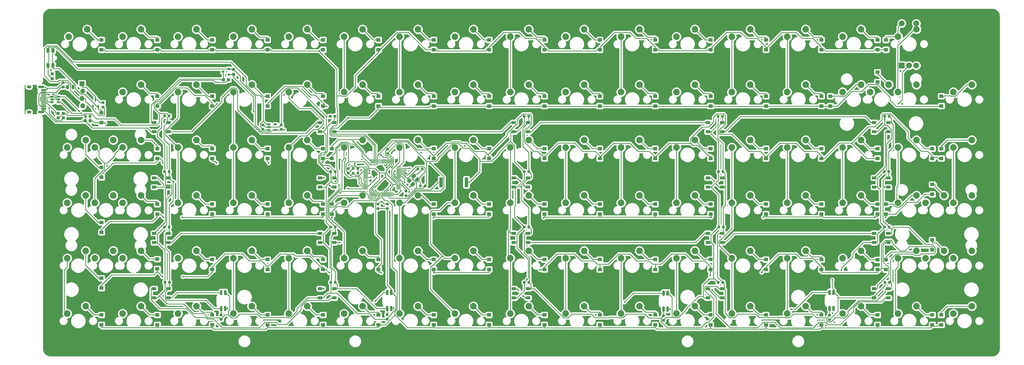
<source format=gbl>
G04 #@! TF.GenerationSoftware,KiCad,Pcbnew,(5.1.10)-1*
G04 #@! TF.CreationDate,2021-08-25T20:36:14-07:00*
G04 #@! TF.ProjectId,Orthonite87_PCB,4f727468-6f6e-4697-9465-38375f504342,rev?*
G04 #@! TF.SameCoordinates,Original*
G04 #@! TF.FileFunction,Copper,L2,Bot*
G04 #@! TF.FilePolarity,Positive*
%FSLAX46Y46*%
G04 Gerber Fmt 4.6, Leading zero omitted, Abs format (unit mm)*
G04 Created by KiCad (PCBNEW (5.1.10)-1) date 2021-08-25 20:36:14*
%MOMM*%
%LPD*%
G01*
G04 APERTURE LIST*
G04 #@! TA.AperFunction,ComponentPad*
%ADD10C,2.250000*%
G04 #@! TD*
G04 #@! TA.AperFunction,SMDPad,CuDef*
%ADD11R,0.820000X1.800000*%
G04 #@! TD*
G04 #@! TA.AperFunction,SMDPad,CuDef*
%ADD12R,1.100000X1.100000*%
G04 #@! TD*
G04 #@! TA.AperFunction,SMDPad,CuDef*
%ADD13R,1.400000X1.200000*%
G04 #@! TD*
G04 #@! TA.AperFunction,SMDPad,CuDef*
%ADD14R,1.500000X1.000000*%
G04 #@! TD*
G04 #@! TA.AperFunction,ComponentPad*
%ADD15C,2.200000*%
G04 #@! TD*
G04 #@! TA.AperFunction,ComponentPad*
%ADD16R,2.000000X2.000000*%
G04 #@! TD*
G04 #@! TA.AperFunction,ComponentPad*
%ADD17C,2.000000*%
G04 #@! TD*
G04 #@! TA.AperFunction,SMDPad,CuDef*
%ADD18R,1.750000X0.300000*%
G04 #@! TD*
G04 #@! TA.AperFunction,ComponentPad*
%ADD19O,2.100000X0.900000*%
G04 #@! TD*
G04 #@! TA.AperFunction,ComponentPad*
%ADD20O,1.600000X1.000000*%
G04 #@! TD*
G04 #@! TA.AperFunction,SMDPad,CuDef*
%ADD21C,0.100000*%
G04 #@! TD*
G04 #@! TA.AperFunction,SMDPad,CuDef*
%ADD22R,1.060000X0.650000*%
G04 #@! TD*
G04 #@! TA.AperFunction,SMDPad,CuDef*
%ADD23R,1.000000X1.550000*%
G04 #@! TD*
G04 #@! TA.AperFunction,SMDPad,CuDef*
%ADD24R,0.600000X1.300000*%
G04 #@! TD*
G04 #@! TA.AperFunction,SMDPad,CuDef*
%ADD25R,0.900000X0.800000*%
G04 #@! TD*
G04 #@! TA.AperFunction,ComponentPad*
%ADD26O,1.700000X1.700000*%
G04 #@! TD*
G04 #@! TA.AperFunction,ComponentPad*
%ADD27R,1.700000X1.700000*%
G04 #@! TD*
G04 #@! TA.AperFunction,SMDPad,CuDef*
%ADD28R,1.300000X3.400000*%
G04 #@! TD*
G04 #@! TA.AperFunction,ViaPad*
%ADD29C,0.600000*%
G04 #@! TD*
G04 #@! TA.AperFunction,Conductor*
%ADD30C,0.250000*%
G04 #@! TD*
G04 #@! TA.AperFunction,NonConductor*
%ADD31C,0.254000*%
G04 #@! TD*
G04 #@! TA.AperFunction,NonConductor*
%ADD32C,0.100000*%
G04 #@! TD*
G04 APERTURE END LIST*
D10*
X275590000Y-123508000D03*
X269240000Y-126048000D03*
X332740000Y-123508000D03*
X326390000Y-126048000D03*
X313690000Y-123508000D03*
X307340000Y-126048000D03*
X294640000Y-123508000D03*
X288290000Y-126048000D03*
X237490000Y-123508000D03*
X231140000Y-126048000D03*
X218440000Y-123508000D03*
X212090000Y-126048000D03*
X199390000Y-123508000D03*
X193040000Y-126048000D03*
X180340000Y-123508000D03*
X173990000Y-126048000D03*
X28448000Y-28257500D03*
X22098000Y-30797500D03*
X161290000Y-28257500D03*
X154940000Y-30797500D03*
X142240000Y-28257500D03*
X135890000Y-30797500D03*
X123190000Y-28257500D03*
X116840000Y-30797500D03*
X104140000Y-28257500D03*
X97790000Y-30797500D03*
X85090000Y-28257500D03*
X78740000Y-30797500D03*
X66040000Y-28257500D03*
X59690000Y-30797500D03*
X46990000Y-28257500D03*
X40640000Y-30797500D03*
X332740000Y-47307500D03*
X326390000Y-49847500D03*
X161290000Y-123508000D03*
X154940000Y-126048000D03*
X142240000Y-123508000D03*
X135890000Y-126048000D03*
X123190000Y-123508000D03*
X116840000Y-126048000D03*
X85090000Y-123508000D03*
X78740000Y-126048000D03*
X66040000Y-123508000D03*
X59690000Y-126048000D03*
X46990000Y-123508000D03*
X40640000Y-126048000D03*
X27940000Y-123508000D03*
X21590000Y-126048000D03*
X313690000Y-104458000D03*
X307340000Y-106998000D03*
X294640000Y-104458000D03*
X288290000Y-106998000D03*
X275590000Y-104458000D03*
X269240000Y-106998000D03*
X256540000Y-104458000D03*
X250190000Y-106998000D03*
X237490000Y-104458000D03*
X231140000Y-106998000D03*
X218440000Y-104458000D03*
X212090000Y-106998000D03*
X199390000Y-104458000D03*
X193040000Y-106998000D03*
X180340000Y-104458000D03*
X173990000Y-106998000D03*
X161290000Y-104458000D03*
X154940000Y-106998000D03*
X142240000Y-104458000D03*
X135890000Y-106998000D03*
X123190000Y-104458000D03*
X116840000Y-106998000D03*
X104140000Y-104458000D03*
X97790000Y-106998000D03*
X85090000Y-104458000D03*
X78740000Y-106998000D03*
X66040000Y-104458000D03*
X59690000Y-106998000D03*
X27940000Y-104458000D03*
X21590000Y-106998000D03*
X332740000Y-104458000D03*
X326390000Y-106998000D03*
X46990000Y-104458000D03*
X40640000Y-106998000D03*
X313690000Y-85407500D03*
X307340000Y-87947500D03*
X294640000Y-85407500D03*
X288290000Y-87947500D03*
X275590000Y-85407500D03*
X269240000Y-87947500D03*
X256540000Y-85407500D03*
X250190000Y-87947500D03*
X237490000Y-85407500D03*
X231140000Y-87947500D03*
X218440000Y-85407500D03*
X212090000Y-87947500D03*
X199390000Y-85407500D03*
X193040000Y-87947500D03*
X180340000Y-85407500D03*
X173990000Y-87947500D03*
X161290000Y-85407500D03*
X154940000Y-87947500D03*
X142240000Y-85407500D03*
X135890000Y-87947500D03*
X123190000Y-85407500D03*
X116840000Y-87947500D03*
X104140000Y-85407500D03*
X97790000Y-87947500D03*
X85090000Y-85407500D03*
X78740000Y-87947500D03*
X66040000Y-85407500D03*
X59690000Y-87947500D03*
X27940000Y-85407500D03*
X21590000Y-87947500D03*
X332740000Y-85407500D03*
X326390000Y-87947500D03*
X46990000Y-85407500D03*
X40640000Y-87947500D03*
X332740000Y-66357500D03*
X326390000Y-68897500D03*
X313690000Y-66357500D03*
X307340000Y-68897500D03*
X294640000Y-66357500D03*
X288290000Y-68897500D03*
X275590000Y-66357500D03*
X269240000Y-68897500D03*
X256540000Y-66357500D03*
X250190000Y-68897500D03*
X237490000Y-66357500D03*
X231140000Y-68897500D03*
X218440000Y-66357500D03*
X212090000Y-68897500D03*
X199390000Y-66357500D03*
X193040000Y-68897500D03*
X180340000Y-66357500D03*
X173990000Y-68897500D03*
X161290000Y-66357500D03*
X154940000Y-68897500D03*
X142240000Y-66357500D03*
X135890000Y-68897500D03*
X123190000Y-66357500D03*
X116840000Y-68897500D03*
X104140000Y-66357500D03*
X97790000Y-68897500D03*
X85090000Y-66357500D03*
X78740000Y-68897500D03*
X66040000Y-66357500D03*
X59690000Y-68897500D03*
X27940000Y-66357500D03*
X21590000Y-68897500D03*
X46990000Y-66357500D03*
X40640000Y-68897500D03*
X294640000Y-47307500D03*
X288290000Y-49847500D03*
X275590000Y-47307500D03*
X269240000Y-49847500D03*
X256540000Y-47307500D03*
X250190000Y-49847500D03*
X237490000Y-47307500D03*
X231140000Y-49847500D03*
X218440000Y-47307500D03*
X212090000Y-49847500D03*
X199390000Y-47307500D03*
X193040000Y-49847500D03*
X180340000Y-47307500D03*
X173990000Y-49847500D03*
X161290000Y-47307500D03*
X154940000Y-49847500D03*
X142240000Y-47307500D03*
X135890000Y-49847500D03*
X123190000Y-47307500D03*
X116840000Y-49847500D03*
X104140000Y-47307500D03*
X97790000Y-49847500D03*
X85090000Y-47307500D03*
X78740000Y-49847500D03*
X66040000Y-47307500D03*
X59690000Y-49847500D03*
X46990000Y-47307500D03*
X40640000Y-49847500D03*
X313690000Y-47307500D03*
X307340000Y-49847500D03*
X294640000Y-28257500D03*
X288290000Y-30797500D03*
X275590000Y-28257500D03*
X269240000Y-30797500D03*
X256540000Y-28257500D03*
X250190000Y-30797500D03*
X237490000Y-28257500D03*
X231140000Y-30797500D03*
X218440000Y-28257500D03*
X212090000Y-30797500D03*
X199390000Y-28257500D03*
X193040000Y-30797500D03*
X180340000Y-28257500D03*
X173990000Y-30797500D03*
X256540000Y-123508000D03*
X250190000Y-126048000D03*
X104140000Y-123508000D03*
X97790000Y-126048000D03*
X323215000Y-104458000D03*
X316865000Y-106998000D03*
X37465000Y-104458000D03*
X31115000Y-106998000D03*
X323215000Y-85407500D03*
X316865000Y-87947500D03*
X37465000Y-85407500D03*
X31115000Y-87947500D03*
X37465000Y-66357500D03*
X31115000Y-68897500D03*
X304165000Y-47307500D03*
X297815000Y-49847500D03*
G04 #@! TA.AperFunction,SMDPad,CuDef*
G36*
G01*
X285408000Y-125203000D02*
X284998000Y-125203000D01*
G75*
G02*
X284793000Y-124998000I0J205000D01*
G01*
X284793000Y-123608000D01*
G75*
G02*
X284998000Y-123403000I205000J0D01*
G01*
X285408000Y-123403000D01*
G75*
G02*
X285613000Y-123608000I0J-205000D01*
G01*
X285613000Y-124998000D01*
G75*
G02*
X285408000Y-125203000I-205000J0D01*
G01*
G37*
G04 #@! TD.AperFunction*
D11*
X285203000Y-118803000D03*
G04 #@! TA.AperFunction,SMDPad,CuDef*
G36*
G01*
X284048000Y-119703000D02*
X283638000Y-119703000D01*
G75*
G02*
X283433000Y-119498000I0J205000D01*
G01*
X283433000Y-118108000D01*
G75*
G02*
X283638000Y-117903000I205000J0D01*
G01*
X284048000Y-117903000D01*
G75*
G02*
X284253000Y-118108000I0J-205000D01*
G01*
X284253000Y-119498000D01*
G75*
G02*
X284048000Y-119703000I-205000J0D01*
G01*
G37*
G04 #@! TD.AperFunction*
G04 #@! TA.AperFunction,SMDPad,CuDef*
G36*
G01*
X284048000Y-125203000D02*
X283638000Y-125203000D01*
G75*
G02*
X283433000Y-124998000I0J205000D01*
G01*
X283433000Y-123608000D01*
G75*
G02*
X283638000Y-123403000I205000J0D01*
G01*
X284048000Y-123403000D01*
G75*
G02*
X284253000Y-123608000I0J-205000D01*
G01*
X284253000Y-124998000D01*
G75*
G02*
X284048000Y-125203000I-205000J0D01*
G01*
G37*
G04 #@! TD.AperFunction*
G04 #@! TA.AperFunction,SMDPad,CuDef*
G36*
G01*
X228297000Y-125418000D02*
X227887000Y-125418000D01*
G75*
G02*
X227682000Y-125213000I0J205000D01*
G01*
X227682000Y-123823000D01*
G75*
G02*
X227887000Y-123618000I205000J0D01*
G01*
X228297000Y-123618000D01*
G75*
G02*
X228502000Y-123823000I0J-205000D01*
G01*
X228502000Y-125213000D01*
G75*
G02*
X228297000Y-125418000I-205000J0D01*
G01*
G37*
G04 #@! TD.AperFunction*
X228092000Y-119018000D03*
G04 #@! TA.AperFunction,SMDPad,CuDef*
G36*
G01*
X226937000Y-119918000D02*
X226527000Y-119918000D01*
G75*
G02*
X226322000Y-119713000I0J205000D01*
G01*
X226322000Y-118323000D01*
G75*
G02*
X226527000Y-118118000I205000J0D01*
G01*
X226937000Y-118118000D01*
G75*
G02*
X227142000Y-118323000I0J-205000D01*
G01*
X227142000Y-119713000D01*
G75*
G02*
X226937000Y-119918000I-205000J0D01*
G01*
G37*
G04 #@! TD.AperFunction*
G04 #@! TA.AperFunction,SMDPad,CuDef*
G36*
G01*
X226937000Y-125418000D02*
X226527000Y-125418000D01*
G75*
G02*
X226322000Y-125213000I0J205000D01*
G01*
X226322000Y-123823000D01*
G75*
G02*
X226527000Y-123618000I205000J0D01*
G01*
X226937000Y-123618000D01*
G75*
G02*
X227142000Y-123823000I0J-205000D01*
G01*
X227142000Y-125213000D01*
G75*
G02*
X226937000Y-125418000I-205000J0D01*
G01*
G37*
G04 #@! TD.AperFunction*
G04 #@! TA.AperFunction,SMDPad,CuDef*
G36*
G01*
X133263000Y-125203000D02*
X132853000Y-125203000D01*
G75*
G02*
X132648000Y-124998000I0J205000D01*
G01*
X132648000Y-123608000D01*
G75*
G02*
X132853000Y-123403000I205000J0D01*
G01*
X133263000Y-123403000D01*
G75*
G02*
X133468000Y-123608000I0J-205000D01*
G01*
X133468000Y-124998000D01*
G75*
G02*
X133263000Y-125203000I-205000J0D01*
G01*
G37*
G04 #@! TD.AperFunction*
X133058000Y-118803000D03*
G04 #@! TA.AperFunction,SMDPad,CuDef*
G36*
G01*
X131903000Y-119703000D02*
X131493000Y-119703000D01*
G75*
G02*
X131288000Y-119498000I0J205000D01*
G01*
X131288000Y-118108000D01*
G75*
G02*
X131493000Y-117903000I205000J0D01*
G01*
X131903000Y-117903000D01*
G75*
G02*
X132108000Y-118108000I0J-205000D01*
G01*
X132108000Y-119498000D01*
G75*
G02*
X131903000Y-119703000I-205000J0D01*
G01*
G37*
G04 #@! TD.AperFunction*
G04 #@! TA.AperFunction,SMDPad,CuDef*
G36*
G01*
X131903000Y-125203000D02*
X131493000Y-125203000D01*
G75*
G02*
X131288000Y-124998000I0J205000D01*
G01*
X131288000Y-123608000D01*
G75*
G02*
X131493000Y-123403000I205000J0D01*
G01*
X131903000Y-123403000D01*
G75*
G02*
X132108000Y-123608000I0J-205000D01*
G01*
X132108000Y-124998000D01*
G75*
G02*
X131903000Y-125203000I-205000J0D01*
G01*
G37*
G04 #@! TD.AperFunction*
G04 #@! TA.AperFunction,SMDPad,CuDef*
G36*
G01*
X76144200Y-125234000D02*
X75734200Y-125234000D01*
G75*
G02*
X75529200Y-125029000I0J205000D01*
G01*
X75529200Y-123639000D01*
G75*
G02*
X75734200Y-123434000I205000J0D01*
G01*
X76144200Y-123434000D01*
G75*
G02*
X76349200Y-123639000I0J-205000D01*
G01*
X76349200Y-125029000D01*
G75*
G02*
X76144200Y-125234000I-205000J0D01*
G01*
G37*
G04 #@! TD.AperFunction*
X75939200Y-118834000D03*
G04 #@! TA.AperFunction,SMDPad,CuDef*
G36*
G01*
X74784200Y-119734000D02*
X74374200Y-119734000D01*
G75*
G02*
X74169200Y-119529000I0J205000D01*
G01*
X74169200Y-118139000D01*
G75*
G02*
X74374200Y-117934000I205000J0D01*
G01*
X74784200Y-117934000D01*
G75*
G02*
X74989200Y-118139000I0J-205000D01*
G01*
X74989200Y-119529000D01*
G75*
G02*
X74784200Y-119734000I-205000J0D01*
G01*
G37*
G04 #@! TD.AperFunction*
G04 #@! TA.AperFunction,SMDPad,CuDef*
G36*
G01*
X74784200Y-125234000D02*
X74374200Y-125234000D01*
G75*
G02*
X74169200Y-125029000I0J205000D01*
G01*
X74169200Y-123639000D01*
G75*
G02*
X74374200Y-123434000I205000J0D01*
G01*
X74784200Y-123434000D01*
G75*
G02*
X74989200Y-123639000I0J-205000D01*
G01*
X74989200Y-125029000D01*
G75*
G02*
X74784200Y-125234000I-205000J0D01*
G01*
G37*
G04 #@! TD.AperFunction*
D12*
X29456800Y-59721800D03*
X27756800Y-59721800D03*
X16446500Y-45300000D03*
X16446500Y-43600000D03*
X18517500Y-58769200D03*
X20217500Y-58769200D03*
X20217500Y-57181800D03*
X18517500Y-57181800D03*
X78867000Y-42076000D03*
X78867000Y-43776000D03*
X77050000Y-45593000D03*
X75350000Y-45593000D03*
G04 #@! TA.AperFunction,SMDPad,CuDef*
G36*
G01*
X284031000Y-127056000D02*
X283531000Y-127056000D01*
G75*
G02*
X283306000Y-126831000I0J225000D01*
G01*
X283306000Y-126381000D01*
G75*
G02*
X283531000Y-126156000I225000J0D01*
G01*
X284031000Y-126156000D01*
G75*
G02*
X284256000Y-126381000I0J-225000D01*
G01*
X284256000Y-126831000D01*
G75*
G02*
X284031000Y-127056000I-225000J0D01*
G01*
G37*
G04 #@! TD.AperFunction*
G04 #@! TA.AperFunction,SMDPad,CuDef*
G36*
G01*
X284031000Y-128606000D02*
X283531000Y-128606000D01*
G75*
G02*
X283306000Y-128381000I0J225000D01*
G01*
X283306000Y-127931000D01*
G75*
G02*
X283531000Y-127706000I225000J0D01*
G01*
X284031000Y-127706000D01*
G75*
G02*
X284256000Y-127931000I0J-225000D01*
G01*
X284256000Y-128381000D01*
G75*
G02*
X284031000Y-128606000I-225000J0D01*
G01*
G37*
G04 #@! TD.AperFunction*
G04 #@! TA.AperFunction,SMDPad,CuDef*
G36*
G01*
X226920000Y-127272000D02*
X226420000Y-127272000D01*
G75*
G02*
X226195000Y-127047000I0J225000D01*
G01*
X226195000Y-126597000D01*
G75*
G02*
X226420000Y-126372000I225000J0D01*
G01*
X226920000Y-126372000D01*
G75*
G02*
X227145000Y-126597000I0J-225000D01*
G01*
X227145000Y-127047000D01*
G75*
G02*
X226920000Y-127272000I-225000J0D01*
G01*
G37*
G04 #@! TD.AperFunction*
G04 #@! TA.AperFunction,SMDPad,CuDef*
G36*
G01*
X226920000Y-128822000D02*
X226420000Y-128822000D01*
G75*
G02*
X226195000Y-128597000I0J225000D01*
G01*
X226195000Y-128147000D01*
G75*
G02*
X226420000Y-127922000I225000J0D01*
G01*
X226920000Y-127922000D01*
G75*
G02*
X227145000Y-128147000I0J-225000D01*
G01*
X227145000Y-128597000D01*
G75*
G02*
X226920000Y-128822000I-225000J0D01*
G01*
G37*
G04 #@! TD.AperFunction*
G04 #@! TA.AperFunction,SMDPad,CuDef*
G36*
G01*
X131886000Y-126866000D02*
X131386000Y-126866000D01*
G75*
G02*
X131161000Y-126641000I0J225000D01*
G01*
X131161000Y-126191000D01*
G75*
G02*
X131386000Y-125966000I225000J0D01*
G01*
X131886000Y-125966000D01*
G75*
G02*
X132111000Y-126191000I0J-225000D01*
G01*
X132111000Y-126641000D01*
G75*
G02*
X131886000Y-126866000I-225000J0D01*
G01*
G37*
G04 #@! TD.AperFunction*
G04 #@! TA.AperFunction,SMDPad,CuDef*
G36*
G01*
X131886000Y-128416000D02*
X131386000Y-128416000D01*
G75*
G02*
X131161000Y-128191000I0J225000D01*
G01*
X131161000Y-127741000D01*
G75*
G02*
X131386000Y-127516000I225000J0D01*
G01*
X131886000Y-127516000D01*
G75*
G02*
X132111000Y-127741000I0J-225000D01*
G01*
X132111000Y-128191000D01*
G75*
G02*
X131886000Y-128416000I-225000J0D01*
G01*
G37*
G04 #@! TD.AperFunction*
G04 #@! TA.AperFunction,SMDPad,CuDef*
G36*
G01*
X74767200Y-126961000D02*
X74267200Y-126961000D01*
G75*
G02*
X74042200Y-126736000I0J225000D01*
G01*
X74042200Y-126286000D01*
G75*
G02*
X74267200Y-126061000I225000J0D01*
G01*
X74767200Y-126061000D01*
G75*
G02*
X74992200Y-126286000I0J-225000D01*
G01*
X74992200Y-126736000D01*
G75*
G02*
X74767200Y-126961000I-225000J0D01*
G01*
G37*
G04 #@! TD.AperFunction*
G04 #@! TA.AperFunction,SMDPad,CuDef*
G36*
G01*
X74767200Y-128511000D02*
X74267200Y-128511000D01*
G75*
G02*
X74042200Y-128286000I0J225000D01*
G01*
X74042200Y-127836000D01*
G75*
G02*
X74267200Y-127611000I225000J0D01*
G01*
X74767200Y-127611000D01*
G75*
G02*
X74992200Y-127836000I0J-225000D01*
G01*
X74992200Y-128286000D01*
G75*
G02*
X74767200Y-128511000I-225000J0D01*
G01*
G37*
G04 #@! TD.AperFunction*
G04 #@! TA.AperFunction,SMDPad,CuDef*
G36*
G01*
X56332000Y-115566000D02*
X56332000Y-115066000D01*
G75*
G02*
X56557000Y-114841000I225000J0D01*
G01*
X57007000Y-114841000D01*
G75*
G02*
X57232000Y-115066000I0J-225000D01*
G01*
X57232000Y-115566000D01*
G75*
G02*
X57007000Y-115791000I-225000J0D01*
G01*
X56557000Y-115791000D01*
G75*
G02*
X56332000Y-115566000I0J225000D01*
G01*
G37*
G04 #@! TD.AperFunction*
G04 #@! TA.AperFunction,SMDPad,CuDef*
G36*
G01*
X54782000Y-115566000D02*
X54782000Y-115066000D01*
G75*
G02*
X55007000Y-114841000I225000J0D01*
G01*
X55457000Y-114841000D01*
G75*
G02*
X55682000Y-115066000I0J-225000D01*
G01*
X55682000Y-115566000D01*
G75*
G02*
X55457000Y-115791000I-225000J0D01*
G01*
X55007000Y-115791000D01*
G75*
G02*
X54782000Y-115566000I0J225000D01*
G01*
G37*
G04 #@! TD.AperFunction*
G04 #@! TA.AperFunction,SMDPad,CuDef*
G36*
G01*
X113355000Y-115566000D02*
X113355000Y-115066000D01*
G75*
G02*
X113580000Y-114841000I225000J0D01*
G01*
X114030000Y-114841000D01*
G75*
G02*
X114255000Y-115066000I0J-225000D01*
G01*
X114255000Y-115566000D01*
G75*
G02*
X114030000Y-115791000I-225000J0D01*
G01*
X113580000Y-115791000D01*
G75*
G02*
X113355000Y-115566000I0J225000D01*
G01*
G37*
G04 #@! TD.AperFunction*
G04 #@! TA.AperFunction,SMDPad,CuDef*
G36*
G01*
X111805000Y-115566000D02*
X111805000Y-115066000D01*
G75*
G02*
X112030000Y-114841000I225000J0D01*
G01*
X112480000Y-114841000D01*
G75*
G02*
X112705000Y-115066000I0J-225000D01*
G01*
X112705000Y-115566000D01*
G75*
G02*
X112480000Y-115791000I-225000J0D01*
G01*
X112030000Y-115791000D01*
G75*
G02*
X111805000Y-115566000I0J225000D01*
G01*
G37*
G04 #@! TD.AperFunction*
G04 #@! TA.AperFunction,SMDPad,CuDef*
G36*
G01*
X179903000Y-115566000D02*
X179903000Y-115066000D01*
G75*
G02*
X180128000Y-114841000I225000J0D01*
G01*
X180578000Y-114841000D01*
G75*
G02*
X180803000Y-115066000I0J-225000D01*
G01*
X180803000Y-115566000D01*
G75*
G02*
X180578000Y-115791000I-225000J0D01*
G01*
X180128000Y-115791000D01*
G75*
G02*
X179903000Y-115566000I0J225000D01*
G01*
G37*
G04 #@! TD.AperFunction*
G04 #@! TA.AperFunction,SMDPad,CuDef*
G36*
G01*
X178353000Y-115566000D02*
X178353000Y-115066000D01*
G75*
G02*
X178578000Y-114841000I225000J0D01*
G01*
X179028000Y-114841000D01*
G75*
G02*
X179253000Y-115066000I0J-225000D01*
G01*
X179253000Y-115566000D01*
G75*
G02*
X179028000Y-115791000I-225000J0D01*
G01*
X178578000Y-115791000D01*
G75*
G02*
X178353000Y-115566000I0J225000D01*
G01*
G37*
G04 #@! TD.AperFunction*
G04 #@! TA.AperFunction,SMDPad,CuDef*
G36*
G01*
X246654000Y-115591000D02*
X246654000Y-115091000D01*
G75*
G02*
X246879000Y-114866000I225000J0D01*
G01*
X247329000Y-114866000D01*
G75*
G02*
X247554000Y-115091000I0J-225000D01*
G01*
X247554000Y-115591000D01*
G75*
G02*
X247329000Y-115816000I-225000J0D01*
G01*
X246879000Y-115816000D01*
G75*
G02*
X246654000Y-115591000I0J225000D01*
G01*
G37*
G04 #@! TD.AperFunction*
G04 #@! TA.AperFunction,SMDPad,CuDef*
G36*
G01*
X245104000Y-115591000D02*
X245104000Y-115091000D01*
G75*
G02*
X245329000Y-114866000I225000J0D01*
G01*
X245779000Y-114866000D01*
G75*
G02*
X246004000Y-115091000I0J-225000D01*
G01*
X246004000Y-115591000D01*
G75*
G02*
X245779000Y-115816000I-225000J0D01*
G01*
X245329000Y-115816000D01*
G75*
G02*
X245104000Y-115591000I0J225000D01*
G01*
G37*
G04 #@! TD.AperFunction*
G04 #@! TA.AperFunction,SMDPad,CuDef*
G36*
G01*
X303982000Y-115566000D02*
X303982000Y-115066000D01*
G75*
G02*
X304207000Y-114841000I225000J0D01*
G01*
X304657000Y-114841000D01*
G75*
G02*
X304882000Y-115066000I0J-225000D01*
G01*
X304882000Y-115566000D01*
G75*
G02*
X304657000Y-115791000I-225000J0D01*
G01*
X304207000Y-115791000D01*
G75*
G02*
X303982000Y-115566000I0J225000D01*
G01*
G37*
G04 #@! TD.AperFunction*
G04 #@! TA.AperFunction,SMDPad,CuDef*
G36*
G01*
X302432000Y-115566000D02*
X302432000Y-115066000D01*
G75*
G02*
X302657000Y-114841000I225000J0D01*
G01*
X303107000Y-114841000D01*
G75*
G02*
X303332000Y-115066000I0J-225000D01*
G01*
X303332000Y-115566000D01*
G75*
G02*
X303107000Y-115791000I-225000J0D01*
G01*
X302657000Y-115791000D01*
G75*
G02*
X302432000Y-115566000I0J225000D01*
G01*
G37*
G04 #@! TD.AperFunction*
G04 #@! TA.AperFunction,SMDPad,CuDef*
G36*
G01*
X303855000Y-96516000D02*
X303855000Y-96016000D01*
G75*
G02*
X304080000Y-95791000I225000J0D01*
G01*
X304530000Y-95791000D01*
G75*
G02*
X304755000Y-96016000I0J-225000D01*
G01*
X304755000Y-96516000D01*
G75*
G02*
X304530000Y-96741000I-225000J0D01*
G01*
X304080000Y-96741000D01*
G75*
G02*
X303855000Y-96516000I0J225000D01*
G01*
G37*
G04 #@! TD.AperFunction*
G04 #@! TA.AperFunction,SMDPad,CuDef*
G36*
G01*
X302305000Y-96516000D02*
X302305000Y-96016000D01*
G75*
G02*
X302530000Y-95791000I225000J0D01*
G01*
X302980000Y-95791000D01*
G75*
G02*
X303205000Y-96016000I0J-225000D01*
G01*
X303205000Y-96516000D01*
G75*
G02*
X302980000Y-96741000I-225000J0D01*
G01*
X302530000Y-96741000D01*
G75*
G02*
X302305000Y-96516000I0J225000D01*
G01*
G37*
G04 #@! TD.AperFunction*
G04 #@! TA.AperFunction,SMDPad,CuDef*
G36*
G01*
X246832000Y-96516000D02*
X246832000Y-96016000D01*
G75*
G02*
X247057000Y-95791000I225000J0D01*
G01*
X247507000Y-95791000D01*
G75*
G02*
X247732000Y-96016000I0J-225000D01*
G01*
X247732000Y-96516000D01*
G75*
G02*
X247507000Y-96741000I-225000J0D01*
G01*
X247057000Y-96741000D01*
G75*
G02*
X246832000Y-96516000I0J225000D01*
G01*
G37*
G04 #@! TD.AperFunction*
G04 #@! TA.AperFunction,SMDPad,CuDef*
G36*
G01*
X245282000Y-96516000D02*
X245282000Y-96016000D01*
G75*
G02*
X245507000Y-95791000I225000J0D01*
G01*
X245957000Y-95791000D01*
G75*
G02*
X246182000Y-96016000I0J-225000D01*
G01*
X246182000Y-96516000D01*
G75*
G02*
X245957000Y-96741000I-225000J0D01*
G01*
X245507000Y-96741000D01*
G75*
G02*
X245282000Y-96516000I0J225000D01*
G01*
G37*
G04 #@! TD.AperFunction*
G04 #@! TA.AperFunction,SMDPad,CuDef*
G36*
G01*
X179903000Y-96516000D02*
X179903000Y-96016000D01*
G75*
G02*
X180128000Y-95791000I225000J0D01*
G01*
X180578000Y-95791000D01*
G75*
G02*
X180803000Y-96016000I0J-225000D01*
G01*
X180803000Y-96516000D01*
G75*
G02*
X180578000Y-96741000I-225000J0D01*
G01*
X180128000Y-96741000D01*
G75*
G02*
X179903000Y-96516000I0J225000D01*
G01*
G37*
G04 #@! TD.AperFunction*
G04 #@! TA.AperFunction,SMDPad,CuDef*
G36*
G01*
X178353000Y-96516000D02*
X178353000Y-96016000D01*
G75*
G02*
X178578000Y-95791000I225000J0D01*
G01*
X179028000Y-95791000D01*
G75*
G02*
X179253000Y-96016000I0J-225000D01*
G01*
X179253000Y-96516000D01*
G75*
G02*
X179028000Y-96741000I-225000J0D01*
G01*
X178578000Y-96741000D01*
G75*
G02*
X178353000Y-96516000I0J225000D01*
G01*
G37*
G04 #@! TD.AperFunction*
G04 #@! TA.AperFunction,SMDPad,CuDef*
G36*
G01*
X113355000Y-96516000D02*
X113355000Y-96016000D01*
G75*
G02*
X113580000Y-95791000I225000J0D01*
G01*
X114030000Y-95791000D01*
G75*
G02*
X114255000Y-96016000I0J-225000D01*
G01*
X114255000Y-96516000D01*
G75*
G02*
X114030000Y-96741000I-225000J0D01*
G01*
X113580000Y-96741000D01*
G75*
G02*
X113355000Y-96516000I0J225000D01*
G01*
G37*
G04 #@! TD.AperFunction*
G04 #@! TA.AperFunction,SMDPad,CuDef*
G36*
G01*
X111805000Y-96516000D02*
X111805000Y-96016000D01*
G75*
G02*
X112030000Y-95791000I225000J0D01*
G01*
X112480000Y-95791000D01*
G75*
G02*
X112705000Y-96016000I0J-225000D01*
G01*
X112705000Y-96516000D01*
G75*
G02*
X112480000Y-96741000I-225000J0D01*
G01*
X112030000Y-96741000D01*
G75*
G02*
X111805000Y-96516000I0J225000D01*
G01*
G37*
G04 #@! TD.AperFunction*
G04 #@! TA.AperFunction,SMDPad,CuDef*
G36*
G01*
X56205000Y-96516000D02*
X56205000Y-96016000D01*
G75*
G02*
X56430000Y-95791000I225000J0D01*
G01*
X56880000Y-95791000D01*
G75*
G02*
X57105000Y-96016000I0J-225000D01*
G01*
X57105000Y-96516000D01*
G75*
G02*
X56880000Y-96741000I-225000J0D01*
G01*
X56430000Y-96741000D01*
G75*
G02*
X56205000Y-96516000I0J225000D01*
G01*
G37*
G04 #@! TD.AperFunction*
G04 #@! TA.AperFunction,SMDPad,CuDef*
G36*
G01*
X54655000Y-96516000D02*
X54655000Y-96016000D01*
G75*
G02*
X54880000Y-95791000I225000J0D01*
G01*
X55330000Y-95791000D01*
G75*
G02*
X55555000Y-96016000I0J-225000D01*
G01*
X55555000Y-96516000D01*
G75*
G02*
X55330000Y-96741000I-225000J0D01*
G01*
X54880000Y-96741000D01*
G75*
G02*
X54655000Y-96516000I0J225000D01*
G01*
G37*
G04 #@! TD.AperFunction*
G04 #@! TA.AperFunction,SMDPad,CuDef*
G36*
G01*
X56205000Y-77466000D02*
X56205000Y-76966000D01*
G75*
G02*
X56430000Y-76741000I225000J0D01*
G01*
X56880000Y-76741000D01*
G75*
G02*
X57105000Y-76966000I0J-225000D01*
G01*
X57105000Y-77466000D01*
G75*
G02*
X56880000Y-77691000I-225000J0D01*
G01*
X56430000Y-77691000D01*
G75*
G02*
X56205000Y-77466000I0J225000D01*
G01*
G37*
G04 #@! TD.AperFunction*
G04 #@! TA.AperFunction,SMDPad,CuDef*
G36*
G01*
X54655000Y-77466000D02*
X54655000Y-76966000D01*
G75*
G02*
X54880000Y-76741000I225000J0D01*
G01*
X55330000Y-76741000D01*
G75*
G02*
X55555000Y-76966000I0J-225000D01*
G01*
X55555000Y-77466000D01*
G75*
G02*
X55330000Y-77691000I-225000J0D01*
G01*
X54880000Y-77691000D01*
G75*
G02*
X54655000Y-77466000I0J225000D01*
G01*
G37*
G04 #@! TD.AperFunction*
G04 #@! TA.AperFunction,SMDPad,CuDef*
G36*
G01*
X113355000Y-77466000D02*
X113355000Y-76966000D01*
G75*
G02*
X113580000Y-76741000I225000J0D01*
G01*
X114030000Y-76741000D01*
G75*
G02*
X114255000Y-76966000I0J-225000D01*
G01*
X114255000Y-77466000D01*
G75*
G02*
X114030000Y-77691000I-225000J0D01*
G01*
X113580000Y-77691000D01*
G75*
G02*
X113355000Y-77466000I0J225000D01*
G01*
G37*
G04 #@! TD.AperFunction*
G04 #@! TA.AperFunction,SMDPad,CuDef*
G36*
G01*
X111805000Y-77466000D02*
X111805000Y-76966000D01*
G75*
G02*
X112030000Y-76741000I225000J0D01*
G01*
X112480000Y-76741000D01*
G75*
G02*
X112705000Y-76966000I0J-225000D01*
G01*
X112705000Y-77466000D01*
G75*
G02*
X112480000Y-77691000I-225000J0D01*
G01*
X112030000Y-77691000D01*
G75*
G02*
X111805000Y-77466000I0J225000D01*
G01*
G37*
G04 #@! TD.AperFunction*
G04 #@! TA.AperFunction,SMDPad,CuDef*
G36*
G01*
X179903000Y-77466000D02*
X179903000Y-76966000D01*
G75*
G02*
X180128000Y-76741000I225000J0D01*
G01*
X180578000Y-76741000D01*
G75*
G02*
X180803000Y-76966000I0J-225000D01*
G01*
X180803000Y-77466000D01*
G75*
G02*
X180578000Y-77691000I-225000J0D01*
G01*
X180128000Y-77691000D01*
G75*
G02*
X179903000Y-77466000I0J225000D01*
G01*
G37*
G04 #@! TD.AperFunction*
G04 #@! TA.AperFunction,SMDPad,CuDef*
G36*
G01*
X178353000Y-77466000D02*
X178353000Y-76966000D01*
G75*
G02*
X178578000Y-76741000I225000J0D01*
G01*
X179028000Y-76741000D01*
G75*
G02*
X179253000Y-76966000I0J-225000D01*
G01*
X179253000Y-77466000D01*
G75*
G02*
X179028000Y-77691000I-225000J0D01*
G01*
X178578000Y-77691000D01*
G75*
G02*
X178353000Y-77466000I0J225000D01*
G01*
G37*
G04 #@! TD.AperFunction*
G04 #@! TA.AperFunction,SMDPad,CuDef*
G36*
G01*
X246705000Y-77466000D02*
X246705000Y-76966000D01*
G75*
G02*
X246930000Y-76741000I225000J0D01*
G01*
X247380000Y-76741000D01*
G75*
G02*
X247605000Y-76966000I0J-225000D01*
G01*
X247605000Y-77466000D01*
G75*
G02*
X247380000Y-77691000I-225000J0D01*
G01*
X246930000Y-77691000D01*
G75*
G02*
X246705000Y-77466000I0J225000D01*
G01*
G37*
G04 #@! TD.AperFunction*
G04 #@! TA.AperFunction,SMDPad,CuDef*
G36*
G01*
X245155000Y-77466000D02*
X245155000Y-76966000D01*
G75*
G02*
X245380000Y-76741000I225000J0D01*
G01*
X245830000Y-76741000D01*
G75*
G02*
X246055000Y-76966000I0J-225000D01*
G01*
X246055000Y-77466000D01*
G75*
G02*
X245830000Y-77691000I-225000J0D01*
G01*
X245380000Y-77691000D01*
G75*
G02*
X245155000Y-77466000I0J225000D01*
G01*
G37*
G04 #@! TD.AperFunction*
G04 #@! TA.AperFunction,SMDPad,CuDef*
G36*
G01*
X303728000Y-77466000D02*
X303728000Y-76966000D01*
G75*
G02*
X303953000Y-76741000I225000J0D01*
G01*
X304403000Y-76741000D01*
G75*
G02*
X304628000Y-76966000I0J-225000D01*
G01*
X304628000Y-77466000D01*
G75*
G02*
X304403000Y-77691000I-225000J0D01*
G01*
X303953000Y-77691000D01*
G75*
G02*
X303728000Y-77466000I0J225000D01*
G01*
G37*
G04 #@! TD.AperFunction*
G04 #@! TA.AperFunction,SMDPad,CuDef*
G36*
G01*
X302178000Y-77466000D02*
X302178000Y-76966000D01*
G75*
G02*
X302403000Y-76741000I225000J0D01*
G01*
X302853000Y-76741000D01*
G75*
G02*
X303078000Y-76966000I0J-225000D01*
G01*
X303078000Y-77466000D01*
G75*
G02*
X302853000Y-77691000I-225000J0D01*
G01*
X302403000Y-77691000D01*
G75*
G02*
X302178000Y-77466000I0J225000D01*
G01*
G37*
G04 #@! TD.AperFunction*
G04 #@! TA.AperFunction,SMDPad,CuDef*
G36*
G01*
X303855000Y-58416000D02*
X303855000Y-57916000D01*
G75*
G02*
X304080000Y-57691000I225000J0D01*
G01*
X304530000Y-57691000D01*
G75*
G02*
X304755000Y-57916000I0J-225000D01*
G01*
X304755000Y-58416000D01*
G75*
G02*
X304530000Y-58641000I-225000J0D01*
G01*
X304080000Y-58641000D01*
G75*
G02*
X303855000Y-58416000I0J225000D01*
G01*
G37*
G04 #@! TD.AperFunction*
G04 #@! TA.AperFunction,SMDPad,CuDef*
G36*
G01*
X302305000Y-58416000D02*
X302305000Y-57916000D01*
G75*
G02*
X302530000Y-57691000I225000J0D01*
G01*
X302980000Y-57691000D01*
G75*
G02*
X303205000Y-57916000I0J-225000D01*
G01*
X303205000Y-58416000D01*
G75*
G02*
X302980000Y-58641000I-225000J0D01*
G01*
X302530000Y-58641000D01*
G75*
G02*
X302305000Y-58416000I0J225000D01*
G01*
G37*
G04 #@! TD.AperFunction*
G04 #@! TA.AperFunction,SMDPad,CuDef*
G36*
G01*
X246578000Y-58416000D02*
X246578000Y-57916000D01*
G75*
G02*
X246803000Y-57691000I225000J0D01*
G01*
X247253000Y-57691000D01*
G75*
G02*
X247478000Y-57916000I0J-225000D01*
G01*
X247478000Y-58416000D01*
G75*
G02*
X247253000Y-58641000I-225000J0D01*
G01*
X246803000Y-58641000D01*
G75*
G02*
X246578000Y-58416000I0J225000D01*
G01*
G37*
G04 #@! TD.AperFunction*
G04 #@! TA.AperFunction,SMDPad,CuDef*
G36*
G01*
X245028000Y-58416000D02*
X245028000Y-57916000D01*
G75*
G02*
X245253000Y-57691000I225000J0D01*
G01*
X245703000Y-57691000D01*
G75*
G02*
X245928000Y-57916000I0J-225000D01*
G01*
X245928000Y-58416000D01*
G75*
G02*
X245703000Y-58641000I-225000J0D01*
G01*
X245253000Y-58641000D01*
G75*
G02*
X245028000Y-58416000I0J225000D01*
G01*
G37*
G04 #@! TD.AperFunction*
G04 #@! TA.AperFunction,SMDPad,CuDef*
G36*
G01*
X179903000Y-58416000D02*
X179903000Y-57916000D01*
G75*
G02*
X180128000Y-57691000I225000J0D01*
G01*
X180578000Y-57691000D01*
G75*
G02*
X180803000Y-57916000I0J-225000D01*
G01*
X180803000Y-58416000D01*
G75*
G02*
X180578000Y-58641000I-225000J0D01*
G01*
X180128000Y-58641000D01*
G75*
G02*
X179903000Y-58416000I0J225000D01*
G01*
G37*
G04 #@! TD.AperFunction*
G04 #@! TA.AperFunction,SMDPad,CuDef*
G36*
G01*
X178353000Y-58416000D02*
X178353000Y-57916000D01*
G75*
G02*
X178578000Y-57691000I225000J0D01*
G01*
X179028000Y-57691000D01*
G75*
G02*
X179253000Y-57916000I0J-225000D01*
G01*
X179253000Y-58416000D01*
G75*
G02*
X179028000Y-58641000I-225000J0D01*
G01*
X178578000Y-58641000D01*
G75*
G02*
X178353000Y-58416000I0J225000D01*
G01*
G37*
G04 #@! TD.AperFunction*
G04 #@! TA.AperFunction,SMDPad,CuDef*
G36*
G01*
X113228000Y-58416000D02*
X113228000Y-57916000D01*
G75*
G02*
X113453000Y-57691000I225000J0D01*
G01*
X113903000Y-57691000D01*
G75*
G02*
X114128000Y-57916000I0J-225000D01*
G01*
X114128000Y-58416000D01*
G75*
G02*
X113903000Y-58641000I-225000J0D01*
G01*
X113453000Y-58641000D01*
G75*
G02*
X113228000Y-58416000I0J225000D01*
G01*
G37*
G04 #@! TD.AperFunction*
G04 #@! TA.AperFunction,SMDPad,CuDef*
G36*
G01*
X111678000Y-58416000D02*
X111678000Y-57916000D01*
G75*
G02*
X111903000Y-57691000I225000J0D01*
G01*
X112353000Y-57691000D01*
G75*
G02*
X112578000Y-57916000I0J-225000D01*
G01*
X112578000Y-58416000D01*
G75*
G02*
X112353000Y-58641000I-225000J0D01*
G01*
X111903000Y-58641000D01*
G75*
G02*
X111678000Y-58416000I0J225000D01*
G01*
G37*
G04 #@! TD.AperFunction*
G04 #@! TA.AperFunction,SMDPad,CuDef*
G36*
G01*
X56205000Y-58289000D02*
X56205000Y-57789000D01*
G75*
G02*
X56430000Y-57564000I225000J0D01*
G01*
X56880000Y-57564000D01*
G75*
G02*
X57105000Y-57789000I0J-225000D01*
G01*
X57105000Y-58289000D01*
G75*
G02*
X56880000Y-58514000I-225000J0D01*
G01*
X56430000Y-58514000D01*
G75*
G02*
X56205000Y-58289000I0J225000D01*
G01*
G37*
G04 #@! TD.AperFunction*
G04 #@! TA.AperFunction,SMDPad,CuDef*
G36*
G01*
X54655000Y-58289000D02*
X54655000Y-57789000D01*
G75*
G02*
X54880000Y-57564000I225000J0D01*
G01*
X55330000Y-57564000D01*
G75*
G02*
X55555000Y-57789000I0J-225000D01*
G01*
X55555000Y-58289000D01*
G75*
G02*
X55330000Y-58514000I-225000J0D01*
G01*
X54880000Y-58514000D01*
G75*
G02*
X54655000Y-58289000I0J225000D01*
G01*
G37*
G04 #@! TD.AperFunction*
G04 #@! TA.AperFunction,SMDPad,CuDef*
G36*
G01*
X28338000Y-57884200D02*
X28338000Y-58384200D01*
G75*
G02*
X28113000Y-58609200I-225000J0D01*
G01*
X27663000Y-58609200D01*
G75*
G02*
X27438000Y-58384200I0J225000D01*
G01*
X27438000Y-57884200D01*
G75*
G02*
X27663000Y-57659200I225000J0D01*
G01*
X28113000Y-57659200D01*
G75*
G02*
X28338000Y-57884200I0J-225000D01*
G01*
G37*
G04 #@! TD.AperFunction*
G04 #@! TA.AperFunction,SMDPad,CuDef*
G36*
G01*
X29888000Y-57884200D02*
X29888000Y-58384200D01*
G75*
G02*
X29663000Y-58609200I-225000J0D01*
G01*
X29213000Y-58609200D01*
G75*
G02*
X28988000Y-58384200I0J225000D01*
G01*
X28988000Y-57884200D01*
G75*
G02*
X29213000Y-57659200I225000J0D01*
G01*
X29663000Y-57659200D01*
G75*
G02*
X29888000Y-57884200I0J-225000D01*
G01*
G37*
G04 #@! TD.AperFunction*
G04 #@! TA.AperFunction,SMDPad,CuDef*
G36*
G01*
X33659000Y-54554000D02*
X34159000Y-54554000D01*
G75*
G02*
X34384000Y-54779000I0J-225000D01*
G01*
X34384000Y-55229000D01*
G75*
G02*
X34159000Y-55454000I-225000J0D01*
G01*
X33659000Y-55454000D01*
G75*
G02*
X33434000Y-55229000I0J225000D01*
G01*
X33434000Y-54779000D01*
G75*
G02*
X33659000Y-54554000I225000J0D01*
G01*
G37*
G04 #@! TD.AperFunction*
G04 #@! TA.AperFunction,SMDPad,CuDef*
G36*
G01*
X33659000Y-53004000D02*
X34159000Y-53004000D01*
G75*
G02*
X34384000Y-53229000I0J-225000D01*
G01*
X34384000Y-53679000D01*
G75*
G02*
X34159000Y-53904000I-225000J0D01*
G01*
X33659000Y-53904000D01*
G75*
G02*
X33434000Y-53679000I0J225000D01*
G01*
X33434000Y-53229000D01*
G75*
G02*
X33659000Y-53004000I225000J0D01*
G01*
G37*
G04 #@! TD.AperFunction*
G04 #@! TA.AperFunction,SMDPad,CuDef*
G36*
G01*
X143327000Y-76577000D02*
X143327000Y-76077000D01*
G75*
G02*
X143552000Y-75852000I225000J0D01*
G01*
X144002000Y-75852000D01*
G75*
G02*
X144227000Y-76077000I0J-225000D01*
G01*
X144227000Y-76577000D01*
G75*
G02*
X144002000Y-76802000I-225000J0D01*
G01*
X143552000Y-76802000D01*
G75*
G02*
X143327000Y-76577000I0J225000D01*
G01*
G37*
G04 #@! TD.AperFunction*
G04 #@! TA.AperFunction,SMDPad,CuDef*
G36*
G01*
X141777000Y-76577000D02*
X141777000Y-76077000D01*
G75*
G02*
X142002000Y-75852000I225000J0D01*
G01*
X142452000Y-75852000D01*
G75*
G02*
X142677000Y-76077000I0J-225000D01*
G01*
X142677000Y-76577000D01*
G75*
G02*
X142452000Y-76802000I-225000J0D01*
G01*
X142002000Y-76802000D01*
G75*
G02*
X141777000Y-76577000I0J225000D01*
G01*
G37*
G04 #@! TD.AperFunction*
G04 #@! TA.AperFunction,SMDPad,CuDef*
G36*
G01*
X144216000Y-82419000D02*
X144216000Y-81919000D01*
G75*
G02*
X144441000Y-81694000I225000J0D01*
G01*
X144891000Y-81694000D01*
G75*
G02*
X145116000Y-81919000I0J-225000D01*
G01*
X145116000Y-82419000D01*
G75*
G02*
X144891000Y-82644000I-225000J0D01*
G01*
X144441000Y-82644000D01*
G75*
G02*
X144216000Y-82419000I0J225000D01*
G01*
G37*
G04 #@! TD.AperFunction*
G04 #@! TA.AperFunction,SMDPad,CuDef*
G36*
G01*
X142666000Y-82419000D02*
X142666000Y-81919000D01*
G75*
G02*
X142891000Y-81694000I225000J0D01*
G01*
X143341000Y-81694000D01*
G75*
G02*
X143566000Y-81919000I0J-225000D01*
G01*
X143566000Y-82419000D01*
G75*
G02*
X143341000Y-82644000I-225000J0D01*
G01*
X142891000Y-82644000D01*
G75*
G02*
X142666000Y-82419000I0J225000D01*
G01*
G37*
G04 #@! TD.AperFunction*
G04 #@! TA.AperFunction,SMDPad,CuDef*
G36*
G01*
X95000000Y-62237500D02*
X95500000Y-62237500D01*
G75*
G02*
X95725000Y-62462500I0J-225000D01*
G01*
X95725000Y-62912500D01*
G75*
G02*
X95500000Y-63137500I-225000J0D01*
G01*
X95000000Y-63137500D01*
G75*
G02*
X94775000Y-62912500I0J225000D01*
G01*
X94775000Y-62462500D01*
G75*
G02*
X95000000Y-62237500I225000J0D01*
G01*
G37*
G04 #@! TD.AperFunction*
G04 #@! TA.AperFunction,SMDPad,CuDef*
G36*
G01*
X95000000Y-60687500D02*
X95500000Y-60687500D01*
G75*
G02*
X95725000Y-60912500I0J-225000D01*
G01*
X95725000Y-61362500D01*
G75*
G02*
X95500000Y-61587500I-225000J0D01*
G01*
X95000000Y-61587500D01*
G75*
G02*
X94775000Y-61362500I0J225000D01*
G01*
X94775000Y-60912500D01*
G75*
G02*
X95000000Y-60687500I225000J0D01*
G01*
G37*
G04 #@! TD.AperFunction*
G04 #@! TA.AperFunction,SMDPad,CuDef*
G36*
G01*
X88650000Y-62237500D02*
X89150000Y-62237500D01*
G75*
G02*
X89375000Y-62462500I0J-225000D01*
G01*
X89375000Y-62912500D01*
G75*
G02*
X89150000Y-63137500I-225000J0D01*
G01*
X88650000Y-63137500D01*
G75*
G02*
X88425000Y-62912500I0J225000D01*
G01*
X88425000Y-62462500D01*
G75*
G02*
X88650000Y-62237500I225000J0D01*
G01*
G37*
G04 #@! TD.AperFunction*
G04 #@! TA.AperFunction,SMDPad,CuDef*
G36*
G01*
X88650000Y-60687500D02*
X89150000Y-60687500D01*
G75*
G02*
X89375000Y-60912500I0J-225000D01*
G01*
X89375000Y-61362500D01*
G75*
G02*
X89150000Y-61587500I-225000J0D01*
G01*
X88650000Y-61587500D01*
G75*
G02*
X88425000Y-61362500I0J225000D01*
G01*
X88425000Y-60912500D01*
G75*
G02*
X88650000Y-60687500I225000J0D01*
G01*
G37*
G04 #@! TD.AperFunction*
G04 #@! TA.AperFunction,SMDPad,CuDef*
G36*
G01*
X19911200Y-47664200D02*
X20411200Y-47664200D01*
G75*
G02*
X20636200Y-47889200I0J-225000D01*
G01*
X20636200Y-48339200D01*
G75*
G02*
X20411200Y-48564200I-225000J0D01*
G01*
X19911200Y-48564200D01*
G75*
G02*
X19686200Y-48339200I0J225000D01*
G01*
X19686200Y-47889200D01*
G75*
G02*
X19911200Y-47664200I225000J0D01*
G01*
G37*
G04 #@! TD.AperFunction*
G04 #@! TA.AperFunction,SMDPad,CuDef*
G36*
G01*
X19911200Y-46114200D02*
X20411200Y-46114200D01*
G75*
G02*
X20636200Y-46339200I0J-225000D01*
G01*
X20636200Y-46789200D01*
G75*
G02*
X20411200Y-47014200I-225000J0D01*
G01*
X19911200Y-47014200D01*
G75*
G02*
X19686200Y-46789200I0J225000D01*
G01*
X19686200Y-46339200D01*
G75*
G02*
X19911200Y-46114200I225000J0D01*
G01*
G37*
G04 #@! TD.AperFunction*
G04 #@! TA.AperFunction,SMDPad,CuDef*
G36*
G01*
X131949000Y-88829000D02*
X131449000Y-88829000D01*
G75*
G02*
X131224000Y-88604000I0J225000D01*
G01*
X131224000Y-88154000D01*
G75*
G02*
X131449000Y-87929000I225000J0D01*
G01*
X131949000Y-87929000D01*
G75*
G02*
X132174000Y-88154000I0J-225000D01*
G01*
X132174000Y-88604000D01*
G75*
G02*
X131949000Y-88829000I-225000J0D01*
G01*
G37*
G04 #@! TD.AperFunction*
G04 #@! TA.AperFunction,SMDPad,CuDef*
G36*
G01*
X131949000Y-90379000D02*
X131449000Y-90379000D01*
G75*
G02*
X131224000Y-90154000I0J225000D01*
G01*
X131224000Y-89704000D01*
G75*
G02*
X131449000Y-89479000I225000J0D01*
G01*
X131949000Y-89479000D01*
G75*
G02*
X132174000Y-89704000I0J-225000D01*
G01*
X132174000Y-90154000D01*
G75*
G02*
X131949000Y-90379000I-225000J0D01*
G01*
G37*
G04 #@! TD.AperFunction*
G04 #@! TA.AperFunction,SMDPad,CuDef*
G36*
G01*
X138426000Y-84384000D02*
X137926000Y-84384000D01*
G75*
G02*
X137701000Y-84159000I0J225000D01*
G01*
X137701000Y-83709000D01*
G75*
G02*
X137926000Y-83484000I225000J0D01*
G01*
X138426000Y-83484000D01*
G75*
G02*
X138651000Y-83709000I0J-225000D01*
G01*
X138651000Y-84159000D01*
G75*
G02*
X138426000Y-84384000I-225000J0D01*
G01*
G37*
G04 #@! TD.AperFunction*
G04 #@! TA.AperFunction,SMDPad,CuDef*
G36*
G01*
X138426000Y-85934000D02*
X137926000Y-85934000D01*
G75*
G02*
X137701000Y-85709000I0J225000D01*
G01*
X137701000Y-85259000D01*
G75*
G02*
X137926000Y-85034000I225000J0D01*
G01*
X138426000Y-85034000D01*
G75*
G02*
X138651000Y-85259000I0J-225000D01*
G01*
X138651000Y-85709000D01*
G75*
G02*
X138426000Y-85934000I-225000J0D01*
G01*
G37*
G04 #@! TD.AperFunction*
G04 #@! TA.AperFunction,SMDPad,CuDef*
G36*
G01*
X128774000Y-88829000D02*
X128274000Y-88829000D01*
G75*
G02*
X128049000Y-88604000I0J225000D01*
G01*
X128049000Y-88154000D01*
G75*
G02*
X128274000Y-87929000I225000J0D01*
G01*
X128774000Y-87929000D01*
G75*
G02*
X128999000Y-88154000I0J-225000D01*
G01*
X128999000Y-88604000D01*
G75*
G02*
X128774000Y-88829000I-225000J0D01*
G01*
G37*
G04 #@! TD.AperFunction*
G04 #@! TA.AperFunction,SMDPad,CuDef*
G36*
G01*
X128774000Y-90379000D02*
X128274000Y-90379000D01*
G75*
G02*
X128049000Y-90154000I0J225000D01*
G01*
X128049000Y-89704000D01*
G75*
G02*
X128274000Y-89479000I225000J0D01*
G01*
X128774000Y-89479000D01*
G75*
G02*
X128999000Y-89704000I0J-225000D01*
G01*
X128999000Y-90154000D01*
G75*
G02*
X128774000Y-90379000I-225000J0D01*
G01*
G37*
G04 #@! TD.AperFunction*
G04 #@! TA.AperFunction,SMDPad,CuDef*
G36*
G01*
X121102000Y-76323000D02*
X121102000Y-75823000D01*
G75*
G02*
X121327000Y-75598000I225000J0D01*
G01*
X121777000Y-75598000D01*
G75*
G02*
X122002000Y-75823000I0J-225000D01*
G01*
X122002000Y-76323000D01*
G75*
G02*
X121777000Y-76548000I-225000J0D01*
G01*
X121327000Y-76548000D01*
G75*
G02*
X121102000Y-76323000I0J225000D01*
G01*
G37*
G04 #@! TD.AperFunction*
G04 #@! TA.AperFunction,SMDPad,CuDef*
G36*
G01*
X119552000Y-76323000D02*
X119552000Y-75823000D01*
G75*
G02*
X119777000Y-75598000I225000J0D01*
G01*
X120227000Y-75598000D01*
G75*
G02*
X120452000Y-75823000I0J-225000D01*
G01*
X120452000Y-76323000D01*
G75*
G02*
X120227000Y-76548000I-225000J0D01*
G01*
X119777000Y-76548000D01*
G75*
G02*
X119552000Y-76323000I0J225000D01*
G01*
G37*
G04 #@! TD.AperFunction*
G04 #@! TA.AperFunction,SMDPad,CuDef*
G36*
G01*
X131576000Y-70556000D02*
X132076000Y-70556000D01*
G75*
G02*
X132301000Y-70781000I0J-225000D01*
G01*
X132301000Y-71231000D01*
G75*
G02*
X132076000Y-71456000I-225000J0D01*
G01*
X131576000Y-71456000D01*
G75*
G02*
X131351000Y-71231000I0J225000D01*
G01*
X131351000Y-70781000D01*
G75*
G02*
X131576000Y-70556000I225000J0D01*
G01*
G37*
G04 #@! TD.AperFunction*
G04 #@! TA.AperFunction,SMDPad,CuDef*
G36*
G01*
X131576000Y-69006000D02*
X132076000Y-69006000D01*
G75*
G02*
X132301000Y-69231000I0J-225000D01*
G01*
X132301000Y-69681000D01*
G75*
G02*
X132076000Y-69906000I-225000J0D01*
G01*
X131576000Y-69906000D01*
G75*
G02*
X131351000Y-69681000I0J225000D01*
G01*
X131351000Y-69231000D01*
G75*
G02*
X131576000Y-69006000I225000J0D01*
G01*
G37*
G04 #@! TD.AperFunction*
G04 #@! TA.AperFunction,SMDPad,CuDef*
G36*
G01*
X117987000Y-77287000D02*
X118487000Y-77287000D01*
G75*
G02*
X118712000Y-77512000I0J-225000D01*
G01*
X118712000Y-77962000D01*
G75*
G02*
X118487000Y-78187000I-225000J0D01*
G01*
X117987000Y-78187000D01*
G75*
G02*
X117762000Y-77962000I0J225000D01*
G01*
X117762000Y-77512000D01*
G75*
G02*
X117987000Y-77287000I225000J0D01*
G01*
G37*
G04 #@! TD.AperFunction*
G04 #@! TA.AperFunction,SMDPad,CuDef*
G36*
G01*
X117987000Y-75737000D02*
X118487000Y-75737000D01*
G75*
G02*
X118712000Y-75962000I0J-225000D01*
G01*
X118712000Y-76412000D01*
G75*
G02*
X118487000Y-76637000I-225000J0D01*
G01*
X117987000Y-76637000D01*
G75*
G02*
X117762000Y-76412000I0J225000D01*
G01*
X117762000Y-75962000D01*
G75*
G02*
X117987000Y-75737000I225000J0D01*
G01*
G37*
G04 #@! TD.AperFunction*
D13*
X52578000Y-35291500D03*
X52578000Y-31891500D03*
X33401000Y-35291500D03*
X33401000Y-31891500D03*
X322262000Y-129906000D03*
X322262000Y-126506000D03*
X319151000Y-129906000D03*
X319151000Y-126506000D03*
X300292000Y-129906000D03*
X300292000Y-126506000D03*
X280988000Y-129906000D03*
X280988000Y-126506000D03*
X261938000Y-129906000D03*
X261938000Y-126506000D03*
X242888000Y-129906000D03*
X242888000Y-126506000D03*
X223838000Y-129906000D03*
X223838000Y-126506000D03*
X204788000Y-129906000D03*
X204788000Y-126506000D03*
X185738000Y-129906000D03*
X185738000Y-126506000D03*
X166688000Y-129906000D03*
X166688000Y-126506000D03*
X147638000Y-129906000D03*
X147638000Y-126506000D03*
X128651000Y-129906000D03*
X128651000Y-126506000D03*
X109601000Y-129906000D03*
X109601000Y-126506000D03*
X90487500Y-129906000D03*
X90487500Y-126506000D03*
X71501000Y-129906000D03*
X71501000Y-126506000D03*
X52578000Y-129906000D03*
X52578000Y-126506000D03*
X33401000Y-129906000D03*
X33401000Y-126506000D03*
X319151000Y-104126000D03*
X319151000Y-100726000D03*
X303212000Y-110920000D03*
X303212000Y-107520000D03*
X300292000Y-110920000D03*
X300292000Y-107520000D03*
X280988000Y-110856000D03*
X280988000Y-107456000D03*
X261938000Y-110856000D03*
X261938000Y-107456000D03*
X242888000Y-110856000D03*
X242888000Y-107456000D03*
X223838000Y-110856000D03*
X223838000Y-107456000D03*
X204788000Y-110856000D03*
X204788000Y-107456000D03*
X185738000Y-110856000D03*
X185738000Y-107456000D03*
X166688000Y-110856000D03*
X166688000Y-107456000D03*
X147638000Y-110856000D03*
X147638000Y-107456000D03*
X128651000Y-110856000D03*
X128651000Y-107456000D03*
X109601000Y-110856000D03*
X109601000Y-107456000D03*
X90487500Y-110856000D03*
X90487500Y-107456000D03*
X71501000Y-110856000D03*
X71501000Y-107456000D03*
X52578000Y-110666000D03*
X52578000Y-107266000D03*
X33401000Y-117270000D03*
X33401000Y-113870000D03*
X319151000Y-85012000D03*
X319151000Y-81612000D03*
X303212000Y-91806500D03*
X303212000Y-88406500D03*
X300292000Y-91806500D03*
X300292000Y-88406500D03*
X280988000Y-91806500D03*
X280988000Y-88406500D03*
X261938000Y-91806500D03*
X261938000Y-88406500D03*
X242888000Y-91806500D03*
X242888000Y-88406500D03*
X223838000Y-91806500D03*
X223838000Y-88406500D03*
X204788000Y-91806500D03*
X204788000Y-88406500D03*
X185738000Y-91806500D03*
X185738000Y-88406500D03*
X166688000Y-91806500D03*
X166688000Y-88406500D03*
X147638000Y-91806500D03*
X147638000Y-88406500D03*
X112649000Y-91806500D03*
X112649000Y-88406500D03*
X109601000Y-91806500D03*
X109601000Y-88406500D03*
X90487500Y-91806500D03*
X90487500Y-88406500D03*
X71501000Y-91806500D03*
X71501000Y-88406500D03*
X52578000Y-91806500D03*
X52578000Y-88406500D03*
X33401000Y-98093000D03*
X33401000Y-94693000D03*
X322262000Y-72693000D03*
X322262000Y-69293000D03*
X319151000Y-72693000D03*
X319151000Y-69293000D03*
X300292000Y-72693000D03*
X300292000Y-69293000D03*
X280988000Y-72693000D03*
X280988000Y-69293000D03*
X261938000Y-72693000D03*
X261938000Y-69293000D03*
X242888000Y-72693000D03*
X242888000Y-69293000D03*
X223838000Y-72693000D03*
X223838000Y-69293000D03*
X204788000Y-72693000D03*
X204788000Y-69293000D03*
X185738000Y-72693000D03*
X185738000Y-69293000D03*
X166688000Y-72693000D03*
X166688000Y-69293000D03*
X147638000Y-72693000D03*
X147638000Y-69293000D03*
X112649000Y-72693000D03*
X112649000Y-69293000D03*
X109601000Y-72693000D03*
X109601000Y-69293000D03*
X90487500Y-72693000D03*
X90487500Y-69293000D03*
X71501000Y-72693000D03*
X71501000Y-69293000D03*
X52578000Y-72693000D03*
X52578000Y-69293000D03*
X33401000Y-79170000D03*
X33401000Y-75770000D03*
X322262000Y-54659000D03*
X322262000Y-51259000D03*
X300292000Y-46404000D03*
X300292000Y-43004000D03*
X284099000Y-54659000D03*
X284099000Y-51259000D03*
X280988000Y-54659000D03*
X280988000Y-51259000D03*
X261938000Y-54659000D03*
X261938000Y-51259000D03*
X242888000Y-54659000D03*
X242888000Y-51259000D03*
X223838000Y-54659000D03*
X223838000Y-51259000D03*
X204788000Y-54659000D03*
X204788000Y-51259000D03*
X185738000Y-54659000D03*
X185738000Y-51259000D03*
X166688000Y-54659000D03*
X166688000Y-51259000D03*
X147638000Y-54659000D03*
X147638000Y-51259000D03*
X128651000Y-54659000D03*
X128651000Y-51259000D03*
X109601000Y-54659000D03*
X109601000Y-51259000D03*
X90487500Y-54659000D03*
X90487500Y-51259000D03*
X71501000Y-54659000D03*
X71501000Y-51259000D03*
X52578000Y-54659000D03*
X52578000Y-51259000D03*
X303212000Y-35291500D03*
X303212000Y-31891500D03*
X300292000Y-35291500D03*
X300292000Y-31891500D03*
X280988000Y-35291500D03*
X280988000Y-31891500D03*
X261938000Y-35291500D03*
X261938000Y-31891500D03*
X242888000Y-35291500D03*
X242888000Y-31891500D03*
X223838000Y-35291500D03*
X223838000Y-31891500D03*
X204788000Y-35291500D03*
X204788000Y-31891500D03*
X185738000Y-35291500D03*
X185738000Y-31891500D03*
X166688000Y-35291500D03*
X166688000Y-31891500D03*
X147638000Y-35291500D03*
X147638000Y-31891500D03*
X128651000Y-35291500D03*
X128651000Y-31891500D03*
X109601000Y-35291500D03*
X109601000Y-31891500D03*
X90487500Y-35291500D03*
X90487500Y-31891500D03*
X71501000Y-35291500D03*
X71501000Y-31891500D03*
X33401000Y-60374000D03*
X33401000Y-56974000D03*
D14*
X180123000Y-60312500D03*
X180123000Y-63512500D03*
X175223000Y-60312500D03*
X175223000Y-63512500D03*
D15*
X307400000Y-30777500D03*
X313750000Y-28237500D03*
D16*
X308650000Y-40737500D03*
D17*
X311150000Y-40737500D03*
X313650000Y-40737500D03*
X308650000Y-26237500D03*
X313650000Y-26237500D03*
D18*
X13468800Y-49037500D03*
X13468800Y-49337500D03*
X13468800Y-50137500D03*
X13468800Y-49837500D03*
X13468800Y-54637500D03*
X13468800Y-54937500D03*
X13468800Y-55437500D03*
X13468800Y-55737500D03*
X13468800Y-52637500D03*
X13468800Y-53637500D03*
X13468800Y-54137500D03*
X13468800Y-53137500D03*
X13468800Y-50637500D03*
X13468800Y-51137500D03*
X13468800Y-51637500D03*
X13468800Y-52137500D03*
D19*
X12628800Y-48067500D03*
X12628800Y-56707500D03*
D20*
X8448800Y-48067500D03*
X8448800Y-56707500D03*
G04 #@! TA.AperFunction,SMDPad,CuDef*
D21*
G36*
X140405512Y-82435097D02*
G01*
X139556984Y-81586569D01*
X140546934Y-80596619D01*
X141395462Y-81445147D01*
X140405512Y-82435097D01*
G37*
G04 #@! TD.AperFunction*
G04 #@! TA.AperFunction,SMDPad,CuDef*
G36*
X141961147Y-80879462D02*
G01*
X141112619Y-80030934D01*
X142102569Y-79040984D01*
X142951097Y-79889512D01*
X141961147Y-80879462D01*
G37*
G04 #@! TD.AperFunction*
G04 #@! TA.AperFunction,SMDPad,CuDef*
G36*
X140759066Y-79677381D02*
G01*
X139910538Y-78828853D01*
X140900488Y-77838903D01*
X141749016Y-78687431D01*
X140759066Y-79677381D01*
G37*
G04 #@! TD.AperFunction*
G04 #@! TA.AperFunction,SMDPad,CuDef*
G36*
X139203431Y-81233016D02*
G01*
X138354903Y-80384488D01*
X139344853Y-79394538D01*
X140193381Y-80243066D01*
X139203431Y-81233016D01*
G37*
G04 #@! TD.AperFunction*
G04 #@! TA.AperFunction,SMDPad,CuDef*
G36*
G01*
X133821000Y-73000000D02*
X133821000Y-74400000D01*
G75*
G02*
X133746000Y-74475000I-75000J0D01*
G01*
X133596000Y-74475000D01*
G75*
G02*
X133521000Y-74400000I0J75000D01*
G01*
X133521000Y-73000000D01*
G75*
G02*
X133596000Y-72925000I75000J0D01*
G01*
X133746000Y-72925000D01*
G75*
G02*
X133821000Y-73000000I0J-75000D01*
G01*
G37*
G04 #@! TD.AperFunction*
G04 #@! TA.AperFunction,SMDPad,CuDef*
G36*
G01*
X133321000Y-73000000D02*
X133321000Y-74400000D01*
G75*
G02*
X133246000Y-74475000I-75000J0D01*
G01*
X133096000Y-74475000D01*
G75*
G02*
X133021000Y-74400000I0J75000D01*
G01*
X133021000Y-73000000D01*
G75*
G02*
X133096000Y-72925000I75000J0D01*
G01*
X133246000Y-72925000D01*
G75*
G02*
X133321000Y-73000000I0J-75000D01*
G01*
G37*
G04 #@! TD.AperFunction*
G04 #@! TA.AperFunction,SMDPad,CuDef*
G36*
G01*
X132821000Y-73000000D02*
X132821000Y-74400000D01*
G75*
G02*
X132746000Y-74475000I-75000J0D01*
G01*
X132596000Y-74475000D01*
G75*
G02*
X132521000Y-74400000I0J75000D01*
G01*
X132521000Y-73000000D01*
G75*
G02*
X132596000Y-72925000I75000J0D01*
G01*
X132746000Y-72925000D01*
G75*
G02*
X132821000Y-73000000I0J-75000D01*
G01*
G37*
G04 #@! TD.AperFunction*
G04 #@! TA.AperFunction,SMDPad,CuDef*
G36*
G01*
X132321000Y-73000000D02*
X132321000Y-74400000D01*
G75*
G02*
X132246000Y-74475000I-75000J0D01*
G01*
X132096000Y-74475000D01*
G75*
G02*
X132021000Y-74400000I0J75000D01*
G01*
X132021000Y-73000000D01*
G75*
G02*
X132096000Y-72925000I75000J0D01*
G01*
X132246000Y-72925000D01*
G75*
G02*
X132321000Y-73000000I0J-75000D01*
G01*
G37*
G04 #@! TD.AperFunction*
G04 #@! TA.AperFunction,SMDPad,CuDef*
G36*
G01*
X131821000Y-73000000D02*
X131821000Y-74400000D01*
G75*
G02*
X131746000Y-74475000I-75000J0D01*
G01*
X131596000Y-74475000D01*
G75*
G02*
X131521000Y-74400000I0J75000D01*
G01*
X131521000Y-73000000D01*
G75*
G02*
X131596000Y-72925000I75000J0D01*
G01*
X131746000Y-72925000D01*
G75*
G02*
X131821000Y-73000000I0J-75000D01*
G01*
G37*
G04 #@! TD.AperFunction*
G04 #@! TA.AperFunction,SMDPad,CuDef*
G36*
G01*
X131321000Y-73000000D02*
X131321000Y-74400000D01*
G75*
G02*
X131246000Y-74475000I-75000J0D01*
G01*
X131096000Y-74475000D01*
G75*
G02*
X131021000Y-74400000I0J75000D01*
G01*
X131021000Y-73000000D01*
G75*
G02*
X131096000Y-72925000I75000J0D01*
G01*
X131246000Y-72925000D01*
G75*
G02*
X131321000Y-73000000I0J-75000D01*
G01*
G37*
G04 #@! TD.AperFunction*
G04 #@! TA.AperFunction,SMDPad,CuDef*
G36*
G01*
X130821000Y-73000000D02*
X130821000Y-74400000D01*
G75*
G02*
X130746000Y-74475000I-75000J0D01*
G01*
X130596000Y-74475000D01*
G75*
G02*
X130521000Y-74400000I0J75000D01*
G01*
X130521000Y-73000000D01*
G75*
G02*
X130596000Y-72925000I75000J0D01*
G01*
X130746000Y-72925000D01*
G75*
G02*
X130821000Y-73000000I0J-75000D01*
G01*
G37*
G04 #@! TD.AperFunction*
G04 #@! TA.AperFunction,SMDPad,CuDef*
G36*
G01*
X130321000Y-73000000D02*
X130321000Y-74400000D01*
G75*
G02*
X130246000Y-74475000I-75000J0D01*
G01*
X130096000Y-74475000D01*
G75*
G02*
X130021000Y-74400000I0J75000D01*
G01*
X130021000Y-73000000D01*
G75*
G02*
X130096000Y-72925000I75000J0D01*
G01*
X130246000Y-72925000D01*
G75*
G02*
X130321000Y-73000000I0J-75000D01*
G01*
G37*
G04 #@! TD.AperFunction*
G04 #@! TA.AperFunction,SMDPad,CuDef*
G36*
G01*
X129821000Y-73000000D02*
X129821000Y-74400000D01*
G75*
G02*
X129746000Y-74475000I-75000J0D01*
G01*
X129596000Y-74475000D01*
G75*
G02*
X129521000Y-74400000I0J75000D01*
G01*
X129521000Y-73000000D01*
G75*
G02*
X129596000Y-72925000I75000J0D01*
G01*
X129746000Y-72925000D01*
G75*
G02*
X129821000Y-73000000I0J-75000D01*
G01*
G37*
G04 #@! TD.AperFunction*
G04 #@! TA.AperFunction,SMDPad,CuDef*
G36*
G01*
X129321000Y-73000000D02*
X129321000Y-74400000D01*
G75*
G02*
X129246000Y-74475000I-75000J0D01*
G01*
X129096000Y-74475000D01*
G75*
G02*
X129021000Y-74400000I0J75000D01*
G01*
X129021000Y-73000000D01*
G75*
G02*
X129096000Y-72925000I75000J0D01*
G01*
X129246000Y-72925000D01*
G75*
G02*
X129321000Y-73000000I0J-75000D01*
G01*
G37*
G04 #@! TD.AperFunction*
G04 #@! TA.AperFunction,SMDPad,CuDef*
G36*
G01*
X128821000Y-73000000D02*
X128821000Y-74400000D01*
G75*
G02*
X128746000Y-74475000I-75000J0D01*
G01*
X128596000Y-74475000D01*
G75*
G02*
X128521000Y-74400000I0J75000D01*
G01*
X128521000Y-73000000D01*
G75*
G02*
X128596000Y-72925000I75000J0D01*
G01*
X128746000Y-72925000D01*
G75*
G02*
X128821000Y-73000000I0J-75000D01*
G01*
G37*
G04 #@! TD.AperFunction*
G04 #@! TA.AperFunction,SMDPad,CuDef*
G36*
G01*
X128321000Y-73000000D02*
X128321000Y-74400000D01*
G75*
G02*
X128246000Y-74475000I-75000J0D01*
G01*
X128096000Y-74475000D01*
G75*
G02*
X128021000Y-74400000I0J75000D01*
G01*
X128021000Y-73000000D01*
G75*
G02*
X128096000Y-72925000I75000J0D01*
G01*
X128246000Y-72925000D01*
G75*
G02*
X128321000Y-73000000I0J-75000D01*
G01*
G37*
G04 #@! TD.AperFunction*
G04 #@! TA.AperFunction,SMDPad,CuDef*
G36*
G01*
X127821000Y-73000000D02*
X127821000Y-74400000D01*
G75*
G02*
X127746000Y-74475000I-75000J0D01*
G01*
X127596000Y-74475000D01*
G75*
G02*
X127521000Y-74400000I0J75000D01*
G01*
X127521000Y-73000000D01*
G75*
G02*
X127596000Y-72925000I75000J0D01*
G01*
X127746000Y-72925000D01*
G75*
G02*
X127821000Y-73000000I0J-75000D01*
G01*
G37*
G04 #@! TD.AperFunction*
G04 #@! TA.AperFunction,SMDPad,CuDef*
G36*
G01*
X127321000Y-73000000D02*
X127321000Y-74400000D01*
G75*
G02*
X127246000Y-74475000I-75000J0D01*
G01*
X127096000Y-74475000D01*
G75*
G02*
X127021000Y-74400000I0J75000D01*
G01*
X127021000Y-73000000D01*
G75*
G02*
X127096000Y-72925000I75000J0D01*
G01*
X127246000Y-72925000D01*
G75*
G02*
X127321000Y-73000000I0J-75000D01*
G01*
G37*
G04 #@! TD.AperFunction*
G04 #@! TA.AperFunction,SMDPad,CuDef*
G36*
G01*
X126821000Y-73000000D02*
X126821000Y-74400000D01*
G75*
G02*
X126746000Y-74475000I-75000J0D01*
G01*
X126596000Y-74475000D01*
G75*
G02*
X126521000Y-74400000I0J75000D01*
G01*
X126521000Y-73000000D01*
G75*
G02*
X126596000Y-72925000I75000J0D01*
G01*
X126746000Y-72925000D01*
G75*
G02*
X126821000Y-73000000I0J-75000D01*
G01*
G37*
G04 #@! TD.AperFunction*
G04 #@! TA.AperFunction,SMDPad,CuDef*
G36*
G01*
X126321000Y-73000000D02*
X126321000Y-74400000D01*
G75*
G02*
X126246000Y-74475000I-75000J0D01*
G01*
X126096000Y-74475000D01*
G75*
G02*
X126021000Y-74400000I0J75000D01*
G01*
X126021000Y-73000000D01*
G75*
G02*
X126096000Y-72925000I75000J0D01*
G01*
X126246000Y-72925000D01*
G75*
G02*
X126321000Y-73000000I0J-75000D01*
G01*
G37*
G04 #@! TD.AperFunction*
G04 #@! TA.AperFunction,SMDPad,CuDef*
G36*
G01*
X125021000Y-75550000D02*
X125021000Y-75700000D01*
G75*
G02*
X124946000Y-75775000I-75000J0D01*
G01*
X123546000Y-75775000D01*
G75*
G02*
X123471000Y-75700000I0J75000D01*
G01*
X123471000Y-75550000D01*
G75*
G02*
X123546000Y-75475000I75000J0D01*
G01*
X124946000Y-75475000D01*
G75*
G02*
X125021000Y-75550000I0J-75000D01*
G01*
G37*
G04 #@! TD.AperFunction*
G04 #@! TA.AperFunction,SMDPad,CuDef*
G36*
G01*
X125021000Y-76050000D02*
X125021000Y-76200000D01*
G75*
G02*
X124946000Y-76275000I-75000J0D01*
G01*
X123546000Y-76275000D01*
G75*
G02*
X123471000Y-76200000I0J75000D01*
G01*
X123471000Y-76050000D01*
G75*
G02*
X123546000Y-75975000I75000J0D01*
G01*
X124946000Y-75975000D01*
G75*
G02*
X125021000Y-76050000I0J-75000D01*
G01*
G37*
G04 #@! TD.AperFunction*
G04 #@! TA.AperFunction,SMDPad,CuDef*
G36*
G01*
X125021000Y-76550000D02*
X125021000Y-76700000D01*
G75*
G02*
X124946000Y-76775000I-75000J0D01*
G01*
X123546000Y-76775000D01*
G75*
G02*
X123471000Y-76700000I0J75000D01*
G01*
X123471000Y-76550000D01*
G75*
G02*
X123546000Y-76475000I75000J0D01*
G01*
X124946000Y-76475000D01*
G75*
G02*
X125021000Y-76550000I0J-75000D01*
G01*
G37*
G04 #@! TD.AperFunction*
G04 #@! TA.AperFunction,SMDPad,CuDef*
G36*
G01*
X125021000Y-77050000D02*
X125021000Y-77200000D01*
G75*
G02*
X124946000Y-77275000I-75000J0D01*
G01*
X123546000Y-77275000D01*
G75*
G02*
X123471000Y-77200000I0J75000D01*
G01*
X123471000Y-77050000D01*
G75*
G02*
X123546000Y-76975000I75000J0D01*
G01*
X124946000Y-76975000D01*
G75*
G02*
X125021000Y-77050000I0J-75000D01*
G01*
G37*
G04 #@! TD.AperFunction*
G04 #@! TA.AperFunction,SMDPad,CuDef*
G36*
G01*
X125021000Y-77550000D02*
X125021000Y-77700000D01*
G75*
G02*
X124946000Y-77775000I-75000J0D01*
G01*
X123546000Y-77775000D01*
G75*
G02*
X123471000Y-77700000I0J75000D01*
G01*
X123471000Y-77550000D01*
G75*
G02*
X123546000Y-77475000I75000J0D01*
G01*
X124946000Y-77475000D01*
G75*
G02*
X125021000Y-77550000I0J-75000D01*
G01*
G37*
G04 #@! TD.AperFunction*
G04 #@! TA.AperFunction,SMDPad,CuDef*
G36*
G01*
X125021000Y-78050000D02*
X125021000Y-78200000D01*
G75*
G02*
X124946000Y-78275000I-75000J0D01*
G01*
X123546000Y-78275000D01*
G75*
G02*
X123471000Y-78200000I0J75000D01*
G01*
X123471000Y-78050000D01*
G75*
G02*
X123546000Y-77975000I75000J0D01*
G01*
X124946000Y-77975000D01*
G75*
G02*
X125021000Y-78050000I0J-75000D01*
G01*
G37*
G04 #@! TD.AperFunction*
G04 #@! TA.AperFunction,SMDPad,CuDef*
G36*
G01*
X125021000Y-78550000D02*
X125021000Y-78700000D01*
G75*
G02*
X124946000Y-78775000I-75000J0D01*
G01*
X123546000Y-78775000D01*
G75*
G02*
X123471000Y-78700000I0J75000D01*
G01*
X123471000Y-78550000D01*
G75*
G02*
X123546000Y-78475000I75000J0D01*
G01*
X124946000Y-78475000D01*
G75*
G02*
X125021000Y-78550000I0J-75000D01*
G01*
G37*
G04 #@! TD.AperFunction*
G04 #@! TA.AperFunction,SMDPad,CuDef*
G36*
G01*
X125021000Y-79050000D02*
X125021000Y-79200000D01*
G75*
G02*
X124946000Y-79275000I-75000J0D01*
G01*
X123546000Y-79275000D01*
G75*
G02*
X123471000Y-79200000I0J75000D01*
G01*
X123471000Y-79050000D01*
G75*
G02*
X123546000Y-78975000I75000J0D01*
G01*
X124946000Y-78975000D01*
G75*
G02*
X125021000Y-79050000I0J-75000D01*
G01*
G37*
G04 #@! TD.AperFunction*
G04 #@! TA.AperFunction,SMDPad,CuDef*
G36*
G01*
X125021000Y-79550000D02*
X125021000Y-79700000D01*
G75*
G02*
X124946000Y-79775000I-75000J0D01*
G01*
X123546000Y-79775000D01*
G75*
G02*
X123471000Y-79700000I0J75000D01*
G01*
X123471000Y-79550000D01*
G75*
G02*
X123546000Y-79475000I75000J0D01*
G01*
X124946000Y-79475000D01*
G75*
G02*
X125021000Y-79550000I0J-75000D01*
G01*
G37*
G04 #@! TD.AperFunction*
G04 #@! TA.AperFunction,SMDPad,CuDef*
G36*
G01*
X125021000Y-80050000D02*
X125021000Y-80200000D01*
G75*
G02*
X124946000Y-80275000I-75000J0D01*
G01*
X123546000Y-80275000D01*
G75*
G02*
X123471000Y-80200000I0J75000D01*
G01*
X123471000Y-80050000D01*
G75*
G02*
X123546000Y-79975000I75000J0D01*
G01*
X124946000Y-79975000D01*
G75*
G02*
X125021000Y-80050000I0J-75000D01*
G01*
G37*
G04 #@! TD.AperFunction*
G04 #@! TA.AperFunction,SMDPad,CuDef*
G36*
G01*
X125021000Y-80550000D02*
X125021000Y-80700000D01*
G75*
G02*
X124946000Y-80775000I-75000J0D01*
G01*
X123546000Y-80775000D01*
G75*
G02*
X123471000Y-80700000I0J75000D01*
G01*
X123471000Y-80550000D01*
G75*
G02*
X123546000Y-80475000I75000J0D01*
G01*
X124946000Y-80475000D01*
G75*
G02*
X125021000Y-80550000I0J-75000D01*
G01*
G37*
G04 #@! TD.AperFunction*
G04 #@! TA.AperFunction,SMDPad,CuDef*
G36*
G01*
X125021000Y-81050000D02*
X125021000Y-81200000D01*
G75*
G02*
X124946000Y-81275000I-75000J0D01*
G01*
X123546000Y-81275000D01*
G75*
G02*
X123471000Y-81200000I0J75000D01*
G01*
X123471000Y-81050000D01*
G75*
G02*
X123546000Y-80975000I75000J0D01*
G01*
X124946000Y-80975000D01*
G75*
G02*
X125021000Y-81050000I0J-75000D01*
G01*
G37*
G04 #@! TD.AperFunction*
G04 #@! TA.AperFunction,SMDPad,CuDef*
G36*
G01*
X125021000Y-81550000D02*
X125021000Y-81700000D01*
G75*
G02*
X124946000Y-81775000I-75000J0D01*
G01*
X123546000Y-81775000D01*
G75*
G02*
X123471000Y-81700000I0J75000D01*
G01*
X123471000Y-81550000D01*
G75*
G02*
X123546000Y-81475000I75000J0D01*
G01*
X124946000Y-81475000D01*
G75*
G02*
X125021000Y-81550000I0J-75000D01*
G01*
G37*
G04 #@! TD.AperFunction*
G04 #@! TA.AperFunction,SMDPad,CuDef*
G36*
G01*
X125021000Y-82050000D02*
X125021000Y-82200000D01*
G75*
G02*
X124946000Y-82275000I-75000J0D01*
G01*
X123546000Y-82275000D01*
G75*
G02*
X123471000Y-82200000I0J75000D01*
G01*
X123471000Y-82050000D01*
G75*
G02*
X123546000Y-81975000I75000J0D01*
G01*
X124946000Y-81975000D01*
G75*
G02*
X125021000Y-82050000I0J-75000D01*
G01*
G37*
G04 #@! TD.AperFunction*
G04 #@! TA.AperFunction,SMDPad,CuDef*
G36*
G01*
X125021000Y-82550000D02*
X125021000Y-82700000D01*
G75*
G02*
X124946000Y-82775000I-75000J0D01*
G01*
X123546000Y-82775000D01*
G75*
G02*
X123471000Y-82700000I0J75000D01*
G01*
X123471000Y-82550000D01*
G75*
G02*
X123546000Y-82475000I75000J0D01*
G01*
X124946000Y-82475000D01*
G75*
G02*
X125021000Y-82550000I0J-75000D01*
G01*
G37*
G04 #@! TD.AperFunction*
G04 #@! TA.AperFunction,SMDPad,CuDef*
G36*
G01*
X125021000Y-83050000D02*
X125021000Y-83200000D01*
G75*
G02*
X124946000Y-83275000I-75000J0D01*
G01*
X123546000Y-83275000D01*
G75*
G02*
X123471000Y-83200000I0J75000D01*
G01*
X123471000Y-83050000D01*
G75*
G02*
X123546000Y-82975000I75000J0D01*
G01*
X124946000Y-82975000D01*
G75*
G02*
X125021000Y-83050000I0J-75000D01*
G01*
G37*
G04 #@! TD.AperFunction*
G04 #@! TA.AperFunction,SMDPad,CuDef*
G36*
G01*
X126321000Y-84350000D02*
X126321000Y-85750000D01*
G75*
G02*
X126246000Y-85825000I-75000J0D01*
G01*
X126096000Y-85825000D01*
G75*
G02*
X126021000Y-85750000I0J75000D01*
G01*
X126021000Y-84350000D01*
G75*
G02*
X126096000Y-84275000I75000J0D01*
G01*
X126246000Y-84275000D01*
G75*
G02*
X126321000Y-84350000I0J-75000D01*
G01*
G37*
G04 #@! TD.AperFunction*
G04 #@! TA.AperFunction,SMDPad,CuDef*
G36*
G01*
X126821000Y-84350000D02*
X126821000Y-85750000D01*
G75*
G02*
X126746000Y-85825000I-75000J0D01*
G01*
X126596000Y-85825000D01*
G75*
G02*
X126521000Y-85750000I0J75000D01*
G01*
X126521000Y-84350000D01*
G75*
G02*
X126596000Y-84275000I75000J0D01*
G01*
X126746000Y-84275000D01*
G75*
G02*
X126821000Y-84350000I0J-75000D01*
G01*
G37*
G04 #@! TD.AperFunction*
G04 #@! TA.AperFunction,SMDPad,CuDef*
G36*
G01*
X127321000Y-84350000D02*
X127321000Y-85750000D01*
G75*
G02*
X127246000Y-85825000I-75000J0D01*
G01*
X127096000Y-85825000D01*
G75*
G02*
X127021000Y-85750000I0J75000D01*
G01*
X127021000Y-84350000D01*
G75*
G02*
X127096000Y-84275000I75000J0D01*
G01*
X127246000Y-84275000D01*
G75*
G02*
X127321000Y-84350000I0J-75000D01*
G01*
G37*
G04 #@! TD.AperFunction*
G04 #@! TA.AperFunction,SMDPad,CuDef*
G36*
G01*
X127821000Y-84350000D02*
X127821000Y-85750000D01*
G75*
G02*
X127746000Y-85825000I-75000J0D01*
G01*
X127596000Y-85825000D01*
G75*
G02*
X127521000Y-85750000I0J75000D01*
G01*
X127521000Y-84350000D01*
G75*
G02*
X127596000Y-84275000I75000J0D01*
G01*
X127746000Y-84275000D01*
G75*
G02*
X127821000Y-84350000I0J-75000D01*
G01*
G37*
G04 #@! TD.AperFunction*
G04 #@! TA.AperFunction,SMDPad,CuDef*
G36*
G01*
X128321000Y-84350000D02*
X128321000Y-85750000D01*
G75*
G02*
X128246000Y-85825000I-75000J0D01*
G01*
X128096000Y-85825000D01*
G75*
G02*
X128021000Y-85750000I0J75000D01*
G01*
X128021000Y-84350000D01*
G75*
G02*
X128096000Y-84275000I75000J0D01*
G01*
X128246000Y-84275000D01*
G75*
G02*
X128321000Y-84350000I0J-75000D01*
G01*
G37*
G04 #@! TD.AperFunction*
G04 #@! TA.AperFunction,SMDPad,CuDef*
G36*
G01*
X128821000Y-84350000D02*
X128821000Y-85750000D01*
G75*
G02*
X128746000Y-85825000I-75000J0D01*
G01*
X128596000Y-85825000D01*
G75*
G02*
X128521000Y-85750000I0J75000D01*
G01*
X128521000Y-84350000D01*
G75*
G02*
X128596000Y-84275000I75000J0D01*
G01*
X128746000Y-84275000D01*
G75*
G02*
X128821000Y-84350000I0J-75000D01*
G01*
G37*
G04 #@! TD.AperFunction*
G04 #@! TA.AperFunction,SMDPad,CuDef*
G36*
G01*
X129321000Y-84350000D02*
X129321000Y-85750000D01*
G75*
G02*
X129246000Y-85825000I-75000J0D01*
G01*
X129096000Y-85825000D01*
G75*
G02*
X129021000Y-85750000I0J75000D01*
G01*
X129021000Y-84350000D01*
G75*
G02*
X129096000Y-84275000I75000J0D01*
G01*
X129246000Y-84275000D01*
G75*
G02*
X129321000Y-84350000I0J-75000D01*
G01*
G37*
G04 #@! TD.AperFunction*
G04 #@! TA.AperFunction,SMDPad,CuDef*
G36*
G01*
X129821000Y-84350000D02*
X129821000Y-85750000D01*
G75*
G02*
X129746000Y-85825000I-75000J0D01*
G01*
X129596000Y-85825000D01*
G75*
G02*
X129521000Y-85750000I0J75000D01*
G01*
X129521000Y-84350000D01*
G75*
G02*
X129596000Y-84275000I75000J0D01*
G01*
X129746000Y-84275000D01*
G75*
G02*
X129821000Y-84350000I0J-75000D01*
G01*
G37*
G04 #@! TD.AperFunction*
G04 #@! TA.AperFunction,SMDPad,CuDef*
G36*
G01*
X130321000Y-84350000D02*
X130321000Y-85750000D01*
G75*
G02*
X130246000Y-85825000I-75000J0D01*
G01*
X130096000Y-85825000D01*
G75*
G02*
X130021000Y-85750000I0J75000D01*
G01*
X130021000Y-84350000D01*
G75*
G02*
X130096000Y-84275000I75000J0D01*
G01*
X130246000Y-84275000D01*
G75*
G02*
X130321000Y-84350000I0J-75000D01*
G01*
G37*
G04 #@! TD.AperFunction*
G04 #@! TA.AperFunction,SMDPad,CuDef*
G36*
G01*
X130821000Y-84350000D02*
X130821000Y-85750000D01*
G75*
G02*
X130746000Y-85825000I-75000J0D01*
G01*
X130596000Y-85825000D01*
G75*
G02*
X130521000Y-85750000I0J75000D01*
G01*
X130521000Y-84350000D01*
G75*
G02*
X130596000Y-84275000I75000J0D01*
G01*
X130746000Y-84275000D01*
G75*
G02*
X130821000Y-84350000I0J-75000D01*
G01*
G37*
G04 #@! TD.AperFunction*
G04 #@! TA.AperFunction,SMDPad,CuDef*
G36*
G01*
X131321000Y-84350000D02*
X131321000Y-85750000D01*
G75*
G02*
X131246000Y-85825000I-75000J0D01*
G01*
X131096000Y-85825000D01*
G75*
G02*
X131021000Y-85750000I0J75000D01*
G01*
X131021000Y-84350000D01*
G75*
G02*
X131096000Y-84275000I75000J0D01*
G01*
X131246000Y-84275000D01*
G75*
G02*
X131321000Y-84350000I0J-75000D01*
G01*
G37*
G04 #@! TD.AperFunction*
G04 #@! TA.AperFunction,SMDPad,CuDef*
G36*
G01*
X131821000Y-84350000D02*
X131821000Y-85750000D01*
G75*
G02*
X131746000Y-85825000I-75000J0D01*
G01*
X131596000Y-85825000D01*
G75*
G02*
X131521000Y-85750000I0J75000D01*
G01*
X131521000Y-84350000D01*
G75*
G02*
X131596000Y-84275000I75000J0D01*
G01*
X131746000Y-84275000D01*
G75*
G02*
X131821000Y-84350000I0J-75000D01*
G01*
G37*
G04 #@! TD.AperFunction*
G04 #@! TA.AperFunction,SMDPad,CuDef*
G36*
G01*
X132321000Y-84350000D02*
X132321000Y-85750000D01*
G75*
G02*
X132246000Y-85825000I-75000J0D01*
G01*
X132096000Y-85825000D01*
G75*
G02*
X132021000Y-85750000I0J75000D01*
G01*
X132021000Y-84350000D01*
G75*
G02*
X132096000Y-84275000I75000J0D01*
G01*
X132246000Y-84275000D01*
G75*
G02*
X132321000Y-84350000I0J-75000D01*
G01*
G37*
G04 #@! TD.AperFunction*
G04 #@! TA.AperFunction,SMDPad,CuDef*
G36*
G01*
X132821000Y-84350000D02*
X132821000Y-85750000D01*
G75*
G02*
X132746000Y-85825000I-75000J0D01*
G01*
X132596000Y-85825000D01*
G75*
G02*
X132521000Y-85750000I0J75000D01*
G01*
X132521000Y-84350000D01*
G75*
G02*
X132596000Y-84275000I75000J0D01*
G01*
X132746000Y-84275000D01*
G75*
G02*
X132821000Y-84350000I0J-75000D01*
G01*
G37*
G04 #@! TD.AperFunction*
G04 #@! TA.AperFunction,SMDPad,CuDef*
G36*
G01*
X133321000Y-84350000D02*
X133321000Y-85750000D01*
G75*
G02*
X133246000Y-85825000I-75000J0D01*
G01*
X133096000Y-85825000D01*
G75*
G02*
X133021000Y-85750000I0J75000D01*
G01*
X133021000Y-84350000D01*
G75*
G02*
X133096000Y-84275000I75000J0D01*
G01*
X133246000Y-84275000D01*
G75*
G02*
X133321000Y-84350000I0J-75000D01*
G01*
G37*
G04 #@! TD.AperFunction*
G04 #@! TA.AperFunction,SMDPad,CuDef*
G36*
G01*
X133821000Y-84350000D02*
X133821000Y-85750000D01*
G75*
G02*
X133746000Y-85825000I-75000J0D01*
G01*
X133596000Y-85825000D01*
G75*
G02*
X133521000Y-85750000I0J75000D01*
G01*
X133521000Y-84350000D01*
G75*
G02*
X133596000Y-84275000I75000J0D01*
G01*
X133746000Y-84275000D01*
G75*
G02*
X133821000Y-84350000I0J-75000D01*
G01*
G37*
G04 #@! TD.AperFunction*
G04 #@! TA.AperFunction,SMDPad,CuDef*
G36*
G01*
X136371000Y-83050000D02*
X136371000Y-83200000D01*
G75*
G02*
X136296000Y-83275000I-75000J0D01*
G01*
X134896000Y-83275000D01*
G75*
G02*
X134821000Y-83200000I0J75000D01*
G01*
X134821000Y-83050000D01*
G75*
G02*
X134896000Y-82975000I75000J0D01*
G01*
X136296000Y-82975000D01*
G75*
G02*
X136371000Y-83050000I0J-75000D01*
G01*
G37*
G04 #@! TD.AperFunction*
G04 #@! TA.AperFunction,SMDPad,CuDef*
G36*
G01*
X136371000Y-82550000D02*
X136371000Y-82700000D01*
G75*
G02*
X136296000Y-82775000I-75000J0D01*
G01*
X134896000Y-82775000D01*
G75*
G02*
X134821000Y-82700000I0J75000D01*
G01*
X134821000Y-82550000D01*
G75*
G02*
X134896000Y-82475000I75000J0D01*
G01*
X136296000Y-82475000D01*
G75*
G02*
X136371000Y-82550000I0J-75000D01*
G01*
G37*
G04 #@! TD.AperFunction*
G04 #@! TA.AperFunction,SMDPad,CuDef*
G36*
G01*
X136371000Y-82050000D02*
X136371000Y-82200000D01*
G75*
G02*
X136296000Y-82275000I-75000J0D01*
G01*
X134896000Y-82275000D01*
G75*
G02*
X134821000Y-82200000I0J75000D01*
G01*
X134821000Y-82050000D01*
G75*
G02*
X134896000Y-81975000I75000J0D01*
G01*
X136296000Y-81975000D01*
G75*
G02*
X136371000Y-82050000I0J-75000D01*
G01*
G37*
G04 #@! TD.AperFunction*
G04 #@! TA.AperFunction,SMDPad,CuDef*
G36*
G01*
X136371000Y-81550000D02*
X136371000Y-81700000D01*
G75*
G02*
X136296000Y-81775000I-75000J0D01*
G01*
X134896000Y-81775000D01*
G75*
G02*
X134821000Y-81700000I0J75000D01*
G01*
X134821000Y-81550000D01*
G75*
G02*
X134896000Y-81475000I75000J0D01*
G01*
X136296000Y-81475000D01*
G75*
G02*
X136371000Y-81550000I0J-75000D01*
G01*
G37*
G04 #@! TD.AperFunction*
G04 #@! TA.AperFunction,SMDPad,CuDef*
G36*
G01*
X136371000Y-81050000D02*
X136371000Y-81200000D01*
G75*
G02*
X136296000Y-81275000I-75000J0D01*
G01*
X134896000Y-81275000D01*
G75*
G02*
X134821000Y-81200000I0J75000D01*
G01*
X134821000Y-81050000D01*
G75*
G02*
X134896000Y-80975000I75000J0D01*
G01*
X136296000Y-80975000D01*
G75*
G02*
X136371000Y-81050000I0J-75000D01*
G01*
G37*
G04 #@! TD.AperFunction*
G04 #@! TA.AperFunction,SMDPad,CuDef*
G36*
G01*
X136371000Y-80550000D02*
X136371000Y-80700000D01*
G75*
G02*
X136296000Y-80775000I-75000J0D01*
G01*
X134896000Y-80775000D01*
G75*
G02*
X134821000Y-80700000I0J75000D01*
G01*
X134821000Y-80550000D01*
G75*
G02*
X134896000Y-80475000I75000J0D01*
G01*
X136296000Y-80475000D01*
G75*
G02*
X136371000Y-80550000I0J-75000D01*
G01*
G37*
G04 #@! TD.AperFunction*
G04 #@! TA.AperFunction,SMDPad,CuDef*
G36*
G01*
X136371000Y-80050000D02*
X136371000Y-80200000D01*
G75*
G02*
X136296000Y-80275000I-75000J0D01*
G01*
X134896000Y-80275000D01*
G75*
G02*
X134821000Y-80200000I0J75000D01*
G01*
X134821000Y-80050000D01*
G75*
G02*
X134896000Y-79975000I75000J0D01*
G01*
X136296000Y-79975000D01*
G75*
G02*
X136371000Y-80050000I0J-75000D01*
G01*
G37*
G04 #@! TD.AperFunction*
G04 #@! TA.AperFunction,SMDPad,CuDef*
G36*
G01*
X136371000Y-79550000D02*
X136371000Y-79700000D01*
G75*
G02*
X136296000Y-79775000I-75000J0D01*
G01*
X134896000Y-79775000D01*
G75*
G02*
X134821000Y-79700000I0J75000D01*
G01*
X134821000Y-79550000D01*
G75*
G02*
X134896000Y-79475000I75000J0D01*
G01*
X136296000Y-79475000D01*
G75*
G02*
X136371000Y-79550000I0J-75000D01*
G01*
G37*
G04 #@! TD.AperFunction*
G04 #@! TA.AperFunction,SMDPad,CuDef*
G36*
G01*
X136371000Y-79050000D02*
X136371000Y-79200000D01*
G75*
G02*
X136296000Y-79275000I-75000J0D01*
G01*
X134896000Y-79275000D01*
G75*
G02*
X134821000Y-79200000I0J75000D01*
G01*
X134821000Y-79050000D01*
G75*
G02*
X134896000Y-78975000I75000J0D01*
G01*
X136296000Y-78975000D01*
G75*
G02*
X136371000Y-79050000I0J-75000D01*
G01*
G37*
G04 #@! TD.AperFunction*
G04 #@! TA.AperFunction,SMDPad,CuDef*
G36*
G01*
X136371000Y-78550000D02*
X136371000Y-78700000D01*
G75*
G02*
X136296000Y-78775000I-75000J0D01*
G01*
X134896000Y-78775000D01*
G75*
G02*
X134821000Y-78700000I0J75000D01*
G01*
X134821000Y-78550000D01*
G75*
G02*
X134896000Y-78475000I75000J0D01*
G01*
X136296000Y-78475000D01*
G75*
G02*
X136371000Y-78550000I0J-75000D01*
G01*
G37*
G04 #@! TD.AperFunction*
G04 #@! TA.AperFunction,SMDPad,CuDef*
G36*
G01*
X136371000Y-78050000D02*
X136371000Y-78200000D01*
G75*
G02*
X136296000Y-78275000I-75000J0D01*
G01*
X134896000Y-78275000D01*
G75*
G02*
X134821000Y-78200000I0J75000D01*
G01*
X134821000Y-78050000D01*
G75*
G02*
X134896000Y-77975000I75000J0D01*
G01*
X136296000Y-77975000D01*
G75*
G02*
X136371000Y-78050000I0J-75000D01*
G01*
G37*
G04 #@! TD.AperFunction*
G04 #@! TA.AperFunction,SMDPad,CuDef*
G36*
G01*
X136371000Y-77550000D02*
X136371000Y-77700000D01*
G75*
G02*
X136296000Y-77775000I-75000J0D01*
G01*
X134896000Y-77775000D01*
G75*
G02*
X134821000Y-77700000I0J75000D01*
G01*
X134821000Y-77550000D01*
G75*
G02*
X134896000Y-77475000I75000J0D01*
G01*
X136296000Y-77475000D01*
G75*
G02*
X136371000Y-77550000I0J-75000D01*
G01*
G37*
G04 #@! TD.AperFunction*
G04 #@! TA.AperFunction,SMDPad,CuDef*
G36*
G01*
X136371000Y-77050000D02*
X136371000Y-77200000D01*
G75*
G02*
X136296000Y-77275000I-75000J0D01*
G01*
X134896000Y-77275000D01*
G75*
G02*
X134821000Y-77200000I0J75000D01*
G01*
X134821000Y-77050000D01*
G75*
G02*
X134896000Y-76975000I75000J0D01*
G01*
X136296000Y-76975000D01*
G75*
G02*
X136371000Y-77050000I0J-75000D01*
G01*
G37*
G04 #@! TD.AperFunction*
G04 #@! TA.AperFunction,SMDPad,CuDef*
G36*
G01*
X136371000Y-76550000D02*
X136371000Y-76700000D01*
G75*
G02*
X136296000Y-76775000I-75000J0D01*
G01*
X134896000Y-76775000D01*
G75*
G02*
X134821000Y-76700000I0J75000D01*
G01*
X134821000Y-76550000D01*
G75*
G02*
X134896000Y-76475000I75000J0D01*
G01*
X136296000Y-76475000D01*
G75*
G02*
X136371000Y-76550000I0J-75000D01*
G01*
G37*
G04 #@! TD.AperFunction*
G04 #@! TA.AperFunction,SMDPad,CuDef*
G36*
G01*
X136371000Y-76050000D02*
X136371000Y-76200000D01*
G75*
G02*
X136296000Y-76275000I-75000J0D01*
G01*
X134896000Y-76275000D01*
G75*
G02*
X134821000Y-76200000I0J75000D01*
G01*
X134821000Y-76050000D01*
G75*
G02*
X134896000Y-75975000I75000J0D01*
G01*
X136296000Y-75975000D01*
G75*
G02*
X136371000Y-76050000I0J-75000D01*
G01*
G37*
G04 #@! TD.AperFunction*
G04 #@! TA.AperFunction,SMDPad,CuDef*
G36*
G01*
X136371000Y-75550000D02*
X136371000Y-75700000D01*
G75*
G02*
X136296000Y-75775000I-75000J0D01*
G01*
X134896000Y-75775000D01*
G75*
G02*
X134821000Y-75700000I0J75000D01*
G01*
X134821000Y-75550000D01*
G75*
G02*
X134896000Y-75475000I75000J0D01*
G01*
X136296000Y-75475000D01*
G75*
G02*
X136371000Y-75550000I0J-75000D01*
G01*
G37*
G04 #@! TD.AperFunction*
D22*
X18562500Y-52387500D03*
X18562500Y-53337500D03*
X18562500Y-51437500D03*
X16362500Y-51437500D03*
X16362500Y-52387500D03*
X16362500Y-53337500D03*
X93175000Y-62862500D03*
X93175000Y-60962500D03*
X90975000Y-60962500D03*
X90975000Y-61912500D03*
X90975000Y-62862500D03*
D23*
X15025000Y-40725000D03*
X15025000Y-35475000D03*
X16725000Y-35475000D03*
X16725000Y-40725000D03*
G04 #@! TA.AperFunction,SMDPad,CuDef*
G36*
G01*
X120352000Y-77449000D02*
X120352000Y-77999000D01*
G75*
G02*
X120152000Y-78199000I-200000J0D01*
G01*
X119752000Y-78199000D01*
G75*
G02*
X119552000Y-77999000I0J200000D01*
G01*
X119552000Y-77449000D01*
G75*
G02*
X119752000Y-77249000I200000J0D01*
G01*
X120152000Y-77249000D01*
G75*
G02*
X120352000Y-77449000I0J-200000D01*
G01*
G37*
G04 #@! TD.AperFunction*
G04 #@! TA.AperFunction,SMDPad,CuDef*
G36*
G01*
X122002000Y-77449000D02*
X122002000Y-77999000D01*
G75*
G02*
X121802000Y-78199000I-200000J0D01*
G01*
X121402000Y-78199000D01*
G75*
G02*
X121202000Y-77999000I0J200000D01*
G01*
X121202000Y-77449000D01*
G75*
G02*
X121402000Y-77249000I200000J0D01*
G01*
X121802000Y-77249000D01*
G75*
G02*
X122002000Y-77449000I0J-200000D01*
G01*
G37*
G04 #@! TD.AperFunction*
D24*
X31369000Y-52457500D03*
X30419000Y-54857500D03*
X32319000Y-54857500D03*
D25*
X75200000Y-42862500D03*
X77200000Y-43812500D03*
X77200000Y-41912500D03*
D26*
X26924000Y-54610000D03*
X26670000Y-52070000D03*
X26924000Y-49530000D03*
D27*
X26670000Y-46990000D03*
G04 #@! TA.AperFunction,SMDPad,CuDef*
G36*
G01*
X22236200Y-47676750D02*
X22236200Y-48589250D01*
G75*
G02*
X21992450Y-48833000I-243750J0D01*
G01*
X21504950Y-48833000D01*
G75*
G02*
X21261200Y-48589250I0J243750D01*
G01*
X21261200Y-47676750D01*
G75*
G02*
X21504950Y-47433000I243750J0D01*
G01*
X21992450Y-47433000D01*
G75*
G02*
X22236200Y-47676750I0J-243750D01*
G01*
G37*
G04 #@! TD.AperFunction*
G04 #@! TA.AperFunction,SMDPad,CuDef*
G36*
G01*
X24111200Y-47676750D02*
X24111200Y-48589250D01*
G75*
G02*
X23867450Y-48833000I-243750J0D01*
G01*
X23379950Y-48833000D01*
G75*
G02*
X23136200Y-48589250I0J243750D01*
G01*
X23136200Y-47676750D01*
G75*
G02*
X23379950Y-47433000I243750J0D01*
G01*
X23867450Y-47433000D01*
G75*
G02*
X24111200Y-47676750I0J-243750D01*
G01*
G37*
G04 #@! TD.AperFunction*
D14*
X56425000Y-117462000D03*
X56425000Y-120662000D03*
X51525000Y-117462000D03*
X51525000Y-120662000D03*
X113448000Y-117462000D03*
X113448000Y-120662000D03*
X108548000Y-117462000D03*
X108548000Y-120662000D03*
X180123000Y-117462000D03*
X180123000Y-120662000D03*
X175223000Y-117462000D03*
X175223000Y-120662000D03*
X246874000Y-117462000D03*
X246874000Y-120662000D03*
X241974000Y-117462000D03*
X241974000Y-120662000D03*
X304075000Y-117462000D03*
X304075000Y-120662000D03*
X299175000Y-117462000D03*
X299175000Y-120662000D03*
X304075000Y-98412000D03*
X304075000Y-101612000D03*
X299175000Y-98412000D03*
X299175000Y-101612000D03*
X246874000Y-98412000D03*
X246874000Y-101612000D03*
X241974000Y-98412000D03*
X241974000Y-101612000D03*
X180123000Y-98412000D03*
X180123000Y-101612000D03*
X175223000Y-98412000D03*
X175223000Y-101612000D03*
X113448000Y-98412000D03*
X113448000Y-101612000D03*
X108548000Y-98412000D03*
X108548000Y-101612000D03*
X56425000Y-98412000D03*
X56425000Y-101612000D03*
X51525000Y-98412000D03*
X51525000Y-101612000D03*
X56425000Y-79362500D03*
X56425000Y-82562500D03*
X51525000Y-79362500D03*
X51525000Y-82562500D03*
X113448000Y-79362500D03*
X113448000Y-82562500D03*
X108548000Y-79362500D03*
X108548000Y-82562500D03*
X180123000Y-79362500D03*
X180123000Y-82562500D03*
X175223000Y-79362500D03*
X175223000Y-82562500D03*
X246874000Y-79362500D03*
X246874000Y-82562500D03*
X241974000Y-79362500D03*
X241974000Y-82562500D03*
X304075000Y-79362500D03*
X304075000Y-82562500D03*
X299175000Y-79362500D03*
X299175000Y-82562500D03*
X304075000Y-60312500D03*
X304075000Y-63512500D03*
X299175000Y-60312500D03*
X299175000Y-63512500D03*
X246874000Y-60312500D03*
X246874000Y-63512500D03*
X241974000Y-60312500D03*
X241974000Y-63512500D03*
X113448000Y-60312500D03*
X113448000Y-63512500D03*
X108548000Y-60312500D03*
X108548000Y-63512500D03*
X56425000Y-60312500D03*
X56425000Y-63512500D03*
X51525000Y-60312500D03*
X51525000Y-63512500D03*
D28*
X158909000Y-80899000D03*
X150209000Y-80899000D03*
D29*
X177406900Y-82467800D03*
X139463900Y-82467800D03*
X115062900Y-81814700D03*
X58143500Y-80679900D03*
X113828700Y-80679900D03*
X131038100Y-78227300D03*
X133163600Y-75722300D03*
X120524800Y-74423400D03*
X96275000Y-62793500D03*
X127636900Y-82393000D03*
X129850900Y-87560500D03*
X137571000Y-81042600D03*
X34640100Y-60499200D03*
X130884200Y-75073900D03*
X307517800Y-53842300D03*
X302755000Y-59174100D03*
X242272300Y-114353000D03*
X179706300Y-114353000D03*
X287899800Y-111237600D03*
X16807100Y-50562400D03*
X284719000Y-114418400D03*
X244212000Y-80525200D03*
X302813700Y-82470100D03*
X177494200Y-80469500D03*
X244927700Y-81645300D03*
X109887200Y-79323900D03*
X178668000Y-81862200D03*
X54694500Y-81527400D03*
X111875900Y-81928100D03*
X173956900Y-98043000D03*
X115355900Y-101595400D03*
X176813200Y-117976900D03*
X243468400Y-117976900D03*
X109803900Y-117384600D03*
X178472400Y-120021500D03*
X127494100Y-121694800D03*
X76852900Y-124264700D03*
X213350800Y-122043400D03*
X133999400Y-124149400D03*
X270594500Y-124559800D03*
X229023800Y-124499700D03*
X73141200Y-53860800D03*
X118091000Y-58780800D03*
X110812300Y-54763700D03*
X54475300Y-74245300D03*
X73025000Y-74245300D03*
X109509900Y-73967800D03*
X90900000Y-74245300D03*
X54710300Y-92915900D03*
X61137000Y-92915900D03*
X109438900Y-92926100D03*
X185469500Y-93089700D03*
X303004000Y-92932700D03*
X299406200Y-92932700D03*
X261048600Y-92932700D03*
X147625600Y-93089700D03*
X112699300Y-93089700D03*
X243075500Y-92932700D03*
X111797300Y-112027000D03*
X184204300Y-110970300D03*
X147804800Y-111986400D03*
X54372500Y-113385800D03*
X61381900Y-113385800D03*
X129583100Y-112027000D03*
X260447800Y-111877000D03*
X242741700Y-112899100D03*
X15411300Y-55342500D03*
X15374700Y-50763100D03*
X119992800Y-66804200D03*
X125538300Y-76850900D03*
X132828400Y-81835000D03*
X121901200Y-79658200D03*
X128056800Y-79332600D03*
X126803900Y-83738200D03*
X126078600Y-79160300D03*
X131391200Y-75724500D03*
X138383700Y-77774300D03*
X136432800Y-83781000D03*
X117405700Y-72670900D03*
X85662300Y-56504800D03*
X25767800Y-56481500D03*
X119053300Y-78486700D03*
X125558700Y-77780400D03*
X26424000Y-57146900D03*
X129466800Y-71468500D03*
X118127900Y-83012600D03*
X115506600Y-84440700D03*
X127731600Y-83768800D03*
X132026200Y-83540700D03*
X146435700Y-74247000D03*
X139187400Y-84231000D03*
X134287400Y-77024000D03*
X134318600Y-78173900D03*
X138029900Y-76797800D03*
X139498800Y-76075100D03*
D30*
X53348300Y-57196800D02*
X55812800Y-57196800D01*
X55812800Y-57196800D02*
X56655000Y-58039000D01*
X77050000Y-45593000D02*
X76174600Y-46468400D01*
X76174600Y-46468400D02*
X72526400Y-46468400D01*
X72526400Y-46468400D02*
X71857000Y-45799000D01*
X71857000Y-45799000D02*
X60753300Y-45799000D01*
X60753300Y-45799000D02*
X53434000Y-53118300D01*
X53434000Y-53118300D02*
X52323200Y-53118300D01*
X52323200Y-53118300D02*
X51525000Y-53916500D01*
X51525000Y-53916500D02*
X51525000Y-55373500D01*
X51525000Y-55373500D02*
X53348300Y-57196800D01*
X53348300Y-57196800D02*
X53348300Y-60199300D01*
X53348300Y-60199300D02*
X52393300Y-61154300D01*
X52393300Y-61154300D02*
X40012500Y-61154300D01*
X40012500Y-61154300D02*
X37928800Y-59070600D01*
X37928800Y-59070600D02*
X31717500Y-59070600D01*
X31717500Y-59070600D02*
X29968600Y-57321700D01*
X29968600Y-57321700D02*
X27337100Y-57321700D01*
X27337100Y-57321700D02*
X26850000Y-57808800D01*
X26850000Y-57808800D02*
X21719800Y-57808800D01*
X21719800Y-57808800D02*
X21092800Y-57181800D01*
X20217500Y-57181800D02*
X21092800Y-57181800D01*
X56040500Y-60312500D02*
X54869500Y-61483500D01*
X54869500Y-61483500D02*
X54869500Y-66220100D01*
X54869500Y-66220100D02*
X56655000Y-68005600D01*
X56655000Y-68005600D02*
X56655000Y-77216000D01*
X113448000Y-60312500D02*
X112372700Y-60312500D01*
X113805000Y-77216000D02*
X111644700Y-75055700D01*
X111644700Y-75055700D02*
X109703800Y-75055700D01*
X109703800Y-75055700D02*
X108512800Y-73864700D01*
X108512800Y-73864700D02*
X108512800Y-71986400D01*
X108512800Y-71986400D02*
X109040100Y-71459100D01*
X109040100Y-71459100D02*
X109931200Y-71459100D01*
X109931200Y-71459100D02*
X111105600Y-70284700D01*
X111105600Y-70284700D02*
X111105600Y-61579600D01*
X111105600Y-61579600D02*
X112372700Y-60312500D01*
X113819600Y-79362500D02*
X113805000Y-79347900D01*
X113805000Y-79347900D02*
X113805000Y-77216000D01*
X56531300Y-79362500D02*
X56655000Y-79238800D01*
X56655000Y-79238800D02*
X56655000Y-77216000D01*
X180123000Y-60312500D02*
X180123000Y-60427500D01*
X180123000Y-60427500D02*
X178345800Y-62204700D01*
X178345800Y-62204700D02*
X178345800Y-68600900D01*
X178345800Y-68600900D02*
X180353000Y-70608100D01*
X180353000Y-70608100D02*
X180353000Y-77216000D01*
X180123000Y-60312500D02*
X180353000Y-60082500D01*
X180353000Y-60082500D02*
X180353000Y-58166000D01*
X181198300Y-79362500D02*
X181198300Y-78061300D01*
X181198300Y-78061300D02*
X180353000Y-77216000D01*
X177886800Y-82467800D02*
X177406900Y-82467800D01*
X177886800Y-82467800D02*
X177886800Y-87191900D01*
X177886800Y-87191900D02*
X180353000Y-89658100D01*
X180353000Y-89658100D02*
X180353000Y-96266000D01*
X180123000Y-79362500D02*
X180123000Y-79522900D01*
X180123000Y-79522900D02*
X177886800Y-81759100D01*
X177886800Y-81759100D02*
X177886800Y-82467800D01*
X139751300Y-82240800D02*
X139751200Y-82240800D01*
X139751200Y-82240800D02*
X139690900Y-82240800D01*
X139690900Y-82240800D02*
X139463900Y-82467800D01*
X56040500Y-60312500D02*
X56040500Y-58653500D01*
X56040500Y-58653500D02*
X56655000Y-58039000D01*
X56425000Y-60312500D02*
X56040500Y-60312500D01*
X56655000Y-96266000D02*
X56655000Y-88616300D01*
X56655000Y-88616300D02*
X57996100Y-87275200D01*
X57996100Y-87275200D02*
X57996100Y-80827300D01*
X181085700Y-117462000D02*
X182341700Y-117462000D01*
X182341700Y-117462000D02*
X192392500Y-127512800D01*
X192392500Y-127512800D02*
X193946100Y-127512800D01*
X193946100Y-127512800D02*
X195252800Y-126206100D01*
X195252800Y-126206100D02*
X201905100Y-126206100D01*
X201905100Y-126206100D02*
X203159300Y-127460300D01*
X203159300Y-127460300D02*
X207878500Y-127460300D01*
X207878500Y-127460300D02*
X207980700Y-127358100D01*
X207980700Y-127358100D02*
X211287800Y-127358100D01*
X211287800Y-127358100D02*
X211442500Y-127512800D01*
X211442500Y-127512800D02*
X212741700Y-127512800D01*
X212741700Y-127512800D02*
X213994000Y-126260500D01*
X213994000Y-126260500D02*
X220350200Y-126260500D01*
X220350200Y-126260500D02*
X221685400Y-127595700D01*
X221685400Y-127595700D02*
X225856200Y-127595700D01*
X180353000Y-115316000D02*
X181085700Y-116048700D01*
X181085700Y-116048700D02*
X181085700Y-117462000D01*
X56655000Y-96266000D02*
X56655000Y-98182000D01*
X56655000Y-98182000D02*
X56425000Y-98412000D01*
X226670000Y-126822000D02*
X226732000Y-126760000D01*
X226732000Y-126760000D02*
X226732000Y-124518000D01*
X225856200Y-127595700D02*
X225896300Y-127595700D01*
X225896300Y-127595700D02*
X226670000Y-126822000D01*
X180353000Y-96266000D02*
X181198300Y-97111300D01*
X181198300Y-97111300D02*
X181198300Y-98412000D01*
X180123000Y-79362500D02*
X181198300Y-79362500D01*
X57996100Y-80827300D02*
X58143500Y-80679900D01*
X246874000Y-60312500D02*
X246874000Y-60389500D01*
X246874000Y-60389500D02*
X245342500Y-61921000D01*
X245342500Y-61921000D02*
X245342500Y-65805700D01*
X245342500Y-65805700D02*
X247155000Y-67618200D01*
X247155000Y-67618200D02*
X247155000Y-77216000D01*
X246874000Y-60312500D02*
X247028000Y-60158500D01*
X247028000Y-60158500D02*
X247028000Y-58166000D01*
X247836700Y-79362500D02*
X247836700Y-77897700D01*
X247836700Y-77897700D02*
X247155000Y-77216000D01*
X246874000Y-98412000D02*
X245798700Y-98412000D01*
X247104000Y-115341000D02*
X245316300Y-113553300D01*
X245316300Y-113553300D02*
X245316300Y-98894400D01*
X245316300Y-98894400D02*
X245798700Y-98412000D01*
X247624200Y-117462000D02*
X247624200Y-115861200D01*
X247624200Y-115861200D02*
X247104000Y-115341000D01*
X113805000Y-96266000D02*
X111173000Y-93634000D01*
X111173000Y-93634000D02*
X111173000Y-87235300D01*
X111173000Y-87235300D02*
X115062900Y-83345400D01*
X115062900Y-83345400D02*
X115062900Y-81814700D01*
X114523300Y-117462000D02*
X121079400Y-117462000D01*
X121079400Y-117462000D02*
X127920400Y-124303000D01*
X127920400Y-124303000D02*
X131698000Y-124303000D01*
X113805000Y-115316000D02*
X114523300Y-116034300D01*
X114523300Y-116034300D02*
X114523300Y-117462000D01*
X113448000Y-117462000D02*
X114523300Y-117462000D01*
X113554300Y-98412000D02*
X112366300Y-99600000D01*
X112366300Y-99600000D02*
X112366300Y-110156500D01*
X112366300Y-110156500D02*
X113805000Y-111595200D01*
X113805000Y-111595200D02*
X113805000Y-115316000D01*
X74517200Y-124334000D02*
X74579200Y-124334000D01*
X56425000Y-117462000D02*
X56425000Y-117529300D01*
X56425000Y-117529300D02*
X55349600Y-118604700D01*
X55349600Y-118604700D02*
X55349600Y-121355200D01*
X55349600Y-121355200D02*
X55481700Y-121487300D01*
X55481700Y-121487300D02*
X69323200Y-121487300D01*
X69323200Y-121487300D02*
X72169900Y-124334000D01*
X72169900Y-124334000D02*
X74517200Y-124334000D01*
X74517200Y-124334000D02*
X74517200Y-126511000D01*
X140476200Y-81515900D02*
X139751300Y-82240800D01*
X114191200Y-79362500D02*
X114191200Y-80317400D01*
X114191200Y-80317400D02*
X113828700Y-80679900D01*
X56425000Y-117462000D02*
X56559500Y-117462000D01*
X304178000Y-77216000D02*
X304178000Y-70306400D01*
X304178000Y-70306400D02*
X305628700Y-68855700D01*
X305628700Y-68855700D02*
X305628700Y-60903500D01*
X305628700Y-60903500D02*
X305037700Y-60312500D01*
X304791600Y-115316000D02*
X304791600Y-107481900D01*
X304791600Y-107481900D02*
X306725900Y-105547600D01*
X306725900Y-105547600D02*
X312580400Y-105547600D01*
X312580400Y-105547600D02*
X312980500Y-105947700D01*
X312980500Y-105947700D02*
X314850700Y-105947700D01*
X314850700Y-105947700D02*
X315352900Y-105445500D01*
X315352900Y-105445500D02*
X319596400Y-105445500D01*
X319596400Y-105445500D02*
X320176400Y-104865500D01*
X320176400Y-104865500D02*
X320176400Y-103318400D01*
X320176400Y-103318400D02*
X319076300Y-102218300D01*
X319076300Y-102218300D02*
X316879600Y-102218300D01*
X316879600Y-102218300D02*
X311029400Y-96368100D01*
X311029400Y-96368100D02*
X305893500Y-96368100D01*
X305893500Y-96368100D02*
X305150300Y-97111300D01*
X305150300Y-117462000D02*
X305150300Y-115674700D01*
X305150300Y-115674700D02*
X304791600Y-115316000D01*
X304791600Y-115316000D02*
X304432000Y-115316000D01*
X305150300Y-97111300D02*
X305150300Y-98412000D01*
X304305000Y-96266000D02*
X305150300Y-97111300D01*
X304075000Y-98412000D02*
X305150300Y-98412000D01*
X56559500Y-117462000D02*
X56693900Y-117462000D01*
X56693900Y-117462000D02*
X56782000Y-117373900D01*
X56782000Y-117373900D02*
X56782000Y-115316000D01*
X180123000Y-98412000D02*
X181198300Y-98412000D01*
X180353000Y-115316000D02*
X180634400Y-115034600D01*
X180634400Y-115034600D02*
X180634400Y-106948100D01*
X180634400Y-106948100D02*
X178871500Y-105185200D01*
X178871500Y-105185200D02*
X178871500Y-98588200D01*
X178871500Y-98588200D02*
X179047700Y-98412000D01*
X225856200Y-127595700D02*
X225856200Y-128825000D01*
X225856200Y-128825000D02*
X227939000Y-130907800D01*
X227939000Y-130907800D02*
X239592500Y-130907800D01*
X239592500Y-130907800D02*
X241519700Y-128980600D01*
X241519700Y-128980600D02*
X242193000Y-128980600D01*
X242193000Y-128980600D02*
X243913400Y-127260200D01*
X243913400Y-127260200D02*
X243913400Y-120871900D01*
X243913400Y-120871900D02*
X242878100Y-119836600D01*
X242878100Y-119836600D02*
X242630500Y-119836600D01*
X242630500Y-119836600D02*
X240898600Y-118104700D01*
X240898600Y-118104700D02*
X240898600Y-116820100D01*
X240898600Y-116820100D02*
X241082000Y-116636700D01*
X241082000Y-116636700D02*
X244973400Y-116636700D01*
X244973400Y-116636700D02*
X245798700Y-117462000D01*
X55349700Y-98412000D02*
X55349700Y-103520600D01*
X55349700Y-103520600D02*
X56782000Y-104952900D01*
X56782000Y-104952900D02*
X56782000Y-115316000D01*
X56425000Y-98412000D02*
X55349700Y-98412000D01*
X20217500Y-57181800D02*
X18630100Y-58769200D01*
X18630100Y-58769200D02*
X18517500Y-58769200D01*
X131636000Y-126416000D02*
X131698000Y-126354000D01*
X131698000Y-126354000D02*
X131698000Y-124303000D01*
X113448000Y-60312500D02*
X113448000Y-58396000D01*
X113448000Y-58396000D02*
X113678000Y-58166000D01*
X246874000Y-117462000D02*
X245798700Y-117462000D01*
X282931600Y-127455400D02*
X279354400Y-127455400D01*
X279354400Y-127455400D02*
X278114700Y-126215700D01*
X278114700Y-126215700D02*
X271443200Y-126215700D01*
X271443200Y-126215700D02*
X270146100Y-127512800D01*
X270146100Y-127512800D02*
X268592500Y-127512800D01*
X268592500Y-127512800D02*
X268437800Y-127358100D01*
X268437800Y-127358100D02*
X266292300Y-127358100D01*
X266292300Y-127358100D02*
X266206400Y-127444000D01*
X266206400Y-127444000D02*
X259633700Y-127444000D01*
X259633700Y-127444000D02*
X258396800Y-126207100D01*
X258396800Y-126207100D02*
X252401800Y-126207100D01*
X252401800Y-126207100D02*
X251096100Y-127512800D01*
X251096100Y-127512800D02*
X249542500Y-127512800D01*
X249542500Y-127512800D02*
X247949300Y-125919600D01*
X247949300Y-125919600D02*
X247949300Y-117787100D01*
X247949300Y-117787100D02*
X247624200Y-117462000D01*
X180123000Y-117462000D02*
X181085700Y-117462000D01*
X303900500Y-79362500D02*
X304178000Y-79085000D01*
X304178000Y-79085000D02*
X304178000Y-77216000D01*
X304075000Y-79362500D02*
X303900500Y-79362500D01*
X303875100Y-79362500D02*
X303900500Y-79362500D01*
X303875100Y-79362500D02*
X302999700Y-79362500D01*
X247282000Y-96266000D02*
X247282000Y-98004000D01*
X247282000Y-98004000D02*
X246874000Y-98412000D01*
X247836700Y-79362500D02*
X247949300Y-79475100D01*
X247949300Y-79475100D02*
X247949300Y-88899200D01*
X247949300Y-88899200D02*
X247282000Y-89566500D01*
X247282000Y-89566500D02*
X247282000Y-96266000D01*
X56531300Y-79362500D02*
X57996100Y-80827300D01*
X304075000Y-117462000D02*
X305150300Y-117462000D01*
X304075000Y-117462000D02*
X302999700Y-117462000D01*
X282931600Y-127455400D02*
X282931600Y-128567200D01*
X282931600Y-128567200D02*
X283305500Y-128941100D01*
X283305500Y-128941100D02*
X284316800Y-128941100D01*
X284316800Y-128941100D02*
X285895700Y-127362200D01*
X285895700Y-127362200D02*
X287491900Y-127362200D01*
X287491900Y-127362200D02*
X287676200Y-127546500D01*
X287676200Y-127546500D02*
X288916000Y-127546500D01*
X288916000Y-127546500D02*
X290168600Y-126293900D01*
X290168600Y-126293900D02*
X290168600Y-125248800D01*
X290168600Y-125248800D02*
X293861500Y-121555900D01*
X293861500Y-121555900D02*
X300057900Y-121555900D01*
X300057900Y-121555900D02*
X302999700Y-118614100D01*
X302999700Y-118614100D02*
X302999700Y-117462000D01*
X113819600Y-79362500D02*
X114191200Y-79362500D01*
X113448000Y-79362500D02*
X113819600Y-79362500D01*
X113660600Y-98412000D02*
X113805000Y-98267600D01*
X113805000Y-98267600D02*
X113805000Y-96266000D01*
X302999700Y-79362500D02*
X302177400Y-80184800D01*
X302177400Y-80184800D02*
X302177400Y-94138400D01*
X302177400Y-94138400D02*
X304305000Y-96266000D01*
X282931600Y-127455400D02*
X283781000Y-126606000D01*
X283781000Y-126606000D02*
X283843000Y-126544000D01*
X283843000Y-126544000D02*
X283843000Y-124303000D01*
X113554300Y-98412000D02*
X113660600Y-98412000D01*
X113448000Y-98412000D02*
X113554300Y-98412000D01*
X56425000Y-79362500D02*
X56531300Y-79362500D01*
X246874000Y-79362500D02*
X247836700Y-79362500D01*
X180123000Y-98412000D02*
X179047700Y-98412000D01*
X246874000Y-117462000D02*
X247624200Y-117462000D01*
X305037700Y-60312500D02*
X305037700Y-58898700D01*
X305037700Y-58898700D02*
X304305000Y-58166000D01*
X304075000Y-60312500D02*
X305037700Y-60312500D01*
X149233700Y-80899000D02*
X146665700Y-83467000D01*
X146665700Y-83467000D02*
X141490300Y-83467000D01*
X141490300Y-83467000D02*
X138656100Y-86301200D01*
X138656100Y-86301200D02*
X132562000Y-86301200D01*
X132562000Y-86301200D02*
X132171000Y-85910200D01*
X132171000Y-85910200D02*
X132171000Y-85050000D01*
X150209000Y-80899000D02*
X149233700Y-80899000D01*
X78867000Y-42076000D02*
X81145400Y-44354400D01*
X81145400Y-44354400D02*
X81145400Y-46059600D01*
X81145400Y-46059600D02*
X86308100Y-51222300D01*
X86308100Y-51222300D02*
X86308100Y-61373900D01*
X86308100Y-61373900D02*
X88447000Y-63512800D01*
X88447000Y-63512800D02*
X91669400Y-63512800D01*
X91669400Y-63512800D02*
X92319700Y-62862500D01*
X77200000Y-41912500D02*
X77975300Y-41912500D01*
X77975300Y-41912500D02*
X77975300Y-42059600D01*
X77975300Y-42059600D02*
X77991700Y-42076000D01*
X15025000Y-34374700D02*
X17672200Y-34374700D01*
X17672200Y-34374700D02*
X25210000Y-41912500D01*
X25210000Y-41912500D02*
X77200000Y-41912500D01*
X78867000Y-42076000D02*
X77991700Y-42076000D01*
X93175000Y-62862500D02*
X92319700Y-62862500D01*
X131038100Y-78227300D02*
X130991900Y-78273500D01*
X130991900Y-78273500D02*
X130991900Y-79038000D01*
X130991900Y-79038000D02*
X133578900Y-81625000D01*
X127636900Y-82393000D02*
X130991900Y-79038000D01*
X133671000Y-73700000D02*
X133671000Y-75214900D01*
X133671000Y-75214900D02*
X133163600Y-75722300D01*
X132096500Y-71006000D02*
X133671000Y-72580500D01*
X133671000Y-72580500D02*
X133671000Y-73700000D01*
X135596000Y-75625000D02*
X137340400Y-73880600D01*
X137340400Y-73880600D02*
X137340400Y-68275700D01*
X137340400Y-68275700D02*
X136478300Y-67413600D01*
X136478300Y-67413600D02*
X135261400Y-67413600D01*
X135261400Y-67413600D02*
X132096500Y-70578500D01*
X132096500Y-70578500D02*
X132096500Y-71006000D01*
X132096500Y-71006000D02*
X131826000Y-71006000D01*
X120524800Y-75225600D02*
X120704600Y-75225600D01*
X120704600Y-75225600D02*
X121552000Y-76073000D01*
X118237000Y-76187000D02*
X119198400Y-75225600D01*
X119198400Y-75225600D02*
X120524800Y-75225600D01*
X120524800Y-75225600D02*
X120524800Y-74423400D01*
X133578900Y-81625000D02*
X135596000Y-81625000D01*
X132671000Y-85050000D02*
X132671000Y-82998900D01*
X132671000Y-82998900D02*
X133578900Y-82091000D01*
X133578900Y-82091000D02*
X133578900Y-81625000D01*
X135596000Y-81625000D02*
X136437200Y-81625000D01*
X136437200Y-81625000D02*
X138176000Y-83363800D01*
X138176000Y-83363800D02*
X138176000Y-83934000D01*
X121602000Y-76123000D02*
X121602000Y-77724000D01*
X121552000Y-76073000D02*
X121602000Y-76123000D01*
X121602000Y-76123000D02*
X122100000Y-75625000D01*
X122100000Y-75625000D02*
X124246000Y-75625000D01*
X127636900Y-82393000D02*
X127232500Y-82393000D01*
X127232500Y-82393000D02*
X126171000Y-83454500D01*
X126171000Y-83454500D02*
X126171000Y-85050000D01*
X95250000Y-62793500D02*
X96275000Y-62793500D01*
X95250000Y-62793500D02*
X95250000Y-62687500D01*
X93175000Y-62862500D02*
X95181000Y-62862500D01*
X95181000Y-62862500D02*
X95250000Y-62793500D01*
X15025000Y-35475000D02*
X15025000Y-34374700D01*
X15025000Y-40725000D02*
X15025000Y-39624700D01*
X15025000Y-35475000D02*
X15025000Y-36575300D01*
X15025000Y-36575300D02*
X15229800Y-36780100D01*
X15229800Y-36780100D02*
X15229800Y-39419900D01*
X15229800Y-39419900D02*
X15025000Y-39624700D01*
X129850900Y-87560500D02*
X130669400Y-88379000D01*
X130669400Y-88379000D02*
X131699000Y-88379000D01*
X129850900Y-87560500D02*
X129342500Y-87560500D01*
X129342500Y-87560500D02*
X128524000Y-88379000D01*
X15025000Y-40725000D02*
X15025000Y-43878500D01*
X15025000Y-43878500D02*
X16446500Y-45300000D01*
X13468800Y-50137500D02*
X12465100Y-50137500D01*
X12465100Y-50137500D02*
X11804600Y-50798000D01*
X11804600Y-50798000D02*
X11804600Y-54002500D01*
X11804600Y-54002500D02*
X12439600Y-54637500D01*
X12439600Y-54637500D02*
X13468800Y-54637500D01*
X14069000Y-50137500D02*
X13468800Y-50137500D01*
X14069000Y-50137500D02*
X14669100Y-50137500D01*
X17707200Y-49939400D02*
X17687700Y-49919900D01*
X17687700Y-49919900D02*
X14886700Y-49919900D01*
X14886700Y-49919900D02*
X14669100Y-50137500D01*
X17707200Y-52387500D02*
X17707200Y-49939400D01*
X17707200Y-49939400D02*
X19532400Y-48114200D01*
X19532400Y-48114200D02*
X20161200Y-48114200D01*
X18562500Y-52387500D02*
X17707200Y-52387500D01*
X21748700Y-48133000D02*
X20180000Y-48133000D01*
X20180000Y-48133000D02*
X20161200Y-48114200D01*
X13468800Y-54637500D02*
X13468800Y-54937500D01*
X13468800Y-49837500D02*
X13468800Y-50137500D01*
X90975000Y-62862500D02*
X89075000Y-62862500D01*
X89075000Y-62862500D02*
X88900000Y-62687500D01*
X88900000Y-62687500D02*
X88086700Y-61874200D01*
X88086700Y-61874200D02*
X88086700Y-60682500D01*
X88086700Y-60682500D02*
X88963200Y-59806000D01*
X88963200Y-59806000D02*
X88963200Y-52017300D01*
X88963200Y-52017300D02*
X87903000Y-50957100D01*
X87903000Y-50957100D02*
X86679800Y-50957100D01*
X86679800Y-50957100D02*
X83160600Y-47437900D01*
X83160600Y-47437900D02*
X83160600Y-44780200D01*
X83160600Y-44780200D02*
X77884700Y-39504300D01*
X77884700Y-39504300D02*
X23477200Y-39504300D01*
X23477200Y-39504300D02*
X17895200Y-33922300D01*
X17895200Y-33922300D02*
X14801500Y-33922300D01*
X14801500Y-33922300D02*
X13739900Y-34983900D01*
X13739900Y-34983900D02*
X13739900Y-44208700D01*
X13739900Y-44208700D02*
X15706600Y-46175400D01*
X15706600Y-46175400D02*
X18372900Y-46175400D01*
X18372900Y-46175400D02*
X18780600Y-45767700D01*
X18780600Y-45767700D02*
X21636000Y-45767700D01*
X21636000Y-45767700D02*
X23623700Y-47755400D01*
X23623700Y-47755400D02*
X23623700Y-48133000D01*
X88963200Y-59806000D02*
X90119700Y-60962500D01*
X90975000Y-60962500D02*
X90119700Y-60962500D01*
X135596000Y-77625000D02*
X137335900Y-77625000D01*
X137335900Y-77625000D02*
X138116200Y-78405300D01*
X138116200Y-78405300D02*
X138689000Y-78405300D01*
X138689000Y-78405300D02*
X141581900Y-75512400D01*
X141581900Y-75512400D02*
X144226100Y-75512400D01*
X144226100Y-75512400D02*
X144589400Y-75875700D01*
X144589400Y-75875700D02*
X144589400Y-77402700D01*
X144589400Y-77402700D02*
X142031900Y-79960200D01*
X142031900Y-79960200D02*
X142359000Y-80287300D01*
X142359000Y-80287300D02*
X143116000Y-81044300D01*
X143116000Y-81044300D02*
X143116000Y-82169000D01*
X138619000Y-79658700D02*
X138619900Y-79659500D01*
X135596000Y-78125000D02*
X137085300Y-78125000D01*
X137085300Y-78125000D02*
X138619000Y-79658700D01*
X138619000Y-79658700D02*
X141950700Y-76327000D01*
X141950700Y-76327000D02*
X142227000Y-76327000D01*
X139274100Y-80313800D02*
X138619900Y-79659500D01*
X135596000Y-78625000D02*
X136448300Y-78625000D01*
X136448300Y-78625000D02*
X137571000Y-79747700D01*
X137571000Y-79747700D02*
X137571000Y-81042600D01*
X31994300Y-52457500D02*
X32990800Y-53454000D01*
X32990800Y-53454000D02*
X33909000Y-53454000D01*
X31369000Y-52457500D02*
X31369000Y-51482200D01*
X26670000Y-46990000D02*
X26670000Y-48165300D01*
X26670000Y-48165300D02*
X28052100Y-48165300D01*
X28052100Y-48165300D02*
X31369000Y-51482200D01*
X31369000Y-52457500D02*
X31994300Y-52457500D01*
X131671000Y-73700000D02*
X131671000Y-74545800D01*
X131671000Y-74545800D02*
X131142900Y-75073900D01*
X131142900Y-75073900D02*
X130884200Y-75073900D01*
X33401000Y-60374000D02*
X34426300Y-60374000D01*
X34640100Y-60499200D02*
X34551500Y-60499200D01*
X34551500Y-60499200D02*
X34426300Y-60374000D01*
X33401000Y-60374000D02*
X32375700Y-60374000D01*
X30332100Y-59721800D02*
X30984300Y-60374000D01*
X30984300Y-60374000D02*
X32375700Y-60374000D01*
X29438000Y-58134200D02*
X29456800Y-58153000D01*
X29456800Y-58153000D02*
X29456800Y-59721800D01*
X29456800Y-59721800D02*
X30332100Y-59721800D01*
X56425000Y-63512500D02*
X64422500Y-63512500D01*
X64422500Y-63512500D02*
X74748700Y-53186300D01*
X74748700Y-53186300D02*
X74748700Y-51781000D01*
X74748700Y-51781000D02*
X78133500Y-48396200D01*
X78133500Y-48396200D02*
X79363500Y-48396200D01*
X79363500Y-48396200D02*
X80221800Y-49254500D01*
X80221800Y-49254500D02*
X80221800Y-55949400D01*
X80221800Y-55949400D02*
X88237300Y-63964900D01*
X88237300Y-63964900D02*
X103820300Y-63964900D01*
X103820300Y-63964900D02*
X107472700Y-60312500D01*
X108548000Y-60312500D02*
X107472700Y-60312500D01*
X75200000Y-42862500D02*
X75200000Y-43587800D01*
X75200000Y-43587800D02*
X75350000Y-43737800D01*
X75350000Y-43737800D02*
X75350000Y-45593000D01*
X75350000Y-45593000D02*
X74474700Y-45593000D01*
X51525000Y-60312500D02*
X50449700Y-60312500D01*
X50449700Y-60312500D02*
X50449700Y-54353200D01*
X50449700Y-54353200D02*
X52217500Y-52585400D01*
X52217500Y-52585400D02*
X53070300Y-52585400D01*
X53070300Y-52585400D02*
X60328200Y-45327500D01*
X60328200Y-45327500D02*
X74209200Y-45327500D01*
X74209200Y-45327500D02*
X74474700Y-45593000D01*
X298637400Y-120662000D02*
X302882000Y-116417400D01*
X302882000Y-116417400D02*
X302882000Y-115316000D01*
X298637400Y-120662000D02*
X298099700Y-120662000D01*
X299175000Y-120662000D02*
X298637400Y-120662000D01*
X286712100Y-120662000D02*
X286712100Y-125224900D01*
X286712100Y-125224900D02*
X283781000Y-128156000D01*
X285203000Y-118803000D02*
X285440100Y-118803000D01*
X285440100Y-118803000D02*
X286712100Y-120075000D01*
X286712100Y-120075000D02*
X286712100Y-120662000D01*
X286712100Y-120662000D02*
X298099700Y-120662000D01*
X141722200Y-82970200D02*
X143864800Y-82970200D01*
X143864800Y-82970200D02*
X144666000Y-82169000D01*
X138176000Y-85484000D02*
X138836400Y-85484000D01*
X138836400Y-85484000D02*
X141350200Y-82970200D01*
X141350200Y-82970200D02*
X141722200Y-82970200D01*
X141722200Y-82970200D02*
X141722200Y-81100700D01*
X141722200Y-81100700D02*
X140104700Y-79483200D01*
X140829800Y-78758100D02*
X140104700Y-79483200D01*
X118237000Y-77583200D02*
X118491800Y-77583200D01*
X118491800Y-77583200D02*
X120002000Y-76073000D01*
X118348300Y-73798100D02*
X117421700Y-74724700D01*
X117421700Y-74724700D02*
X117421700Y-76767900D01*
X117421700Y-76767900D02*
X118237000Y-77583200D01*
X118237000Y-77583200D02*
X118237000Y-77737000D01*
X118348300Y-73798100D02*
X123774900Y-73798100D01*
X123774900Y-73798100D02*
X125367100Y-75390300D01*
X125367100Y-75390300D02*
X125367100Y-76125000D01*
X112372600Y-80470200D02*
X113259400Y-81357000D01*
X113259400Y-81357000D02*
X114095100Y-81357000D01*
X114095100Y-81357000D02*
X114648000Y-80804100D01*
X114648000Y-80804100D02*
X114648000Y-76706700D01*
X114648000Y-76706700D02*
X114320300Y-76379000D01*
X114320300Y-76379000D02*
X114320300Y-69325800D01*
X114320300Y-69325800D02*
X116198900Y-67447200D01*
X116198900Y-67447200D02*
X117455700Y-67447200D01*
X117455700Y-67447200D02*
X118306800Y-68298300D01*
X118306800Y-68298300D02*
X118306800Y-73756600D01*
X118306800Y-73756600D02*
X118348300Y-73798100D01*
X74480000Y-127907200D02*
X74029700Y-127456900D01*
X74029700Y-127456900D02*
X69994200Y-127456900D01*
X69994200Y-127456900D02*
X68568400Y-126031100D01*
X68568400Y-126031100D02*
X64936900Y-126031100D01*
X64936900Y-126031100D02*
X61659200Y-122753400D01*
X61659200Y-122753400D02*
X56110900Y-122753400D01*
X56110900Y-122753400D02*
X53309900Y-119952400D01*
X55105000Y-96266000D02*
X55843100Y-95527900D01*
X55843100Y-95527900D02*
X55843100Y-86663500D01*
X55843100Y-86663500D02*
X57500400Y-85006200D01*
X57500400Y-85006200D02*
X57500400Y-81857400D01*
X57500400Y-81857400D02*
X57380100Y-81737100D01*
X57380100Y-81737100D02*
X55349600Y-81737100D01*
X52600300Y-63512500D02*
X54074000Y-62038800D01*
X54074000Y-62038800D02*
X54074000Y-59070000D01*
X54074000Y-59070000D02*
X55105000Y-58039000D01*
X51525000Y-63512500D02*
X52600300Y-63512500D01*
X55105000Y-77216000D02*
X55105000Y-67729400D01*
X55105000Y-67729400D02*
X52600300Y-65224700D01*
X52600300Y-65224700D02*
X52600300Y-63512500D01*
X51525000Y-63512500D02*
X50449700Y-63512500D01*
X50449700Y-63512500D02*
X49121200Y-62184000D01*
X49121200Y-62184000D02*
X30219000Y-62184000D01*
X30219000Y-62184000D02*
X27756800Y-59721800D01*
X33909000Y-55004000D02*
X34426400Y-55521400D01*
X34426400Y-55521400D02*
X34426400Y-57723100D01*
X34426400Y-57723100D02*
X34225900Y-57923600D01*
X34225900Y-57923600D02*
X32494300Y-57923600D01*
X32494300Y-57923600D02*
X30419000Y-55848300D01*
X30419000Y-55848300D02*
X30419000Y-54857500D01*
X140829800Y-78758100D02*
X141554800Y-78033100D01*
X141554800Y-78033100D02*
X141554800Y-78033200D01*
X141554800Y-78033200D02*
X142070800Y-78033200D01*
X142070800Y-78033200D02*
X143777000Y-76327000D01*
X13429000Y-55907300D02*
X12628800Y-56707500D01*
X13468800Y-55737500D02*
X13468800Y-55867500D01*
X13468800Y-55867500D02*
X13429000Y-55907300D01*
X13429000Y-55907300D02*
X17637500Y-60115800D01*
X17637500Y-60115800D02*
X26487500Y-60115800D01*
X26487500Y-60115800D02*
X26881500Y-59721800D01*
X27756800Y-59721800D02*
X26881500Y-59721800D01*
X13468800Y-55437500D02*
X13468800Y-55737500D01*
X131297200Y-77602000D02*
X128947600Y-77602000D01*
X128947600Y-77602000D02*
X128942100Y-77607500D01*
X135596000Y-81125000D02*
X134559200Y-81125000D01*
X134559200Y-81125000D02*
X131663400Y-78229200D01*
X131663400Y-78229200D02*
X131663400Y-77968200D01*
X131663400Y-77968200D02*
X131297200Y-77602000D01*
X133171000Y-73700000D02*
X133171000Y-74830600D01*
X133171000Y-74830600D02*
X131297200Y-76704400D01*
X131297200Y-76704400D02*
X131297200Y-77602000D01*
X112372600Y-80470200D02*
X110674500Y-82168300D01*
X110674500Y-82168300D02*
X110674500Y-82562500D01*
X112255000Y-77216000D02*
X112255000Y-80352600D01*
X112255000Y-80352600D02*
X112372600Y-80470200D01*
X109623300Y-63512500D02*
X110626400Y-64515600D01*
X110626400Y-64515600D02*
X110626400Y-70093700D01*
X110626400Y-70093700D02*
X109936400Y-70783700D01*
X109936400Y-70783700D02*
X109078600Y-70783700D01*
X109078600Y-70783700D02*
X108062500Y-71799800D01*
X108062500Y-71799800D02*
X108062500Y-74051300D01*
X108062500Y-74051300D02*
X111227200Y-77216000D01*
X111227200Y-77216000D02*
X112255000Y-77216000D01*
X125367100Y-76125000D02*
X124246000Y-76125000D01*
X128942100Y-77607500D02*
X127459600Y-76125000D01*
X127459600Y-76125000D02*
X125367100Y-76125000D01*
X55349600Y-81737100D02*
X55349600Y-77460600D01*
X55349600Y-77460600D02*
X55105000Y-77216000D01*
X145160900Y-73618400D02*
X138505700Y-66963200D01*
X138505700Y-66963200D02*
X134318800Y-66963200D01*
X134318800Y-66963200D02*
X131826000Y-69456000D01*
X163475300Y-73640100D02*
X163475300Y-72803100D01*
X163475300Y-72803100D02*
X159790400Y-69118200D01*
X159790400Y-69118200D02*
X157847100Y-69118200D01*
X157847100Y-69118200D02*
X156159000Y-67430100D01*
X156159000Y-67430100D02*
X154342900Y-67430100D01*
X154342900Y-67430100D02*
X149233600Y-72539400D01*
X149233600Y-72539400D02*
X149233600Y-72920000D01*
X149233600Y-72920000D02*
X148535200Y-73618400D01*
X148535200Y-73618400D02*
X145160900Y-73618400D01*
X144666000Y-82169000D02*
X145160900Y-81674100D01*
X145160900Y-81674100D02*
X145160900Y-73618400D01*
X178803000Y-77216000D02*
X178803000Y-80076200D01*
X178803000Y-80076200D02*
X176316700Y-82562500D01*
X176316700Y-82562500D02*
X176261900Y-82562500D01*
X108548000Y-120662000D02*
X104252400Y-120662000D01*
X104252400Y-120662000D02*
X100590100Y-124324300D01*
X100590100Y-124324300D02*
X100590100Y-125329000D01*
X100590100Y-125329000D02*
X98391200Y-127527900D01*
X98391200Y-127527900D02*
X97218800Y-127527900D01*
X97218800Y-127527900D02*
X97033700Y-127342800D01*
X97033700Y-127342800D02*
X95408200Y-127342800D01*
X95408200Y-127342800D02*
X95319700Y-127431300D01*
X95319700Y-127431300D02*
X88171000Y-127431300D01*
X88171000Y-127431300D02*
X86946800Y-126207100D01*
X86946800Y-126207100D02*
X80951800Y-126207100D01*
X80951800Y-126207100D02*
X79604800Y-127554100D01*
X79604800Y-127554100D02*
X78133800Y-127554100D01*
X78133800Y-127554100D02*
X77083600Y-126503900D01*
X112255000Y-115316000D02*
X112433000Y-115138000D01*
X112433000Y-115138000D02*
X112433000Y-110860100D01*
X112433000Y-110860100D02*
X111915900Y-110343000D01*
X111915900Y-110343000D02*
X111915900Y-103857500D01*
X111915900Y-103857500D02*
X109670400Y-101612000D01*
X55349600Y-81737100D02*
X55349600Y-81824900D01*
X55349600Y-81824900D02*
X54612000Y-82562500D01*
X54612000Y-82562500D02*
X52600300Y-82562500D01*
X52600300Y-101612000D02*
X52600300Y-98770700D01*
X52600300Y-98770700D02*
X55105000Y-96266000D01*
X51525000Y-82562500D02*
X52600300Y-82562500D01*
X51525000Y-101612000D02*
X52600300Y-101612000D01*
X55232000Y-115316000D02*
X55232000Y-104243700D01*
X55232000Y-104243700D02*
X52600300Y-101612000D01*
X53309900Y-119952400D02*
X55232000Y-118030300D01*
X55232000Y-118030300D02*
X55232000Y-115316000D01*
X110655200Y-58166000D02*
X110655200Y-62480600D01*
X110655200Y-62480600D02*
X109623300Y-63512500D01*
X95250000Y-61137500D02*
X95250000Y-50269500D01*
X95250000Y-50269500D02*
X97131500Y-48388000D01*
X97131500Y-48388000D02*
X100880600Y-48388000D01*
X100880600Y-48388000D02*
X110655200Y-58162600D01*
X110655200Y-58162600D02*
X110655200Y-58166000D01*
X112128000Y-58166000D02*
X110655200Y-58166000D01*
X108548000Y-63512500D02*
X109623300Y-63512500D01*
X110674500Y-82562500D02*
X110674500Y-94685500D01*
X110674500Y-94685500D02*
X112255000Y-96266000D01*
X110674500Y-82562500D02*
X109623300Y-82562500D01*
X109623300Y-101612000D02*
X109670400Y-101612000D01*
X109670400Y-101612000D02*
X109670400Y-98850600D01*
X109670400Y-98850600D02*
X112255000Y-96266000D01*
X108548000Y-82562500D02*
X109623300Y-82562500D01*
X243049300Y-63512500D02*
X243049300Y-64149400D01*
X243049300Y-64149400D02*
X245605000Y-66705100D01*
X245605000Y-66705100D02*
X245605000Y-77216000D01*
X243049300Y-63512500D02*
X245478000Y-61083800D01*
X245478000Y-61083800D02*
X245478000Y-58166000D01*
X245605000Y-77216000D02*
X245605000Y-80083500D01*
X245605000Y-80083500D02*
X243126000Y-82562500D01*
X243126000Y-82562500D02*
X243049300Y-82562500D01*
X241974000Y-63512500D02*
X243049300Y-63512500D01*
X159884300Y-80899000D02*
X163475300Y-77308000D01*
X163475300Y-77308000D02*
X163475300Y-73640100D01*
X163475300Y-73640100D02*
X167559700Y-73640100D01*
X167559700Y-73640100D02*
X169967200Y-71232600D01*
X169967200Y-71232600D02*
X169967200Y-70847600D01*
X169967200Y-70847600D02*
X173979400Y-66835400D01*
X131826000Y-69456000D02*
X131022400Y-70259600D01*
X131022400Y-70259600D02*
X131022400Y-71516400D01*
X131022400Y-71516400D02*
X131288300Y-71782300D01*
X131288300Y-71782300D02*
X132137200Y-71782300D01*
X132137200Y-71782300D02*
X133171000Y-72816100D01*
X133171000Y-72816100D02*
X133171000Y-73700000D01*
X128942100Y-77607500D02*
X128942100Y-80016200D01*
X128942100Y-80016200D02*
X125671700Y-83286600D01*
X125671700Y-83286600D02*
X125671700Y-85961900D01*
X125671700Y-85961900D02*
X125878500Y-86168700D01*
X125878500Y-86168700D02*
X126458900Y-86168700D01*
X126458900Y-86168700D02*
X126671000Y-85956600D01*
X126671000Y-85956600D02*
X126671000Y-85050000D01*
X131328500Y-127966000D02*
X131400400Y-127966000D01*
X131400400Y-127966000D02*
X133003300Y-126363100D01*
X133003300Y-126363100D02*
X133003300Y-126171000D01*
X133003300Y-126171000D02*
X134624800Y-124549500D01*
X134624800Y-124549500D02*
X134624800Y-120121600D01*
X134624800Y-120121600D02*
X133306200Y-118803000D01*
X133306200Y-118803000D02*
X133058000Y-118803000D01*
X131328500Y-127966000D02*
X131636000Y-127966000D01*
X112255000Y-119062000D02*
X114404100Y-119062000D01*
X114404100Y-119062000D02*
X121373200Y-126031100D01*
X121373200Y-126031100D02*
X125530100Y-126031100D01*
X125530100Y-126031100D02*
X127465000Y-127966000D01*
X127465000Y-127966000D02*
X131328500Y-127966000D01*
X133058000Y-118803000D02*
X133058000Y-117577700D01*
X131699000Y-89929000D02*
X131699000Y-116218700D01*
X131699000Y-116218700D02*
X133058000Y-117577700D01*
X109623300Y-120662000D02*
X111223300Y-119062000D01*
X111223300Y-119062000D02*
X112255000Y-119062000D01*
X112255000Y-115316000D02*
X112255000Y-119062000D01*
X108548000Y-120662000D02*
X109623300Y-120662000D01*
X77083600Y-126503900D02*
X77083600Y-125199900D01*
X77083600Y-125199900D02*
X77506200Y-124777300D01*
X77506200Y-124777300D02*
X77506200Y-120214300D01*
X77506200Y-120214300D02*
X76125900Y-118834000D01*
X76125900Y-118834000D02*
X75939200Y-118834000D01*
X74480000Y-127907200D02*
X75883300Y-126503900D01*
X75883300Y-126503900D02*
X77083600Y-126503900D01*
X74480000Y-127907200D02*
X74480000Y-128023800D01*
X74480000Y-128023800D02*
X74517200Y-128061000D01*
X302806900Y-60955900D02*
X303125600Y-61274600D01*
X303125600Y-61274600D02*
X303617600Y-61274600D01*
X303617600Y-61274600D02*
X305150400Y-62807400D01*
X305150400Y-62807400D02*
X305150400Y-65871600D01*
X305150400Y-65871600D02*
X303450200Y-67571800D01*
X303450200Y-67571800D02*
X303450200Y-76393800D01*
X303450200Y-76393800D02*
X302628000Y-77216000D01*
X300250300Y-63512500D02*
X302806900Y-60955900D01*
X302806900Y-60955900D02*
X302806900Y-59226000D01*
X302806900Y-59226000D02*
X302755000Y-59174100D01*
X299175000Y-63512500D02*
X300250300Y-63512500D01*
X300250300Y-82562500D02*
X300250300Y-79593700D01*
X300250300Y-79593700D02*
X302628000Y-77216000D01*
X307517800Y-53842300D02*
X308790400Y-52569700D01*
X308790400Y-52569700D02*
X308790400Y-43097100D01*
X308790400Y-43097100D02*
X311150000Y-40737500D01*
X302755000Y-59174100D02*
X302755000Y-58166000D01*
X229669400Y-127358800D02*
X229669400Y-120400500D01*
X229669400Y-120400500D02*
X228286900Y-119018000D01*
X228286900Y-119018000D02*
X228092000Y-119018000D01*
X229669400Y-127358800D02*
X227683200Y-127358800D01*
X227683200Y-127358800D02*
X226670000Y-128372000D01*
X240404900Y-120168200D02*
X238778800Y-120168200D01*
X238778800Y-120168200D02*
X234474400Y-124472600D01*
X234474400Y-124472600D02*
X234474400Y-124808800D01*
X234474400Y-124808800D02*
X231755300Y-127527900D01*
X231755300Y-127527900D02*
X230568800Y-127527900D01*
X230568800Y-127527900D02*
X230399700Y-127358800D01*
X230399700Y-127358800D02*
X229669400Y-127358800D01*
X240404900Y-120168200D02*
X240898700Y-120662000D01*
X242272300Y-114353000D02*
X240404900Y-116220400D01*
X240404900Y-116220400D02*
X240404900Y-120168200D01*
X108548000Y-101612000D02*
X109623300Y-101612000D01*
X53309900Y-119952400D02*
X52600300Y-120662000D01*
X51525000Y-120662000D02*
X52600300Y-120662000D01*
X176298300Y-101612000D02*
X176298300Y-98770700D01*
X176298300Y-98770700D02*
X178803000Y-96266000D01*
X179706300Y-114353000D02*
X180161100Y-113898200D01*
X180161100Y-113898200D02*
X180161100Y-107429900D01*
X180161100Y-107429900D02*
X176298300Y-103567100D01*
X176298300Y-103567100D02*
X176298300Y-101612000D01*
X175742500Y-82562500D02*
X175742500Y-89105800D01*
X175742500Y-89105800D02*
X175432100Y-89416200D01*
X175432100Y-89416200D02*
X175432100Y-92895100D01*
X175432100Y-92895100D02*
X178803000Y-96266000D01*
X175742500Y-82562500D02*
X176261900Y-82562500D01*
X175223000Y-82562500D02*
X175742500Y-82562500D01*
X178803000Y-115316000D02*
X178803000Y-115256300D01*
X178803000Y-115256300D02*
X179706300Y-114353000D01*
X175223000Y-101612000D02*
X176298300Y-101612000D01*
X131699000Y-89929000D02*
X128524000Y-89929000D01*
X173979400Y-66835400D02*
X174147700Y-66667100D01*
X174147700Y-66667100D02*
X174147700Y-63512500D01*
X178803000Y-77216000D02*
X175440500Y-73853500D01*
X175440500Y-73853500D02*
X175440500Y-68296500D01*
X175440500Y-68296500D02*
X173979400Y-66835400D01*
X175223000Y-63512500D02*
X174147700Y-63512500D01*
X285203000Y-117577700D02*
X284719000Y-117093700D01*
X284719000Y-117093700D02*
X284719000Y-114418400D01*
X299175000Y-101612000D02*
X295434900Y-101612000D01*
X295434900Y-101612000D02*
X291831800Y-105215100D01*
X291831800Y-105215100D02*
X291831800Y-106526200D01*
X291831800Y-106526200D02*
X287899800Y-110458200D01*
X287899800Y-110458200D02*
X287899800Y-111237600D01*
X243930500Y-114081700D02*
X244294700Y-114081700D01*
X244294700Y-114081700D02*
X245554000Y-115341000D01*
X242272300Y-114353000D02*
X242543600Y-114081700D01*
X242543600Y-114081700D02*
X243930500Y-114081700D01*
X243049300Y-101612000D02*
X243930500Y-102493200D01*
X243930500Y-102493200D02*
X243930500Y-114081700D01*
X176298300Y-120662000D02*
X178803000Y-118157300D01*
X178803000Y-118157300D02*
X178803000Y-115316000D01*
X176298300Y-63512500D02*
X178803000Y-61007800D01*
X178803000Y-61007800D02*
X178803000Y-58166000D01*
X175223000Y-63512500D02*
X176298300Y-63512500D01*
X16807100Y-50562400D02*
X17217800Y-50973100D01*
X17217800Y-50973100D02*
X17217800Y-52387500D01*
X300250300Y-82562500D02*
X301317300Y-83629500D01*
X301317300Y-83629500D02*
X301317300Y-94828300D01*
X301317300Y-94828300D02*
X302755000Y-96266000D01*
X299175000Y-101612000D02*
X300250300Y-101612000D01*
X300250300Y-101612000D02*
X300250300Y-98770700D01*
X300250300Y-98770700D02*
X302755000Y-96266000D01*
X299175000Y-82562500D02*
X300250300Y-82562500D01*
X241974000Y-120662000D02*
X240898700Y-120662000D01*
X158909000Y-80899000D02*
X159884300Y-80899000D01*
X26670000Y-52070000D02*
X25494700Y-52070000D01*
X20161200Y-46564200D02*
X21724800Y-46564200D01*
X21724800Y-46564200D02*
X22686200Y-47525600D01*
X22686200Y-47525600D02*
X22686200Y-49261500D01*
X22686200Y-49261500D02*
X25494700Y-52070000D01*
X14669100Y-48487400D02*
X18238000Y-48487400D01*
X18238000Y-48487400D02*
X20161200Y-46564200D01*
X16362500Y-52387500D02*
X17217800Y-52387500D01*
X14669100Y-48487400D02*
X14669100Y-49037500D01*
X14004100Y-48067500D02*
X14424000Y-48487400D01*
X14424000Y-48487400D02*
X14669100Y-48487400D01*
X175223000Y-120662000D02*
X176298300Y-120662000D01*
X29793700Y-54857500D02*
X27845300Y-52909100D01*
X27845300Y-52909100D02*
X27845300Y-52070000D01*
X285203000Y-118803000D02*
X285203000Y-117577700D01*
X243049300Y-82562500D02*
X245732000Y-85245200D01*
X245732000Y-85245200D02*
X245732000Y-96266000D01*
X243049300Y-101612000D02*
X243049300Y-98948700D01*
X243049300Y-98948700D02*
X245732000Y-96266000D01*
X241974000Y-82562500D02*
X243049300Y-82562500D01*
X241974000Y-101612000D02*
X243049300Y-101612000D01*
X27756800Y-59721800D02*
X27756800Y-58846500D01*
X27888000Y-58134200D02*
X27888000Y-58715300D01*
X27888000Y-58715300D02*
X27756800Y-58846500D01*
X12628800Y-48067500D02*
X14004100Y-48067500D01*
X13468800Y-49037500D02*
X14669100Y-49037500D01*
X30419000Y-54857500D02*
X29793700Y-54857500D01*
X26670000Y-52070000D02*
X27845300Y-52070000D01*
X90975000Y-61912500D02*
X94475000Y-61912500D01*
X94475000Y-61912500D02*
X95250000Y-61137500D01*
X88900000Y-61137500D02*
X89675000Y-61912500D01*
X89675000Y-61912500D02*
X90975000Y-61912500D01*
X13468800Y-49337500D02*
X13468800Y-49037500D01*
X175223000Y-60312500D02*
X174147700Y-60312500D01*
X114523300Y-63512500D02*
X170947700Y-63512500D01*
X170947700Y-63512500D02*
X174147700Y-60312500D01*
X113448000Y-63512500D02*
X114523300Y-63512500D01*
X180123000Y-63512500D02*
X181198300Y-63512500D01*
X241974000Y-60312500D02*
X184398300Y-60312500D01*
X184398300Y-60312500D02*
X181198300Y-63512500D01*
X299175000Y-60312500D02*
X298099700Y-60312500D01*
X246874000Y-63512500D02*
X247949300Y-63512500D01*
X247949300Y-63512500D02*
X253155000Y-58306800D01*
X253155000Y-58306800D02*
X296094000Y-58306800D01*
X296094000Y-58306800D02*
X298099700Y-60312500D01*
X304075000Y-63512500D02*
X302999700Y-63512500D01*
X302999700Y-63512500D02*
X302999700Y-75537800D01*
X302999700Y-75537800D02*
X299175000Y-79362500D01*
X243049300Y-79362500D02*
X244212000Y-80525200D01*
X241974000Y-79362500D02*
X243049300Y-79362500D01*
X304075000Y-82562500D02*
X302906100Y-82562500D01*
X302906100Y-82562500D02*
X302813700Y-82470100D01*
X176298300Y-79362500D02*
X177405300Y-80469500D01*
X177405300Y-80469500D02*
X177494200Y-80469500D01*
X245798700Y-82562500D02*
X245798700Y-82516300D01*
X245798700Y-82516300D02*
X244927700Y-81645300D01*
X246874000Y-82562500D02*
X245798700Y-82562500D01*
X175223000Y-79362500D02*
X176298300Y-79362500D01*
X109623300Y-79362500D02*
X109661900Y-79323900D01*
X109661900Y-79323900D02*
X109887200Y-79323900D01*
X179047700Y-82562500D02*
X179047700Y-82241900D01*
X179047700Y-82241900D02*
X178668000Y-81862200D01*
X180123000Y-82562500D02*
X179047700Y-82562500D01*
X108548000Y-79362500D02*
X109623300Y-79362500D01*
X112372700Y-82562500D02*
X112372700Y-82424900D01*
X112372700Y-82424900D02*
X111875900Y-81928100D01*
X52600300Y-79362500D02*
X54694500Y-81456700D01*
X54694500Y-81456700D02*
X54694500Y-81527400D01*
X113448000Y-82562500D02*
X112372700Y-82562500D01*
X51525000Y-79362500D02*
X52600300Y-79362500D01*
X56425000Y-82562500D02*
X55349700Y-82562500D01*
X55349700Y-82562500D02*
X55349700Y-94587300D01*
X55349700Y-94587300D02*
X51525000Y-98412000D01*
X56425000Y-101612000D02*
X57500300Y-101612000D01*
X57500300Y-101612000D02*
X60700300Y-98412000D01*
X60700300Y-98412000D02*
X108548000Y-98412000D01*
X175223000Y-98412000D02*
X174147700Y-98412000D01*
X173956900Y-98043000D02*
X174147700Y-98233800D01*
X174147700Y-98233800D02*
X174147700Y-98412000D01*
X113448000Y-101612000D02*
X115339300Y-101612000D01*
X115339300Y-101612000D02*
X115355900Y-101595400D01*
X241974000Y-98412000D02*
X240898700Y-98412000D01*
X180123000Y-101612000D02*
X237698700Y-101612000D01*
X237698700Y-101612000D02*
X240898700Y-98412000D01*
X246874000Y-101612000D02*
X247949300Y-101612000D01*
X247949300Y-101612000D02*
X251149300Y-98412000D01*
X251149300Y-98412000D02*
X299175000Y-98412000D01*
X299175000Y-117462000D02*
X300250300Y-117462000D01*
X304075000Y-101612000D02*
X302999700Y-101612000D01*
X302999700Y-101612000D02*
X302186600Y-102425100D01*
X302186600Y-102425100D02*
X302186600Y-108314300D01*
X302186600Y-108314300D02*
X303451400Y-109579100D01*
X303451400Y-109579100D02*
X303648000Y-109579100D01*
X303648000Y-109579100D02*
X304237400Y-110168500D01*
X304237400Y-110168500D02*
X304237400Y-112399600D01*
X304237400Y-112399600D02*
X300250300Y-116386700D01*
X300250300Y-116386700D02*
X300250300Y-117462000D01*
X304075000Y-120662000D02*
X302999700Y-120662000D01*
X302999700Y-120662000D02*
X301655400Y-122006300D01*
X301655400Y-122006300D02*
X294048000Y-122006300D01*
X294048000Y-122006300D02*
X292063600Y-123990700D01*
X292063600Y-123990700D02*
X292063600Y-125286900D01*
X292063600Y-125286900D02*
X287523200Y-129827300D01*
X287523200Y-129827300D02*
X283327900Y-129827300D01*
X283327900Y-129827300D02*
X282481200Y-128980600D01*
X282481200Y-128980600D02*
X280108300Y-128980600D01*
X280108300Y-128980600D02*
X278143600Y-130945300D01*
X278143600Y-130945300D02*
X266858000Y-130945300D01*
X266858000Y-130945300D02*
X264893300Y-128980600D01*
X264893300Y-128980600D02*
X261058300Y-128980600D01*
X261058300Y-128980600D02*
X259131600Y-130907300D01*
X259131600Y-130907300D02*
X249533500Y-130907300D01*
X249533500Y-130907300D02*
X244777000Y-126150800D01*
X244777000Y-126150800D02*
X244777000Y-120265000D01*
X244777000Y-120265000D02*
X241974000Y-117462000D01*
X176298300Y-117462000D02*
X176813200Y-117976900D01*
X245798700Y-120662000D02*
X245798700Y-120307200D01*
X245798700Y-120307200D02*
X243468400Y-117976900D01*
X246874000Y-120662000D02*
X245798700Y-120662000D01*
X175223000Y-117462000D02*
X176298300Y-117462000D01*
X180123000Y-120662000D02*
X179047700Y-120662000D01*
X108548000Y-117462000D02*
X109623300Y-117462000D01*
X109803900Y-117384600D02*
X109700700Y-117384600D01*
X109700700Y-117384600D02*
X109623300Y-117462000D01*
X179047700Y-120662000D02*
X179047700Y-120596800D01*
X179047700Y-120596800D02*
X178472400Y-120021500D01*
X51525000Y-117462000D02*
X50449700Y-117462000D01*
X113448000Y-120662000D02*
X112372700Y-120662000D01*
X112372700Y-120662000D02*
X111547400Y-121487300D01*
X111547400Y-121487300D02*
X104064000Y-121487300D01*
X104064000Y-121487300D02*
X102024400Y-123526900D01*
X102024400Y-123526900D02*
X102024400Y-124781800D01*
X102024400Y-124781800D02*
X97009800Y-129796400D01*
X97009800Y-129796400D02*
X94258800Y-129796400D01*
X94258800Y-129796400D02*
X93443000Y-128980600D01*
X93443000Y-128980600D02*
X89607800Y-128980600D01*
X89607800Y-128980600D02*
X87680300Y-130908100D01*
X87680300Y-130908100D02*
X74922200Y-130908100D01*
X74922200Y-130908100D02*
X71921300Y-127907200D01*
X71921300Y-127907200D02*
X69807600Y-127907200D01*
X69807600Y-127907200D02*
X69288000Y-127387600D01*
X69288000Y-127387600D02*
X65656500Y-127387600D01*
X65656500Y-127387600D02*
X62630300Y-124361400D01*
X62630300Y-124361400D02*
X53466800Y-124361400D01*
X53466800Y-124361400D02*
X50449700Y-121344300D01*
X50449700Y-121344300D02*
X50449700Y-117462000D01*
X56425000Y-120662000D02*
X57500300Y-120662000D01*
X57500300Y-120662000D02*
X59328300Y-118834000D01*
X59328300Y-118834000D02*
X74579200Y-118834000D01*
X75939200Y-124334000D02*
X76008500Y-124264700D01*
X76008500Y-124264700D02*
X76852900Y-124264700D01*
X127494100Y-121694800D02*
X130385900Y-118803000D01*
X130385900Y-118803000D02*
X131698000Y-118803000D01*
X133058000Y-124303000D02*
X133845800Y-124303000D01*
X133845800Y-124303000D02*
X133999400Y-124149400D01*
X213350800Y-122043400D02*
X216376200Y-119018000D01*
X216376200Y-119018000D02*
X226732000Y-119018000D01*
X270594500Y-124559800D02*
X272103300Y-124559800D01*
X272103300Y-124559800D02*
X277860100Y-118803000D01*
X277860100Y-118803000D02*
X283843000Y-118803000D01*
X228092000Y-124518000D02*
X229005500Y-124518000D01*
X229005500Y-124518000D02*
X229023800Y-124499700D01*
X32319000Y-54857500D02*
X32319000Y-55832800D01*
X33401000Y-56974000D02*
X33401000Y-56048700D01*
X33401000Y-56048700D02*
X33185100Y-55832800D01*
X33185100Y-55832800D02*
X32319000Y-55832800D01*
X32319000Y-54857500D02*
X31693700Y-54857500D01*
X31693700Y-54857500D02*
X31693700Y-54708200D01*
X31693700Y-54708200D02*
X27698500Y-50713000D01*
X27698500Y-50713000D02*
X26444700Y-50713000D01*
X26444700Y-50713000D02*
X24492900Y-48761200D01*
X24492900Y-48761200D02*
X24492900Y-47466300D01*
X24492900Y-47466300D02*
X18851900Y-41825300D01*
X18851900Y-41825300D02*
X16725000Y-41825300D01*
X16725000Y-40725000D02*
X16725000Y-41825300D01*
X16725000Y-40725000D02*
X16725000Y-40215800D01*
X16725000Y-40174800D02*
X16725000Y-39624700D01*
X16725000Y-40174800D02*
X16725000Y-40215800D01*
X16725000Y-35475000D02*
X16725000Y-36575300D01*
X16725000Y-39624700D02*
X16506300Y-39406000D01*
X16506300Y-39406000D02*
X16506300Y-36794000D01*
X16506300Y-36794000D02*
X16725000Y-36575300D01*
X33401000Y-31891500D02*
X32082000Y-31891500D01*
X32082000Y-31891500D02*
X28448000Y-28257500D01*
X128651000Y-35754100D02*
X135079400Y-29325700D01*
X135079400Y-29325700D02*
X138992300Y-29325700D01*
X138992300Y-29325700D02*
X144958100Y-35291500D01*
X144958100Y-35291500D02*
X147638000Y-35291500D01*
X128651000Y-35754100D02*
X128651000Y-36216800D01*
X128651000Y-35291500D02*
X128651000Y-35754100D01*
X114320400Y-51144000D02*
X114320400Y-41867400D01*
X114320400Y-41867400D02*
X108160100Y-35707100D01*
X127171000Y-73700000D02*
X127171000Y-68260500D01*
X127171000Y-68260500D02*
X123816400Y-64905900D01*
X123816400Y-64905900D02*
X112480800Y-64905900D01*
X112480800Y-64905900D02*
X111922200Y-64347300D01*
X111922200Y-64347300D02*
X111922200Y-62626200D01*
X111922200Y-62626200D02*
X113129200Y-61419200D01*
X113129200Y-61419200D02*
X114056200Y-61419200D01*
X114056200Y-61419200D02*
X114523400Y-60952000D01*
X114523400Y-60952000D02*
X114523400Y-55103800D01*
X114523400Y-55103800D02*
X114320400Y-54900800D01*
X114320400Y-54900800D02*
X114320400Y-51144000D01*
X114320400Y-51144000D02*
X116024200Y-51144000D01*
X116024200Y-51144000D02*
X116181200Y-51301000D01*
X116181200Y-51301000D02*
X117473200Y-51301000D01*
X117473200Y-51301000D02*
X120735000Y-48039200D01*
X120735000Y-48039200D02*
X120735000Y-44132800D01*
X120735000Y-44132800D02*
X128651000Y-36216800D01*
X147638000Y-35291500D02*
X148663300Y-35291500D01*
X148663300Y-35291500D02*
X149078900Y-35707100D01*
X149078900Y-35707100D02*
X165247100Y-35707100D01*
X165247100Y-35707100D02*
X165662700Y-35291500D01*
X166688000Y-35291500D02*
X165662700Y-35291500D01*
X166688000Y-35291500D02*
X166688000Y-34366200D01*
X185738000Y-35291500D02*
X186763300Y-35291500D01*
X185738000Y-35291500D02*
X185738000Y-34366200D01*
X186763300Y-35291500D02*
X187178900Y-35707100D01*
X187178900Y-35707100D02*
X203347100Y-35707100D01*
X203347100Y-35707100D02*
X203762700Y-35291500D01*
X185738000Y-34366200D02*
X182788400Y-31416600D01*
X182788400Y-31416600D02*
X179159300Y-31416600D01*
X179159300Y-31416600D02*
X177076800Y-29334100D01*
X177076800Y-29334100D02*
X171720100Y-29334100D01*
X171720100Y-29334100D02*
X166688000Y-34366200D01*
X204788000Y-35291500D02*
X203762700Y-35291500D01*
X204788000Y-35291500D02*
X204788000Y-34366200D01*
X223838000Y-35291500D02*
X224863300Y-35291500D01*
X223838000Y-35291500D02*
X223838000Y-34366200D01*
X224863300Y-35291500D02*
X225233600Y-35661800D01*
X225233600Y-35661800D02*
X241492400Y-35661800D01*
X241492400Y-35661800D02*
X241862700Y-35291500D01*
X223838000Y-34366200D02*
X220888400Y-31416600D01*
X220888400Y-31416600D02*
X217259300Y-31416600D01*
X217259300Y-31416600D02*
X215176800Y-29334100D01*
X215176800Y-29334100D02*
X209820100Y-29334100D01*
X209820100Y-29334100D02*
X204788000Y-34366200D01*
X242888000Y-35291500D02*
X241862700Y-35291500D01*
X280988000Y-35291500D02*
X280988000Y-34366200D01*
X261938000Y-34828800D02*
X267435700Y-29331100D01*
X267435700Y-29331100D02*
X272323800Y-29331100D01*
X272323800Y-29331100D02*
X274409300Y-31416600D01*
X274409300Y-31416600D02*
X278038400Y-31416600D01*
X278038400Y-31416600D02*
X280988000Y-34366200D01*
X261938000Y-34828800D02*
X261938000Y-34366200D01*
X261938000Y-35291500D02*
X261938000Y-34828800D01*
X242888000Y-34828800D02*
X248385700Y-29331100D01*
X248385700Y-29331100D02*
X253273800Y-29331100D01*
X253273800Y-29331100D02*
X255359300Y-31416600D01*
X255359300Y-31416600D02*
X258988400Y-31416600D01*
X258988400Y-31416600D02*
X261938000Y-34366200D01*
X242888000Y-35291500D02*
X242888000Y-34828800D01*
X108160100Y-35707100D02*
X108575700Y-35291500D01*
X91512800Y-35291500D02*
X91928400Y-35707100D01*
X91928400Y-35707100D02*
X108160100Y-35707100D01*
X109088400Y-35291500D02*
X109601000Y-35291500D01*
X109088400Y-35291500D02*
X108575700Y-35291500D01*
X71501000Y-35291500D02*
X72526300Y-35291500D01*
X90487500Y-35291500D02*
X89462200Y-35291500D01*
X89462200Y-35291500D02*
X89092300Y-35661400D01*
X89092300Y-35661400D02*
X72896200Y-35661400D01*
X72896200Y-35661400D02*
X72526300Y-35291500D01*
X91000200Y-35291500D02*
X90487500Y-35291500D01*
X71501000Y-35291500D02*
X70475700Y-35291500D01*
X70475700Y-35291500D02*
X70071900Y-35695300D01*
X70071900Y-35695300D02*
X54007100Y-35695300D01*
X54007100Y-35695300D02*
X53603300Y-35291500D01*
X52578000Y-35291500D02*
X53603300Y-35291500D01*
X300292000Y-35291500D02*
X299266700Y-35291500D01*
X280988000Y-35291500D02*
X282013300Y-35291500D01*
X282013300Y-35291500D02*
X282417000Y-35695200D01*
X282417000Y-35695200D02*
X298863000Y-35695200D01*
X298863000Y-35695200D02*
X299266700Y-35291500D01*
X91000200Y-35291500D02*
X91512800Y-35291500D01*
X52578000Y-35291500D02*
X51552700Y-35291500D01*
X33401000Y-35291500D02*
X34426300Y-35291500D01*
X34426300Y-35291500D02*
X34821400Y-35686600D01*
X34821400Y-35686600D02*
X51157600Y-35686600D01*
X51157600Y-35686600D02*
X51552700Y-35291500D01*
X303212000Y-35291500D02*
X300292000Y-35291500D01*
X52578000Y-31891500D02*
X52578000Y-30966200D01*
X52578000Y-30966200D02*
X49698700Y-30966200D01*
X49698700Y-30966200D02*
X46990000Y-28257500D01*
X71501000Y-31891500D02*
X69674000Y-31891500D01*
X69674000Y-31891500D02*
X66040000Y-28257500D01*
X90487500Y-31891500D02*
X90487500Y-30966200D01*
X90487500Y-30966200D02*
X87798700Y-30966200D01*
X87798700Y-30966200D02*
X85090000Y-28257500D01*
X109601000Y-31891500D02*
X107774000Y-31891500D01*
X107774000Y-31891500D02*
X104140000Y-28257500D01*
X128651000Y-31891500D02*
X126824000Y-31891500D01*
X126824000Y-31891500D02*
X123190000Y-28257500D01*
X147638000Y-31891500D02*
X145874000Y-31891500D01*
X145874000Y-31891500D02*
X142240000Y-28257500D01*
X166688000Y-31891500D02*
X164924000Y-31891500D01*
X164924000Y-31891500D02*
X161290000Y-28257500D01*
X185738000Y-31891500D02*
X185738000Y-30966200D01*
X185738000Y-30966200D02*
X183048700Y-30966200D01*
X183048700Y-30966200D02*
X180340000Y-28257500D01*
X204788000Y-31891500D02*
X203024000Y-31891500D01*
X203024000Y-31891500D02*
X199390000Y-28257500D01*
X223838000Y-31891500D02*
X223838000Y-30966200D01*
X223838000Y-30966200D02*
X221148700Y-30966200D01*
X221148700Y-30966200D02*
X218440000Y-28257500D01*
X242888000Y-31891500D02*
X241124000Y-31891500D01*
X241124000Y-31891500D02*
X237490000Y-28257500D01*
X261938000Y-31891500D02*
X261938000Y-30966200D01*
X261938000Y-30966200D02*
X259248700Y-30966200D01*
X259248700Y-30966200D02*
X256540000Y-28257500D01*
X280988000Y-31891500D02*
X280988000Y-30966200D01*
X280988000Y-30966200D02*
X278298700Y-30966200D01*
X278298700Y-30966200D02*
X275590000Y-28257500D01*
X300292000Y-31891500D02*
X300292000Y-30966200D01*
X300292000Y-30966200D02*
X297348700Y-30966200D01*
X297348700Y-30966200D02*
X294640000Y-28257500D01*
X308650000Y-26237500D02*
X307400000Y-27487500D01*
X307400000Y-27487500D02*
X307400000Y-30777500D01*
X307400000Y-30777500D02*
X303400700Y-30777500D01*
X303400700Y-30777500D02*
X303212000Y-30966200D01*
X303212000Y-31891500D02*
X303212000Y-30966200D01*
X52578000Y-51259000D02*
X52578000Y-50333700D01*
X52578000Y-50333700D02*
X50016200Y-50333700D01*
X50016200Y-50333700D02*
X46990000Y-47307500D01*
X52578000Y-54659000D02*
X52578000Y-53733700D01*
X52578000Y-53733700D02*
X53503300Y-53733700D01*
X53503300Y-53733700D02*
X58856400Y-48380600D01*
X58856400Y-48380600D02*
X62773300Y-48380600D01*
X62773300Y-48380600D02*
X65349800Y-50957100D01*
X65349800Y-50957100D02*
X68897600Y-50957100D01*
X68897600Y-50957100D02*
X71501000Y-53560500D01*
X71501000Y-53560500D02*
X71501000Y-54659000D01*
X71501000Y-54659000D02*
X72526300Y-54659000D01*
X73141200Y-53860800D02*
X72526300Y-54475700D01*
X72526300Y-54475700D02*
X72526300Y-54659000D01*
X110626300Y-54659000D02*
X110707600Y-54659000D01*
X110707600Y-54659000D02*
X110812300Y-54763700D01*
X147638000Y-54659000D02*
X146612700Y-54659000D01*
X147638000Y-54659000D02*
X148663300Y-54659000D01*
X165662700Y-54659000D02*
X165607500Y-54714200D01*
X165607500Y-54714200D02*
X148718500Y-54714200D01*
X148718500Y-54714200D02*
X148663300Y-54659000D01*
X128651000Y-55121600D02*
X146150100Y-55121600D01*
X146150100Y-55121600D02*
X146612700Y-54659000D01*
X128651000Y-55121600D02*
X128651000Y-55584300D01*
X128651000Y-54659000D02*
X128651000Y-55121600D01*
X118091000Y-58780800D02*
X125454500Y-58780800D01*
X125454500Y-58780800D02*
X128651000Y-55584300D01*
X127671000Y-73700000D02*
X127671000Y-68123600D01*
X127671000Y-68123600D02*
X123885300Y-64337900D01*
X123885300Y-64337900D02*
X112559400Y-64337900D01*
X112559400Y-64337900D02*
X112372600Y-64151100D01*
X112372600Y-64151100D02*
X112372600Y-62863300D01*
X112372600Y-62863300D02*
X113063400Y-62172500D01*
X113063400Y-62172500D02*
X114699300Y-62172500D01*
X114699300Y-62172500D02*
X118091000Y-58780800D01*
X261938000Y-54659000D02*
X260912700Y-54659000D01*
X242888000Y-54659000D02*
X243913300Y-54659000D01*
X243913300Y-54659000D02*
X244012300Y-54758000D01*
X244012300Y-54758000D02*
X260813700Y-54758000D01*
X260813700Y-54758000D02*
X260912700Y-54659000D01*
X242375400Y-54659000D02*
X242888000Y-54659000D01*
X280988000Y-54659000D02*
X279962700Y-54659000D01*
X261938000Y-54659000D02*
X262963300Y-54659000D01*
X262963300Y-54659000D02*
X263014600Y-54710300D01*
X263014600Y-54710300D02*
X279911400Y-54710300D01*
X279911400Y-54710300D02*
X279962700Y-54659000D01*
X166688000Y-54659000D02*
X165662700Y-54659000D01*
X166688000Y-54659000D02*
X167713300Y-54659000D01*
X167713300Y-54659000D02*
X167805000Y-54750700D01*
X167805000Y-54750700D02*
X184621000Y-54750700D01*
X184621000Y-54750700D02*
X184712700Y-54659000D01*
X300292000Y-47234400D02*
X300292000Y-47329300D01*
X300292000Y-46404000D02*
X300292000Y-47234400D01*
X284099000Y-54659000D02*
X286475000Y-54659000D01*
X286475000Y-54659000D02*
X291456900Y-49677100D01*
X291456900Y-49677100D02*
X294810400Y-49677100D01*
X294810400Y-49677100D02*
X297253100Y-47234400D01*
X297253100Y-47234400D02*
X300292000Y-47234400D01*
X283734300Y-54659000D02*
X284099000Y-54659000D01*
X300292000Y-47329300D02*
X304638700Y-51676000D01*
X304638700Y-51676000D02*
X304638700Y-52661400D01*
X304638700Y-52661400D02*
X306697100Y-54719800D01*
X306697100Y-54719800D02*
X321175900Y-54719800D01*
X321175900Y-54719800D02*
X321236700Y-54659000D01*
X322262000Y-54659000D02*
X321236700Y-54659000D01*
X242375400Y-54659000D02*
X241862700Y-54659000D01*
X223838000Y-54659000D02*
X224863300Y-54659000D01*
X241862700Y-54659000D02*
X241763700Y-54758000D01*
X241763700Y-54758000D02*
X224962300Y-54758000D01*
X224962300Y-54758000D02*
X224863300Y-54659000D01*
X204788000Y-54659000D02*
X205813300Y-54659000D01*
X223838000Y-54659000D02*
X222812700Y-54659000D01*
X222812700Y-54659000D02*
X222713700Y-54758000D01*
X222713700Y-54758000D02*
X205912300Y-54758000D01*
X205912300Y-54758000D02*
X205813300Y-54659000D01*
X204788000Y-54659000D02*
X203762700Y-54659000D01*
X203762700Y-54659000D02*
X203684500Y-54737200D01*
X203684500Y-54737200D02*
X185303600Y-54737200D01*
X185303600Y-54737200D02*
X185225400Y-54659000D01*
X185225400Y-54659000D02*
X184712700Y-54659000D01*
X185738000Y-54659000D02*
X185225400Y-54659000D01*
X283734300Y-54659000D02*
X283073700Y-54659000D01*
X110113700Y-54659000D02*
X110113700Y-54100200D01*
X110113700Y-54100200D02*
X106850400Y-50836900D01*
X106850400Y-50836900D02*
X105479600Y-50836900D01*
X105479600Y-50836900D02*
X102527500Y-47884800D01*
X102527500Y-47884800D02*
X96336400Y-47884800D01*
X96336400Y-47884800D02*
X90487500Y-53733700D01*
X110113700Y-54659000D02*
X110626300Y-54659000D01*
X109601000Y-54659000D02*
X110113700Y-54659000D01*
X90487500Y-54659000D02*
X90487500Y-53733700D01*
X280988000Y-54659000D02*
X283073700Y-54659000D01*
X71501000Y-51259000D02*
X69991500Y-51259000D01*
X69991500Y-51259000D02*
X66040000Y-47307500D01*
X90487500Y-51259000D02*
X89041500Y-51259000D01*
X89041500Y-51259000D02*
X85090000Y-47307500D01*
X109601000Y-51259000D02*
X109601000Y-50333700D01*
X109601000Y-50333700D02*
X107166200Y-50333700D01*
X107166200Y-50333700D02*
X104140000Y-47307500D01*
X128651000Y-51259000D02*
X128651000Y-50333700D01*
X128651000Y-50333700D02*
X126216200Y-50333700D01*
X126216200Y-50333700D02*
X123190000Y-47307500D01*
X147638000Y-51259000D02*
X147638000Y-50333700D01*
X147638000Y-50333700D02*
X145266200Y-50333700D01*
X145266200Y-50333700D02*
X142240000Y-47307500D01*
X166688000Y-51259000D02*
X166688000Y-50333700D01*
X166688000Y-50333700D02*
X164316200Y-50333700D01*
X164316200Y-50333700D02*
X161290000Y-47307500D01*
X185738000Y-51259000D02*
X185738000Y-50333700D01*
X185738000Y-50333700D02*
X183366200Y-50333700D01*
X183366200Y-50333700D02*
X180340000Y-47307500D01*
X204788000Y-51259000D02*
X204788000Y-50333700D01*
X204788000Y-50333700D02*
X202416200Y-50333700D01*
X202416200Y-50333700D02*
X199390000Y-47307500D01*
X223838000Y-51259000D02*
X223838000Y-50333700D01*
X223838000Y-50333700D02*
X221466200Y-50333700D01*
X221466200Y-50333700D02*
X218440000Y-47307500D01*
X242888000Y-51259000D02*
X242888000Y-50333700D01*
X242888000Y-50333700D02*
X240516200Y-50333700D01*
X240516200Y-50333700D02*
X237490000Y-47307500D01*
X261938000Y-51259000D02*
X261938000Y-50333700D01*
X261938000Y-50333700D02*
X259566200Y-50333700D01*
X259566200Y-50333700D02*
X256540000Y-47307500D01*
X280988000Y-51259000D02*
X280988000Y-50333700D01*
X280988000Y-50333700D02*
X278616200Y-50333700D01*
X278616200Y-50333700D02*
X275590000Y-47307500D01*
X284099000Y-51259000D02*
X285124300Y-51259000D01*
X285124300Y-51259000D02*
X285196200Y-51187100D01*
X285196200Y-51187100D02*
X287547900Y-51187100D01*
X287547900Y-51187100D02*
X287666200Y-51305400D01*
X287666200Y-51305400D02*
X288947100Y-51305400D01*
X288947100Y-51305400D02*
X292945000Y-47307500D01*
X292945000Y-47307500D02*
X294640000Y-47307500D01*
X300292000Y-43004000D02*
X300292000Y-43929300D01*
X300292000Y-43929300D02*
X300786800Y-43929300D01*
X300786800Y-43929300D02*
X304165000Y-47307500D01*
X322262000Y-51259000D02*
X323287300Y-51259000D01*
X323287300Y-51259000D02*
X323388700Y-51157600D01*
X323388700Y-51157600D02*
X325587800Y-51157600D01*
X325587800Y-51157600D02*
X325742500Y-51312300D01*
X325742500Y-51312300D02*
X327041700Y-51312300D01*
X327041700Y-51312300D02*
X331046500Y-47307500D01*
X331046500Y-47307500D02*
X332740000Y-47307500D01*
X33401000Y-75770000D02*
X32375700Y-75770000D01*
X32375700Y-75770000D02*
X27940000Y-71334300D01*
X27940000Y-71334300D02*
X27940000Y-66357500D01*
X53603300Y-72693000D02*
X54475300Y-73565000D01*
X54475300Y-73565000D02*
X54475300Y-74245300D01*
X52578000Y-72693000D02*
X53603300Y-72693000D01*
X112649000Y-72693000D02*
X112649000Y-71767700D01*
X128171000Y-73700000D02*
X128171000Y-74543800D01*
X128171000Y-74543800D02*
X127912800Y-74802000D01*
X127912800Y-74802000D02*
X125860700Y-74802000D01*
X125860700Y-74802000D02*
X123019400Y-71960700D01*
X123019400Y-71960700D02*
X123019400Y-70467700D01*
X123019400Y-70467700D02*
X120224000Y-67672300D01*
X120224000Y-67672300D02*
X118546500Y-67672300D01*
X118546500Y-67672300D02*
X117871100Y-66996900D01*
X117871100Y-66996900D02*
X116012300Y-66996900D01*
X116012300Y-66996900D02*
X113869900Y-69139300D01*
X113869900Y-69139300D02*
X113869900Y-70546800D01*
X113869900Y-70546800D02*
X112649000Y-71767700D01*
X147638000Y-71767700D02*
X145638400Y-69768100D01*
X145638400Y-69768100D02*
X141949300Y-69768100D01*
X141949300Y-69768100D02*
X138694100Y-66512900D01*
X138694100Y-66512900D02*
X133495300Y-66512900D01*
X133495300Y-66512900D02*
X128171000Y-71837200D01*
X128171000Y-71837200D02*
X128171000Y-73700000D01*
X236029800Y-67437500D02*
X236029800Y-65765000D01*
X236029800Y-65765000D02*
X239933800Y-61861000D01*
X239933800Y-61861000D02*
X242147700Y-61861000D01*
X242147700Y-61861000D02*
X243913400Y-60095300D01*
X243913400Y-60095300D02*
X243913400Y-58412100D01*
X243913400Y-58412100D02*
X245019700Y-57305800D01*
X245019700Y-57305800D02*
X247469200Y-57305800D01*
X247469200Y-57305800D02*
X247949400Y-57786000D01*
X247949400Y-57786000D02*
X247949400Y-60947200D01*
X247949400Y-60947200D02*
X246673400Y-62223200D01*
X246673400Y-62223200D02*
X246427300Y-62223200D01*
X246427300Y-62223200D02*
X245798700Y-62851800D01*
X245798700Y-62851800D02*
X245798700Y-64147300D01*
X245798700Y-64147300D02*
X245989200Y-64337800D01*
X245989200Y-64337800D02*
X250180400Y-64337800D01*
X250180400Y-64337800D02*
X256061000Y-70218400D01*
X256061000Y-70218400D02*
X259996200Y-70218400D01*
X259996200Y-70218400D02*
X261938000Y-72160200D01*
X242888000Y-71767700D02*
X242141500Y-71767700D01*
X242141500Y-71767700D02*
X238534000Y-68160200D01*
X238534000Y-68160200D02*
X236752500Y-68160200D01*
X236752500Y-68160200D02*
X236029800Y-67437500D01*
X236029800Y-67437500D02*
X228630800Y-67437500D01*
X228630800Y-67437500D02*
X223838000Y-72230300D01*
X280988000Y-71767700D02*
X279438700Y-70218400D01*
X279438700Y-70218400D02*
X275111000Y-70218400D01*
X275111000Y-70218400D02*
X272339700Y-67447100D01*
X272339700Y-67447100D02*
X266651100Y-67447100D01*
X266651100Y-67447100D02*
X261938000Y-72160200D01*
X242888000Y-72693000D02*
X242888000Y-71767700D01*
X204788000Y-72230300D02*
X209586700Y-67431600D01*
X209586700Y-67431600D02*
X215174300Y-67431600D01*
X215174300Y-67431600D02*
X217961100Y-70218400D01*
X217961100Y-70218400D02*
X221826100Y-70218400D01*
X221826100Y-70218400D02*
X223838000Y-72230300D01*
X204788000Y-72230300D02*
X204788000Y-71767700D01*
X204788000Y-72693000D02*
X204788000Y-72230300D01*
X185738000Y-72230300D02*
X190557900Y-67410400D01*
X190557900Y-67410400D02*
X196103000Y-67410400D01*
X196103000Y-67410400D02*
X198911000Y-70218400D01*
X198911000Y-70218400D02*
X203238700Y-70218400D01*
X203238700Y-70218400D02*
X204788000Y-71767700D01*
X185738000Y-72230300D02*
X185738000Y-71767700D01*
X185738000Y-72693000D02*
X185738000Y-72230300D01*
X223838000Y-72693000D02*
X223838000Y-72230300D01*
X166331800Y-71411400D02*
X165138700Y-70218400D01*
X165138700Y-70218400D02*
X161607000Y-70218400D01*
X161607000Y-70218400D02*
X158818700Y-67430100D01*
X158818700Y-67430100D02*
X157020900Y-67430100D01*
X157020900Y-67430100D02*
X156570600Y-66979800D01*
X156570600Y-66979800D02*
X154120900Y-66979800D01*
X154120900Y-66979800D02*
X153670600Y-67430100D01*
X153670600Y-67430100D02*
X151975600Y-67430100D01*
X151975600Y-67430100D02*
X147638000Y-71767700D01*
X280988000Y-72693000D02*
X280988000Y-71767700D01*
X261938000Y-72552800D02*
X261938000Y-72160200D01*
X261938000Y-72552800D02*
X261938000Y-72693000D01*
X280988000Y-72693000D02*
X282013300Y-72693000D01*
X322262000Y-72693000D02*
X321236700Y-72693000D01*
X319151000Y-72230300D02*
X320774000Y-72230300D01*
X320774000Y-72230300D02*
X321236700Y-72693000D01*
X319151000Y-72230300D02*
X319151000Y-71767700D01*
X319151000Y-72693000D02*
X319151000Y-72230300D01*
X291422100Y-67479400D02*
X296635600Y-72693000D01*
X296635600Y-72693000D02*
X300292000Y-72693000D01*
X282013300Y-72693000D02*
X287303700Y-67402600D01*
X287303700Y-67402600D02*
X291345200Y-67402600D01*
X291345200Y-67402600D02*
X291422100Y-67479400D01*
X291422100Y-67479400D02*
X297078500Y-61823000D01*
X297078500Y-61823000D02*
X299384500Y-61823000D01*
X299384500Y-61823000D02*
X301830200Y-59377300D01*
X301830200Y-59377300D02*
X301830200Y-57741000D01*
X301830200Y-57741000D02*
X302214500Y-57356700D01*
X302214500Y-57356700D02*
X304772500Y-57356700D01*
X304772500Y-57356700D02*
X310800500Y-63384700D01*
X310800500Y-63384700D02*
X310800500Y-65593600D01*
X310800500Y-65593600D02*
X315425300Y-70218400D01*
X315425300Y-70218400D02*
X317601700Y-70218400D01*
X317601700Y-70218400D02*
X319151000Y-71767700D01*
X185738000Y-71767700D02*
X184963000Y-71767700D01*
X184963000Y-71767700D02*
X183413700Y-70218400D01*
X183413700Y-70218400D02*
X182085500Y-70218400D01*
X182085500Y-70218400D02*
X178841600Y-66974500D01*
X178841600Y-66974500D02*
X178841600Y-63064200D01*
X178841600Y-63064200D02*
X179735300Y-62170500D01*
X179735300Y-62170500D02*
X180033400Y-62170500D01*
X180033400Y-62170500D02*
X181198400Y-61005500D01*
X181198400Y-61005500D02*
X181198400Y-57752000D01*
X181198400Y-57752000D02*
X180808700Y-57362300D01*
X180808700Y-57362300D02*
X178289100Y-57362300D01*
X178289100Y-57362300D02*
X176338700Y-59312700D01*
X176338700Y-59312700D02*
X176338700Y-60906900D01*
X176338700Y-60906900D02*
X176107800Y-61137800D01*
X176107800Y-61137800D02*
X175869400Y-61137800D01*
X175869400Y-61137800D02*
X172894400Y-64112800D01*
X172894400Y-64112800D02*
X172894400Y-64848800D01*
X172894400Y-64848800D02*
X166331800Y-71411400D01*
X71501000Y-72693000D02*
X71501000Y-73618300D01*
X71501000Y-73618300D02*
X72398000Y-73618300D01*
X72398000Y-73618300D02*
X73025000Y-74245300D01*
X90487500Y-72693000D02*
X90487500Y-73832800D01*
X90487500Y-73832800D02*
X90900000Y-74245300D01*
X109601000Y-72693000D02*
X111623700Y-72693000D01*
X112649000Y-72693000D02*
X111623700Y-72693000D01*
X109601000Y-72693000D02*
X109601000Y-73876700D01*
X109601000Y-73876700D02*
X109509900Y-73967800D01*
X166331800Y-71411400D02*
X166688000Y-71767700D01*
X166688000Y-72693000D02*
X166688000Y-71767700D01*
X147638000Y-72693000D02*
X147638000Y-71767700D01*
X52578000Y-72693000D02*
X52578000Y-73618300D01*
X33401000Y-79170000D02*
X33401000Y-78244700D01*
X33401000Y-78244700D02*
X37370100Y-74275600D01*
X37370100Y-74275600D02*
X51920700Y-74275600D01*
X51920700Y-74275600D02*
X52578000Y-73618300D01*
X52578000Y-68367700D02*
X50567800Y-66357500D01*
X50567800Y-66357500D02*
X46990000Y-66357500D01*
X52578000Y-69293000D02*
X52578000Y-68367700D01*
X71501000Y-69293000D02*
X71501000Y-68367700D01*
X71501000Y-68367700D02*
X68050200Y-68367700D01*
X68050200Y-68367700D02*
X66040000Y-66357500D01*
X90487500Y-69293000D02*
X88025500Y-69293000D01*
X88025500Y-69293000D02*
X85090000Y-66357500D01*
X109601000Y-69293000D02*
X107075500Y-69293000D01*
X107075500Y-69293000D02*
X104140000Y-66357500D01*
X123190000Y-66357500D02*
X123011400Y-66178900D01*
X123011400Y-66178900D02*
X114837800Y-66178900D01*
X114837800Y-66178900D02*
X112649000Y-68367700D01*
X112649000Y-69293000D02*
X112649000Y-68367700D01*
X147638000Y-69293000D02*
X145175500Y-69293000D01*
X145175500Y-69293000D02*
X142240000Y-66357500D01*
X166688000Y-69293000D02*
X164225500Y-69293000D01*
X164225500Y-69293000D02*
X161290000Y-66357500D01*
X185738000Y-69293000D02*
X183275500Y-69293000D01*
X183275500Y-69293000D02*
X180340000Y-66357500D01*
X204788000Y-69293000D02*
X202325500Y-69293000D01*
X202325500Y-69293000D02*
X199390000Y-66357500D01*
X223838000Y-69293000D02*
X221375500Y-69293000D01*
X221375500Y-69293000D02*
X218440000Y-66357500D01*
X242888000Y-69293000D02*
X240425500Y-69293000D01*
X240425500Y-69293000D02*
X237490000Y-66357500D01*
X261938000Y-69293000D02*
X259475500Y-69293000D01*
X259475500Y-69293000D02*
X256540000Y-66357500D01*
X280988000Y-69293000D02*
X278525500Y-69293000D01*
X278525500Y-69293000D02*
X275590000Y-66357500D01*
X300292000Y-69293000D02*
X297575500Y-69293000D01*
X297575500Y-69293000D02*
X294640000Y-66357500D01*
X319151000Y-69293000D02*
X316625500Y-69293000D01*
X316625500Y-69293000D02*
X313690000Y-66357500D01*
X322262000Y-69293000D02*
X322262000Y-68367700D01*
X322262000Y-68367700D02*
X324272200Y-66357500D01*
X324272200Y-66357500D02*
X332740000Y-66357500D01*
X33401000Y-94693000D02*
X32315300Y-94693000D01*
X32315300Y-94693000D02*
X27940000Y-90317700D01*
X27940000Y-90317700D02*
X27940000Y-85407500D01*
X204788000Y-92731800D02*
X204907200Y-92851000D01*
X204907200Y-92851000D02*
X223718800Y-92851000D01*
X223718800Y-92851000D02*
X223838000Y-92731800D01*
X185738000Y-92821200D02*
X204698600Y-92821200D01*
X204698600Y-92821200D02*
X204788000Y-92731800D01*
X52578000Y-91806500D02*
X52578000Y-92731800D01*
X33401000Y-98093000D02*
X33401000Y-97167700D01*
X33401000Y-97167700D02*
X36195800Y-94372900D01*
X36195800Y-94372900D02*
X50936900Y-94372900D01*
X50936900Y-94372900D02*
X52578000Y-92731800D01*
X52578000Y-91806500D02*
X53603300Y-91806500D01*
X53603300Y-91806500D02*
X53603300Y-91808900D01*
X53603300Y-91808900D02*
X54710300Y-92915900D01*
X71501000Y-92806600D02*
X71391800Y-92915800D01*
X71391800Y-92915800D02*
X61137000Y-92915800D01*
X61137000Y-92915800D02*
X61137000Y-92915900D01*
X71501000Y-92806600D02*
X71507800Y-92813400D01*
X71507800Y-92813400D02*
X90405900Y-92813400D01*
X90405900Y-92813400D02*
X90487500Y-92731800D01*
X71501000Y-92356200D02*
X71501000Y-92806600D01*
X112649000Y-91806500D02*
X112649000Y-90881200D01*
X128671000Y-85050000D02*
X128671000Y-85898200D01*
X128671000Y-85898200D02*
X127415100Y-87154100D01*
X127415100Y-87154100D02*
X120251500Y-87154100D01*
X120251500Y-87154100D02*
X118007700Y-89397900D01*
X118007700Y-89397900D02*
X116208800Y-89397900D01*
X116208800Y-89397900D02*
X116052900Y-89242000D01*
X116052900Y-89242000D02*
X114288200Y-89242000D01*
X114288200Y-89242000D02*
X112649000Y-90881200D01*
X223838000Y-92731800D02*
X223971400Y-92865200D01*
X223971400Y-92865200D02*
X242754600Y-92865200D01*
X242754600Y-92865200D02*
X242888000Y-92731800D01*
X223838000Y-91806500D02*
X223838000Y-92731800D01*
X185738000Y-92821200D02*
X185469500Y-93089700D01*
X185738000Y-92731800D02*
X185738000Y-92821200D01*
X204788000Y-91806500D02*
X204788000Y-92731800D01*
X109601000Y-91806500D02*
X109601000Y-92731800D01*
X109438900Y-92871600D02*
X90627300Y-92871600D01*
X90627300Y-92871600D02*
X90487500Y-92731800D01*
X109601000Y-92731800D02*
X109578700Y-92731800D01*
X109578700Y-92731800D02*
X109438900Y-92871600D01*
X109438900Y-92926100D02*
X109438900Y-92871600D01*
X90487500Y-91806500D02*
X90487500Y-92731800D01*
X112699300Y-93089700D02*
X112649000Y-93039400D01*
X112649000Y-93039400D02*
X112649000Y-91806500D01*
X280988000Y-92269100D02*
X281651600Y-92932700D01*
X281651600Y-92932700D02*
X299406200Y-92932700D01*
X280988000Y-92269100D02*
X280988000Y-92731800D01*
X280988000Y-91806500D02*
X280988000Y-92269100D01*
X185738000Y-91806500D02*
X185738000Y-92731800D01*
X71501000Y-91806500D02*
X71501000Y-92356200D01*
X303212000Y-91806500D02*
X303212000Y-92731800D01*
X303212000Y-92731800D02*
X303204900Y-92731800D01*
X303204900Y-92731800D02*
X303004000Y-92932700D01*
X300292000Y-91806500D02*
X300292000Y-92731800D01*
X300292000Y-92731800D02*
X299607100Y-92731800D01*
X299607100Y-92731800D02*
X299406200Y-92932700D01*
X303212000Y-91806500D02*
X306473100Y-91806500D01*
X306473100Y-91806500D02*
X310502500Y-87777100D01*
X310502500Y-87777100D02*
X313860400Y-87777100D01*
X313860400Y-87777100D02*
X316625500Y-85012000D01*
X316625500Y-85012000D02*
X319151000Y-85012000D01*
X261938000Y-92269100D02*
X262482200Y-92813300D01*
X262482200Y-92813300D02*
X280906500Y-92813300D01*
X280906500Y-92813300D02*
X280988000Y-92731800D01*
X261938000Y-92269100D02*
X261938000Y-92731800D01*
X261938000Y-91806500D02*
X261938000Y-92269100D01*
X147638000Y-92834000D02*
X147638000Y-93077300D01*
X147638000Y-93077300D02*
X147625600Y-93089700D01*
X147638000Y-91806500D02*
X147638000Y-92834000D01*
X147638000Y-92834000D02*
X166585800Y-92834000D01*
X166585800Y-92834000D02*
X166688000Y-92731800D01*
X166688000Y-91806500D02*
X166688000Y-92731800D01*
X261938000Y-92731800D02*
X261249500Y-92731800D01*
X261249500Y-92731800D02*
X261048600Y-92932700D01*
X242888000Y-92731800D02*
X243075500Y-92919300D01*
X243075500Y-92919300D02*
X243075500Y-92932700D01*
X242888000Y-91806500D02*
X242888000Y-92731800D01*
X52578000Y-88406500D02*
X52578000Y-87481200D01*
X52578000Y-87481200D02*
X49063700Y-87481200D01*
X49063700Y-87481200D02*
X46990000Y-85407500D01*
X71501000Y-88406500D02*
X69039000Y-88406500D01*
X69039000Y-88406500D02*
X66040000Y-85407500D01*
X90487500Y-88406500D02*
X88089000Y-88406500D01*
X88089000Y-88406500D02*
X85090000Y-85407500D01*
X109601000Y-88406500D02*
X109601000Y-87481200D01*
X109601000Y-87481200D02*
X106213700Y-87481200D01*
X106213700Y-87481200D02*
X104140000Y-85407500D01*
X112649000Y-87481200D02*
X114722700Y-85407500D01*
X114722700Y-85407500D02*
X123190000Y-85407500D01*
X112649000Y-88406500D02*
X112649000Y-87481200D01*
X147638000Y-88406500D02*
X146612700Y-88406500D01*
X146612700Y-88406500D02*
X143613700Y-85407500D01*
X143613700Y-85407500D02*
X142240000Y-85407500D01*
X166688000Y-88406500D02*
X164289000Y-88406500D01*
X164289000Y-88406500D02*
X161290000Y-85407500D01*
X185738000Y-88406500D02*
X183339000Y-88406500D01*
X183339000Y-88406500D02*
X180340000Y-85407500D01*
X204788000Y-88406500D02*
X202389000Y-88406500D01*
X202389000Y-88406500D02*
X199390000Y-85407500D01*
X223838000Y-88406500D02*
X221439000Y-88406500D01*
X221439000Y-88406500D02*
X218440000Y-85407500D01*
X242888000Y-88406500D02*
X240489000Y-88406500D01*
X240489000Y-88406500D02*
X237490000Y-85407500D01*
X261938000Y-88406500D02*
X259539000Y-88406500D01*
X259539000Y-88406500D02*
X256540000Y-85407500D01*
X280988000Y-88406500D02*
X278589000Y-88406500D01*
X278589000Y-88406500D02*
X275590000Y-85407500D01*
X300292000Y-88406500D02*
X297639000Y-88406500D01*
X297639000Y-88406500D02*
X294640000Y-85407500D01*
X303212000Y-88406500D02*
X305686700Y-88406500D01*
X305686700Y-88406500D02*
X306681300Y-89401100D01*
X306681300Y-89401100D02*
X308008200Y-89401100D01*
X308008200Y-89401100D02*
X312001800Y-85407500D01*
X312001800Y-85407500D02*
X313690000Y-85407500D01*
X319151000Y-81612000D02*
X320176300Y-81612000D01*
X320176300Y-81612000D02*
X320176300Y-82368800D01*
X320176300Y-82368800D02*
X323215000Y-85407500D01*
X33401000Y-113870000D02*
X32375700Y-113870000D01*
X32375700Y-113870000D02*
X27940000Y-109434300D01*
X27940000Y-109434300D02*
X27940000Y-104458000D01*
X128651000Y-111781300D02*
X129337400Y-111781300D01*
X129337400Y-111781300D02*
X129583100Y-112027000D01*
X110626300Y-110856000D02*
X111797300Y-112027000D01*
X109601000Y-110856000D02*
X110626300Y-110856000D01*
X185738000Y-110856000D02*
X184712700Y-110856000D01*
X184204300Y-110970300D02*
X184598400Y-110970300D01*
X184598400Y-110970300D02*
X184712700Y-110856000D01*
X147804800Y-111948100D02*
X166521200Y-111948100D01*
X166521200Y-111948100D02*
X166688000Y-111781300D01*
X185738000Y-110684500D02*
X185738000Y-110856000D01*
X147804800Y-111986400D02*
X147804800Y-111948100D01*
X147638000Y-111781300D02*
X147804800Y-111948100D01*
X185738000Y-110684500D02*
X185738000Y-109930700D01*
X128651000Y-110856000D02*
X128651000Y-109930700D01*
X129171000Y-85050000D02*
X129171000Y-86196400D01*
X129171000Y-86196400D02*
X127720800Y-87646600D01*
X127720800Y-87646600D02*
X127720800Y-98640500D01*
X127720800Y-98640500D02*
X129676400Y-100596100D01*
X129676400Y-100596100D02*
X129676400Y-108905300D01*
X129676400Y-108905300D02*
X128651000Y-109930700D01*
X204788000Y-109043400D02*
X207788500Y-109043400D01*
X207788500Y-109043400D02*
X211304000Y-105527900D01*
X211304000Y-105527900D02*
X215170000Y-105527900D01*
X215170000Y-105527900D02*
X217548500Y-107906400D01*
X217548500Y-107906400D02*
X221705400Y-107906400D01*
X221705400Y-107906400D02*
X222842400Y-109043400D01*
X222842400Y-109043400D02*
X223838000Y-109043400D01*
X185738000Y-109930700D02*
X190126900Y-105541800D01*
X190126900Y-105541800D02*
X196133900Y-105541800D01*
X196133900Y-105541800D02*
X198498500Y-107906400D01*
X198498500Y-107906400D02*
X202763700Y-107906400D01*
X202763700Y-107906400D02*
X203900700Y-109043400D01*
X203900700Y-109043400D02*
X204788000Y-109043400D01*
X128651000Y-110856000D02*
X128651000Y-111781300D01*
X71501000Y-110856000D02*
X71501000Y-109930700D01*
X71501000Y-109930700D02*
X75920900Y-105510800D01*
X75920900Y-105510800D02*
X81802900Y-105510800D01*
X81802900Y-105510800D02*
X84198500Y-107906400D01*
X84198500Y-107906400D02*
X88463200Y-107906400D01*
X88463200Y-107906400D02*
X90487500Y-109930700D01*
X71501000Y-111318600D02*
X71501000Y-110856000D01*
X90487500Y-110856000D02*
X90487500Y-109930700D01*
X109601000Y-110856000D02*
X109601000Y-109930700D01*
X109601000Y-109930700D02*
X108770300Y-109930700D01*
X108770300Y-109930700D02*
X105100300Y-106260700D01*
X105100300Y-106260700D02*
X100168400Y-106260700D01*
X100168400Y-106260700D02*
X99445600Y-105537900D01*
X99445600Y-105537900D02*
X94880300Y-105537900D01*
X94880300Y-105537900D02*
X90487500Y-109930700D01*
X280988000Y-110856000D02*
X280988000Y-109930700D01*
X261938000Y-110856000D02*
X261938000Y-109930700D01*
X261938000Y-109930700D02*
X266330000Y-105538700D01*
X266330000Y-105538700D02*
X272330900Y-105538700D01*
X272330900Y-105538700D02*
X273773300Y-106981100D01*
X273773300Y-106981100D02*
X278038400Y-106981100D01*
X278038400Y-106981100D02*
X280988000Y-109930700D01*
X261425400Y-110856000D02*
X261938000Y-110856000D01*
X301780000Y-110457300D02*
X301317300Y-110920000D01*
X303212000Y-110457300D02*
X301780000Y-110457300D01*
X301780000Y-110457300D02*
X301691000Y-110368300D01*
X301691000Y-110368300D02*
X301691000Y-102195000D01*
X301691000Y-102195000D02*
X303099400Y-100786600D01*
X303099400Y-100786600D02*
X304972200Y-100786600D01*
X304972200Y-100786600D02*
X305480800Y-101295200D01*
X305480800Y-101295200D02*
X305480800Y-101888300D01*
X305480800Y-101888300D02*
X308050500Y-104458000D01*
X308050500Y-104458000D02*
X309747300Y-104458000D01*
X309747300Y-104458000D02*
X311218000Y-102987300D01*
X311218000Y-102987300D02*
X318937600Y-102987300D01*
X318937600Y-102987300D02*
X319151000Y-103200700D01*
X319151000Y-104126000D02*
X319151000Y-103200700D01*
X300292000Y-110920000D02*
X301317300Y-110920000D01*
X303212000Y-110920000D02*
X303212000Y-110457300D01*
X280988000Y-111781300D02*
X281076600Y-111869900D01*
X281076600Y-111869900D02*
X300267400Y-111869900D01*
X300267400Y-111869900D02*
X300292000Y-111845300D01*
X280988000Y-110856000D02*
X280988000Y-111781300D01*
X300292000Y-110920000D02*
X300292000Y-111845300D01*
X52578000Y-111591300D02*
X54372500Y-113385800D01*
X71501000Y-111781300D02*
X69896500Y-113385800D01*
X69896500Y-113385800D02*
X61381900Y-113385800D01*
X33401000Y-116344700D02*
X36966900Y-112778800D01*
X36966900Y-112778800D02*
X51390500Y-112778800D01*
X51390500Y-112778800D02*
X52578000Y-111591300D01*
X33401000Y-117270000D02*
X33401000Y-116344700D01*
X52578000Y-110666000D02*
X52578000Y-111591300D01*
X71501000Y-111318600D02*
X71501000Y-111781300D01*
X261425400Y-110856000D02*
X260912700Y-110856000D01*
X223838000Y-109043400D02*
X225933200Y-109043400D01*
X225933200Y-109043400D02*
X229434800Y-105541800D01*
X229434800Y-105541800D02*
X234233900Y-105541800D01*
X234233900Y-105541800D02*
X236598500Y-107906400D01*
X236598500Y-107906400D02*
X240863700Y-107906400D01*
X240863700Y-107906400D02*
X242888000Y-109930700D01*
X223838000Y-109043400D02*
X223838000Y-109930700D01*
X242888000Y-110856000D02*
X242888000Y-109930700D01*
X204788000Y-109043400D02*
X204788000Y-109930700D01*
X223838000Y-110856000D02*
X223838000Y-109930700D01*
X204788000Y-110856000D02*
X204788000Y-109930700D01*
X166688000Y-110856000D02*
X166688000Y-111781300D01*
X260912700Y-110856000D02*
X260912700Y-111412100D01*
X260912700Y-111412100D02*
X260447800Y-111877000D01*
X147638000Y-110856000D02*
X147638000Y-111781300D01*
X242888000Y-110856000D02*
X242888000Y-111781300D01*
X242888000Y-111781300D02*
X242741700Y-111927600D01*
X242741700Y-111927600D02*
X242741700Y-112899100D01*
X52578000Y-107266000D02*
X49798000Y-107266000D01*
X49798000Y-107266000D02*
X46990000Y-104458000D01*
X71501000Y-107456000D02*
X69038000Y-107456000D01*
X69038000Y-107456000D02*
X66040000Y-104458000D01*
X90487500Y-107456000D02*
X88088000Y-107456000D01*
X88088000Y-107456000D02*
X85090000Y-104458000D01*
X109601000Y-107456000D02*
X109601000Y-106530700D01*
X109601000Y-106530700D02*
X106212700Y-106530700D01*
X106212700Y-106530700D02*
X104140000Y-104458000D01*
X128651000Y-107456000D02*
X128651000Y-106530700D01*
X128651000Y-106530700D02*
X125262700Y-106530700D01*
X125262700Y-106530700D02*
X123190000Y-104458000D01*
X147638000Y-107456000D02*
X145238000Y-107456000D01*
X145238000Y-107456000D02*
X142240000Y-104458000D01*
X166688000Y-107456000D02*
X164288000Y-107456000D01*
X164288000Y-107456000D02*
X161290000Y-104458000D01*
X185738000Y-107456000D02*
X183338000Y-107456000D01*
X183338000Y-107456000D02*
X180340000Y-104458000D01*
X204788000Y-107456000D02*
X202388000Y-107456000D01*
X202388000Y-107456000D02*
X199390000Y-104458000D01*
X223838000Y-107456000D02*
X221438000Y-107456000D01*
X221438000Y-107456000D02*
X218440000Y-104458000D01*
X242888000Y-107456000D02*
X240488000Y-107456000D01*
X240488000Y-107456000D02*
X237490000Y-104458000D01*
X261938000Y-107456000D02*
X259538000Y-107456000D01*
X259538000Y-107456000D02*
X256540000Y-104458000D01*
X280988000Y-107456000D02*
X280988000Y-106530700D01*
X280988000Y-106530700D02*
X277662700Y-106530700D01*
X277662700Y-106530700D02*
X275590000Y-104458000D01*
X300292000Y-107520000D02*
X297702000Y-107520000D01*
X297702000Y-107520000D02*
X294640000Y-104458000D01*
X303212000Y-106594700D02*
X304898400Y-104908300D01*
X304898400Y-104908300D02*
X313239700Y-104908300D01*
X313239700Y-104908300D02*
X313690000Y-104458000D01*
X303212000Y-107520000D02*
X303212000Y-106594700D01*
X319151000Y-100726000D02*
X319151000Y-101651300D01*
X319151000Y-101651300D02*
X320408300Y-101651300D01*
X320408300Y-101651300D02*
X323215000Y-104458000D01*
X33401000Y-126506000D02*
X30938000Y-126506000D01*
X30938000Y-126506000D02*
X27940000Y-123508000D01*
X52578000Y-130831300D02*
X52661900Y-130915200D01*
X52661900Y-130915200D02*
X71417100Y-130915200D01*
X71417100Y-130915200D02*
X71501000Y-130831300D01*
X33401000Y-130831300D02*
X33486500Y-130916800D01*
X33486500Y-130916800D02*
X52492500Y-130916800D01*
X52492500Y-130916800D02*
X52578000Y-130831300D01*
X90487500Y-130831300D02*
X89906900Y-131411900D01*
X89906900Y-131411900D02*
X72081600Y-131411900D01*
X72081600Y-131411900D02*
X71501000Y-130831300D01*
X109601000Y-130831300D02*
X109517100Y-130915200D01*
X109517100Y-130915200D02*
X90571400Y-130915200D01*
X90571400Y-130915200D02*
X90487500Y-130831300D01*
X71501000Y-129906000D02*
X71501000Y-130831300D01*
X33401000Y-129906000D02*
X33401000Y-130831300D01*
X52578000Y-129906000D02*
X52578000Y-130831300D01*
X134338300Y-126547400D02*
X134338300Y-125472900D01*
X134338300Y-125472900D02*
X135075200Y-124736000D01*
X135075200Y-124736000D02*
X135075200Y-111690800D01*
X135075200Y-111690800D02*
X133373600Y-109989200D01*
X133373600Y-109989200D02*
X133373600Y-88717800D01*
X133373600Y-88717800D02*
X131802300Y-87146500D01*
X131802300Y-87146500D02*
X130925800Y-87146500D01*
X130925800Y-87146500D02*
X129671000Y-85891700D01*
X129671000Y-85891700D02*
X129671000Y-85050000D01*
X109601000Y-129906000D02*
X109601000Y-130831300D01*
X128651000Y-129906000D02*
X128651000Y-130831300D01*
X128651000Y-130831300D02*
X128567100Y-130915200D01*
X128567100Y-130915200D02*
X109684900Y-130915200D01*
X109684900Y-130915200D02*
X109601000Y-130831300D01*
X134338300Y-126547400D02*
X130979700Y-129906000D01*
X130979700Y-129906000D02*
X128651000Y-129906000D01*
X223838000Y-130831300D02*
X224364800Y-131358100D01*
X224364800Y-131358100D02*
X242437700Y-131358100D01*
X242437700Y-131358100D02*
X242888000Y-130907800D01*
X242888000Y-130907800D02*
X243365600Y-131385400D01*
X243365600Y-131385400D02*
X261383900Y-131385400D01*
X261383900Y-131385400D02*
X261938000Y-130831300D01*
X242888000Y-130756600D02*
X242888000Y-130907800D01*
X204788000Y-130831300D02*
X204864000Y-130907300D01*
X204864000Y-130907300D02*
X223762000Y-130907300D01*
X223762000Y-130907300D02*
X223838000Y-130831300D01*
X223838000Y-129906000D02*
X223838000Y-130831300D01*
X185738000Y-130756600D02*
X185899400Y-130918000D01*
X185899400Y-130918000D02*
X204701300Y-130918000D01*
X204701300Y-130918000D02*
X204788000Y-130831300D01*
X204788000Y-129906000D02*
X204788000Y-130831300D01*
X166688000Y-130831300D02*
X166766000Y-130909300D01*
X166766000Y-130909300D02*
X185585300Y-130909300D01*
X185585300Y-130909300D02*
X185738000Y-130756600D01*
X261938000Y-130831300D02*
X262502400Y-131395700D01*
X262502400Y-131395700D02*
X280423600Y-131395700D01*
X280423600Y-131395700D02*
X280988000Y-130831300D01*
X280988000Y-130831300D02*
X281116200Y-130959500D01*
X281116200Y-130959500D02*
X300163800Y-130959500D01*
X300163800Y-130959500D02*
X300292000Y-130831300D01*
X280988000Y-129906000D02*
X280988000Y-130831300D01*
X261938000Y-129906000D02*
X261938000Y-130831300D01*
X300292000Y-130831300D02*
X300425500Y-130964800D01*
X300425500Y-130964800D02*
X318554800Y-130964800D01*
X318554800Y-130964800D02*
X319151000Y-130368600D01*
X300292000Y-129906000D02*
X300292000Y-130831300D01*
X90487500Y-129906000D02*
X90487500Y-130831300D01*
X147638000Y-130831300D02*
X147754300Y-130947600D01*
X147754300Y-130947600D02*
X166571700Y-130947600D01*
X166571700Y-130947600D02*
X166688000Y-130831300D01*
X166688000Y-129906000D02*
X166688000Y-130831300D01*
X134338300Y-126547400D02*
X138704500Y-130913600D01*
X138704500Y-130913600D02*
X147555700Y-130913600D01*
X147555700Y-130913600D02*
X147638000Y-130831300D01*
X147638000Y-129906000D02*
X147638000Y-130831300D01*
X322262000Y-129906000D02*
X321236700Y-129906000D01*
X319151000Y-130368600D02*
X320774100Y-130368600D01*
X320774100Y-130368600D02*
X321236700Y-129906000D01*
X319151000Y-129906000D02*
X319151000Y-130368600D01*
X242888000Y-129906000D02*
X242888000Y-130756600D01*
X185738000Y-129906000D02*
X185738000Y-130756600D01*
X52578000Y-126506000D02*
X49988000Y-126506000D01*
X49988000Y-126506000D02*
X46990000Y-123508000D01*
X71501000Y-125580700D02*
X68112700Y-125580700D01*
X68112700Y-125580700D02*
X66040000Y-123508000D01*
X71501000Y-126506000D02*
X71501000Y-125580700D01*
X90487500Y-126506000D02*
X88088000Y-126506000D01*
X88088000Y-126506000D02*
X85090000Y-123508000D01*
X109601000Y-126506000D02*
X107138000Y-126506000D01*
X107138000Y-126506000D02*
X104140000Y-123508000D01*
X128651000Y-126506000D02*
X128651000Y-125580700D01*
X128651000Y-125580700D02*
X125262700Y-125580700D01*
X125262700Y-125580700D02*
X123190000Y-123508000D01*
X147638000Y-126506000D02*
X145238000Y-126506000D01*
X145238000Y-126506000D02*
X142240000Y-123508000D01*
X166688000Y-126506000D02*
X164288000Y-126506000D01*
X164288000Y-126506000D02*
X161290000Y-123508000D01*
X185738000Y-126506000D02*
X183338000Y-126506000D01*
X183338000Y-126506000D02*
X180340000Y-123508000D01*
X204788000Y-126506000D02*
X204788000Y-125580700D01*
X204788000Y-125580700D02*
X201462700Y-125580700D01*
X201462700Y-125580700D02*
X199390000Y-123508000D01*
X218440000Y-123508000D02*
X220512700Y-125580700D01*
X220512700Y-125580700D02*
X223838000Y-125580700D01*
X223838000Y-126506000D02*
X223838000Y-125580700D01*
X242888000Y-126506000D02*
X240488000Y-126506000D01*
X240488000Y-126506000D02*
X237490000Y-123508000D01*
X261938000Y-126506000D02*
X259538000Y-126506000D01*
X259538000Y-126506000D02*
X256540000Y-123508000D01*
X280988000Y-126506000D02*
X280988000Y-125580700D01*
X280988000Y-125580700D02*
X277662700Y-125580700D01*
X277662700Y-125580700D02*
X275590000Y-123508000D01*
X300292000Y-126506000D02*
X297638000Y-126506000D01*
X297638000Y-126506000D02*
X294640000Y-123508000D01*
X319151000Y-126506000D02*
X316688000Y-126506000D01*
X316688000Y-126506000D02*
X313690000Y-123508000D01*
X322262000Y-126506000D02*
X322262000Y-125580700D01*
X322262000Y-125580700D02*
X324334700Y-123508000D01*
X324334700Y-123508000D02*
X332740000Y-123508000D01*
X16362500Y-51437500D02*
X15507200Y-51437500D01*
X15507200Y-51437500D02*
X15307200Y-51637500D01*
X15307200Y-51637500D02*
X13468800Y-51637500D01*
X13468800Y-52637500D02*
X12268500Y-52637500D01*
X13468800Y-51637500D02*
X12268500Y-51637500D01*
X12268500Y-51637500D02*
X12268500Y-52637500D01*
X13468800Y-53637500D02*
X14669100Y-53637500D01*
X18517500Y-57181800D02*
X17642200Y-57181800D01*
X17642200Y-57181800D02*
X17642200Y-56610600D01*
X17642200Y-56610600D02*
X14669100Y-53637500D01*
X14669100Y-53137500D02*
X13468800Y-53137500D01*
X15507200Y-53337500D02*
X15307200Y-53137500D01*
X15307200Y-53137500D02*
X14669100Y-53137500D01*
X14669100Y-52137500D02*
X14669100Y-53137500D01*
X13468800Y-52137500D02*
X14669100Y-52137500D01*
X16362500Y-53337500D02*
X15507200Y-53337500D01*
X13468800Y-50637500D02*
X15249100Y-50637500D01*
X15249100Y-50637500D02*
X15374700Y-50763100D01*
X15411300Y-55342500D02*
X15411300Y-57233400D01*
X15411300Y-57233400D02*
X17843300Y-59665400D01*
X17843300Y-59665400D02*
X19321300Y-59665400D01*
X19321300Y-59665400D02*
X20217500Y-58769200D01*
X126171000Y-73700000D02*
X123469800Y-70998800D01*
X123469800Y-70998800D02*
X123469800Y-70281200D01*
X123469800Y-70281200D02*
X119992800Y-66804200D01*
X124246000Y-76625000D02*
X125312400Y-76625000D01*
X125312400Y-76625000D02*
X125538300Y-76850900D01*
X130671000Y-85050000D02*
X130671000Y-83992400D01*
X130671000Y-83992400D02*
X132828400Y-81835000D01*
X307340000Y-49847500D02*
X307305400Y-49812900D01*
X307305400Y-49812900D02*
X307305400Y-33917100D01*
X307305400Y-33917100D02*
X312985000Y-28237500D01*
X312985000Y-28237500D02*
X313750000Y-28237500D01*
X307340000Y-126048000D02*
X306435500Y-125143500D01*
X306435500Y-125143500D02*
X306435500Y-110972500D01*
X306435500Y-110972500D02*
X307340000Y-110068000D01*
X307340000Y-110068000D02*
X307340000Y-106998000D01*
X307340000Y-68897500D02*
X307340000Y-82086700D01*
X307340000Y-82086700D02*
X306913000Y-82513700D01*
X306913000Y-82513700D02*
X306913000Y-87520500D01*
X306913000Y-87520500D02*
X307340000Y-87947500D01*
X313650000Y-26237500D02*
X313750000Y-26337500D01*
X313750000Y-26337500D02*
X313750000Y-28237500D01*
X124246000Y-82625000D02*
X123327200Y-82625000D01*
X123327200Y-82625000D02*
X121901200Y-81199000D01*
X121901200Y-81199000D02*
X121901200Y-79658200D01*
X124246000Y-82125000D02*
X125264400Y-82125000D01*
X125264400Y-82125000D02*
X128056800Y-79332600D01*
X127171000Y-85050000D02*
X127171000Y-84105300D01*
X127171000Y-84105300D02*
X126803900Y-83738200D01*
X34426400Y-74311000D02*
X34426400Y-76504700D01*
X34426400Y-76504700D02*
X34235700Y-76695400D01*
X34235700Y-76695400D02*
X34003100Y-76695400D01*
X34003100Y-76695400D02*
X31115000Y-79583500D01*
X31115000Y-79583500D02*
X31115000Y-87947500D01*
X31115000Y-68897500D02*
X32497200Y-70279700D01*
X32497200Y-70279700D02*
X32497200Y-72381800D01*
X32497200Y-72381800D02*
X34426400Y-74311000D01*
X34426400Y-74311000D02*
X35403700Y-74311000D01*
X35403700Y-74311000D02*
X37938700Y-71776000D01*
X37938700Y-71776000D02*
X37938700Y-71088100D01*
X37938700Y-71088100D02*
X40129300Y-68897500D01*
X40129300Y-68897500D02*
X40640000Y-68897500D01*
X124246000Y-79125000D02*
X126043300Y-79125000D01*
X126043300Y-79125000D02*
X126078600Y-79160300D01*
X326390000Y-87947500D02*
X326390000Y-68897500D01*
X97790000Y-68897500D02*
X101780400Y-64907100D01*
X101780400Y-64907100D02*
X104032700Y-64907100D01*
X104032700Y-64907100D02*
X106252700Y-62687100D01*
X106252700Y-62687100D02*
X107950200Y-62687100D01*
X107950200Y-62687100D02*
X109623400Y-61013900D01*
X109623400Y-61013900D02*
X109623400Y-59672000D01*
X109623400Y-59672000D02*
X105440700Y-55489300D01*
X105440700Y-55489300D02*
X101397700Y-55489300D01*
X101397700Y-55489300D02*
X97790000Y-51881600D01*
X97790000Y-51881600D02*
X97790000Y-49847500D01*
X97790000Y-87947500D02*
X97790000Y-68897500D01*
X132671000Y-73700000D02*
X132671000Y-74564500D01*
X132671000Y-74564500D02*
X131511000Y-75724500D01*
X131511000Y-75724500D02*
X131391200Y-75724500D01*
X97790000Y-106998000D02*
X97790000Y-126048000D01*
X135596000Y-77125000D02*
X137472800Y-77125000D01*
X137472800Y-77125000D02*
X138122100Y-77774300D01*
X138122100Y-77774300D02*
X138383700Y-77774300D01*
X250190000Y-87947500D02*
X250190000Y-96806100D01*
X250190000Y-96806100D02*
X246247500Y-100748600D01*
X246247500Y-100748600D02*
X246023000Y-100748600D01*
X246023000Y-100748600D02*
X245798700Y-100972900D01*
X245798700Y-100972900D02*
X245798700Y-102606700D01*
X245798700Y-102606700D02*
X250190000Y-106998000D01*
X250190000Y-106998000D02*
X250190000Y-126048000D01*
X250190000Y-87947500D02*
X250190000Y-68897500D01*
X250190000Y-49847500D02*
X250190000Y-30797500D01*
X133671000Y-85050000D02*
X135163800Y-85050000D01*
X135163800Y-85050000D02*
X136432800Y-83781000D01*
X269240000Y-87947500D02*
X269240000Y-68897500D01*
X269240000Y-106998000D02*
X269240000Y-126048000D01*
X269240000Y-30797500D02*
X269240000Y-49847500D01*
X124246000Y-81625000D02*
X123403300Y-81625000D01*
X123403300Y-81625000D02*
X122676700Y-80898400D01*
X122676700Y-80898400D02*
X122676700Y-79505400D01*
X122676700Y-79505400D02*
X122182100Y-79010800D01*
X122182100Y-79010800D02*
X119413600Y-79010800D01*
X119413600Y-79010800D02*
X119312400Y-79112000D01*
X119312400Y-79112000D02*
X118288200Y-79112000D01*
X118288200Y-79112000D02*
X116957300Y-77781100D01*
X116957300Y-77781100D02*
X116957300Y-73787900D01*
X116957300Y-73787900D02*
X117405700Y-73339500D01*
X117405700Y-73339500D02*
X117405700Y-72670900D01*
X78860200Y-43776000D02*
X78860200Y-44822900D01*
X78860200Y-44822900D02*
X85662300Y-51625000D01*
X85662300Y-51625000D02*
X85662300Y-56504800D01*
X78860200Y-43776000D02*
X77991700Y-43776000D01*
X78867000Y-43776000D02*
X78860200Y-43776000D01*
X77200000Y-43812500D02*
X77975300Y-43812500D01*
X77975300Y-43812500D02*
X77975300Y-43792400D01*
X77975300Y-43792400D02*
X77991700Y-43776000D01*
X18562500Y-51437500D02*
X20723800Y-51437500D01*
X20723800Y-51437500D02*
X25767800Y-56481500D01*
X119952000Y-77724000D02*
X119189300Y-78486700D01*
X119189300Y-78486700D02*
X119053300Y-78486700D01*
X124246000Y-77125000D02*
X123380800Y-77125000D01*
X123380800Y-77125000D02*
X123048400Y-77457400D01*
X123048400Y-77457400D02*
X123048400Y-77540300D01*
X123048400Y-77540300D02*
X122050400Y-78538300D01*
X122050400Y-78538300D02*
X120766300Y-78538300D01*
X120766300Y-78538300D02*
X119952000Y-77724000D01*
X26424000Y-57146900D02*
X23227200Y-57146900D01*
X23227200Y-57146900D02*
X19417800Y-53337500D01*
X18562500Y-53337500D02*
X19417800Y-53337500D01*
X125558700Y-77780400D02*
X125403300Y-77625000D01*
X125403300Y-77625000D02*
X124246000Y-77625000D01*
X116840000Y-68897500D02*
X116780400Y-68957100D01*
X116780400Y-68957100D02*
X116780400Y-72848700D01*
X116780400Y-72848700D02*
X116071100Y-73558000D01*
X116071100Y-73558000D02*
X116071100Y-82974100D01*
X116071100Y-82974100D02*
X111623600Y-87421600D01*
X111623600Y-87421600D02*
X111623600Y-89331800D01*
X111623600Y-89331800D02*
X111719000Y-89427200D01*
X116840000Y-106998000D02*
X116840000Y-97973300D01*
X116840000Y-97973300D02*
X113704400Y-94837700D01*
X113704400Y-94837700D02*
X113481600Y-94837700D01*
X113481600Y-94837700D02*
X111623700Y-92979800D01*
X111623700Y-92979800D02*
X111623700Y-89522500D01*
X111623700Y-89522500D02*
X111719000Y-89427200D01*
X132171000Y-73700000D02*
X132171000Y-72851700D01*
X132171000Y-72851700D02*
X131646700Y-72327400D01*
X131646700Y-72327400D02*
X130325700Y-72327400D01*
X130325700Y-72327400D02*
X129466800Y-71468500D01*
X111719000Y-89427200D02*
X113388400Y-89427200D01*
X113388400Y-89427200D02*
X114868100Y-87947500D01*
X114868100Y-87947500D02*
X116840000Y-87947500D01*
X116840000Y-30797500D02*
X116840000Y-49847500D01*
X124246000Y-83125000D02*
X118240300Y-83125000D01*
X118240300Y-83125000D02*
X118127900Y-83012600D01*
X21590000Y-126048000D02*
X20690300Y-125148300D01*
X20690300Y-125148300D02*
X20690300Y-110967700D01*
X20690300Y-110967700D02*
X21590000Y-110068000D01*
X21590000Y-110068000D02*
X21590000Y-106998000D01*
X59690000Y-87947500D02*
X59690000Y-68897500D01*
X59690000Y-68897500D02*
X55349700Y-64557200D01*
X55349700Y-64557200D02*
X55349700Y-62877700D01*
X55349700Y-62877700D02*
X55540300Y-62687100D01*
X55540300Y-62687100D02*
X55785400Y-62687100D01*
X55785400Y-62687100D02*
X59690000Y-58782500D01*
X59690000Y-58782500D02*
X59690000Y-49847500D01*
X127671000Y-85050000D02*
X127671000Y-85966800D01*
X127671000Y-85966800D02*
X126998800Y-86639000D01*
X126998800Y-86639000D02*
X125691100Y-86639000D01*
X125691100Y-86639000D02*
X125149000Y-86096900D01*
X125149000Y-86096900D02*
X125149000Y-85278200D01*
X125149000Y-85278200D02*
X123827300Y-83956500D01*
X123827300Y-83956500D02*
X115990800Y-83956500D01*
X115990800Y-83956500D02*
X115506600Y-84440700D01*
X78740000Y-68897500D02*
X78740000Y-49847500D01*
X78740000Y-87947500D02*
X78740000Y-68897500D01*
X128171000Y-85050000D02*
X128171000Y-84208200D01*
X128171000Y-84208200D02*
X127731600Y-83768800D01*
X78740000Y-106998000D02*
X78740000Y-126048000D01*
X131171000Y-85050000D02*
X131171000Y-84204400D01*
X131171000Y-84204400D02*
X131834700Y-83540700D01*
X131834700Y-83540700D02*
X132026200Y-83540700D01*
X288290000Y-87947500D02*
X288290000Y-68897500D01*
X135596000Y-80625000D02*
X134741000Y-80625000D01*
X134741000Y-80625000D02*
X133206700Y-79090700D01*
X133206700Y-79090700D02*
X133206700Y-76591400D01*
X133206700Y-76591400D02*
X135890000Y-73908100D01*
X135890000Y-73908100D02*
X135890000Y-68897500D01*
X135890000Y-87947500D02*
X137646800Y-87947500D01*
X137646800Y-87947500D02*
X141676900Y-83917400D01*
X141676900Y-83917400D02*
X150004100Y-83917400D01*
X150004100Y-83917400D02*
X151184400Y-82737100D01*
X151184400Y-82737100D02*
X151184400Y-78995700D01*
X151184400Y-78995700D02*
X146435700Y-74247000D01*
X135890000Y-106998000D02*
X135890000Y-87947500D01*
X135890000Y-106998000D02*
X135890000Y-126048000D01*
X135890000Y-30797500D02*
X135890000Y-49847500D01*
X154940000Y-87947500D02*
X154940000Y-68897500D01*
X150654500Y-106238700D02*
X146604300Y-102188500D01*
X146604300Y-102188500D02*
X146604300Y-91058600D01*
X146604300Y-91058600D02*
X147085800Y-90577100D01*
X147085800Y-90577100D02*
X149686200Y-90577100D01*
X149686200Y-90577100D02*
X152315800Y-87947500D01*
X152315800Y-87947500D02*
X154940000Y-87947500D01*
X135596000Y-80125000D02*
X136458500Y-80125000D01*
X136458500Y-80125000D02*
X136808000Y-80474500D01*
X136808000Y-80474500D02*
X136808000Y-81169000D01*
X136808000Y-81169000D02*
X139187400Y-83548400D01*
X139187400Y-83548400D02*
X139187400Y-84231000D01*
X150654500Y-106238700D02*
X151413800Y-106998000D01*
X151413800Y-106998000D02*
X154940000Y-106998000D01*
X150654500Y-106238700D02*
X147490100Y-109403100D01*
X147490100Y-109403100D02*
X147273200Y-109403100D01*
X147273200Y-109403100D02*
X146612600Y-110063700D01*
X146612600Y-110063700D02*
X146612600Y-117720600D01*
X146612600Y-117720600D02*
X154940000Y-126048000D01*
X173990000Y-87947500D02*
X173990000Y-97044000D01*
X173990000Y-97044000D02*
X173331000Y-97703000D01*
X173331000Y-97703000D02*
X173331000Y-106339000D01*
X173331000Y-106339000D02*
X173990000Y-106998000D01*
X173990000Y-68897500D02*
X173990000Y-87947500D01*
X135596000Y-79625000D02*
X134608000Y-79625000D01*
X134608000Y-79625000D02*
X133688900Y-78705900D01*
X133688900Y-78705900D02*
X133688900Y-77622500D01*
X133688900Y-77622500D02*
X134287400Y-77024000D01*
X173990000Y-126048000D02*
X173990000Y-106998000D01*
X173990000Y-30797500D02*
X173990000Y-49847500D01*
X193040000Y-106998000D02*
X193040000Y-126048000D01*
X193040000Y-68897500D02*
X193040000Y-87947500D01*
X135596000Y-79125000D02*
X134744900Y-79125000D01*
X134744900Y-79125000D02*
X134318600Y-78698700D01*
X134318600Y-78698700D02*
X134318600Y-78173900D01*
X138029900Y-76797800D02*
X137857100Y-76625000D01*
X137857100Y-76625000D02*
X135596000Y-76625000D01*
X231140000Y-68897500D02*
X231140000Y-87947500D01*
X231140000Y-106998000D02*
X231140000Y-126048000D01*
X135596000Y-76125000D02*
X139448900Y-76125000D01*
X139448900Y-76125000D02*
X139498800Y-76075100D01*
X212090000Y-68897500D02*
X212090000Y-87947500D01*
X212090000Y-30797500D02*
X212090000Y-49847500D01*
X212090000Y-106998000D02*
X212090000Y-126048000D01*
D31*
X340212884Y-21348502D02*
X340682188Y-21490194D01*
X341115025Y-21720337D01*
X341494927Y-22030178D01*
X341807403Y-22407897D01*
X342040569Y-22839127D01*
X342185532Y-23307428D01*
X342240001Y-23825663D01*
X342240000Y-138080222D01*
X342188998Y-138600383D01*
X342047307Y-139069686D01*
X341817161Y-139502528D01*
X341507323Y-139882427D01*
X341129600Y-140194906D01*
X340698373Y-140428069D01*
X340230073Y-140573032D01*
X339711847Y-140627500D01*
X15907278Y-140627500D01*
X15387117Y-140576498D01*
X14917814Y-140434807D01*
X14484972Y-140204661D01*
X14105073Y-139894823D01*
X13792594Y-139517100D01*
X13559431Y-139085873D01*
X13414468Y-138617573D01*
X13360000Y-138099347D01*
X13360000Y-135360357D01*
X80391000Y-135360357D01*
X80391000Y-135785643D01*
X80473970Y-136202757D01*
X80636719Y-136595670D01*
X80872996Y-136949282D01*
X81173718Y-137250004D01*
X81527330Y-137486281D01*
X81920243Y-137649030D01*
X82337357Y-137732000D01*
X82762643Y-137732000D01*
X83179757Y-137649030D01*
X83572670Y-137486281D01*
X83926282Y-137250004D01*
X84227004Y-136949282D01*
X84463281Y-136595670D01*
X84626030Y-136202757D01*
X84709000Y-135785643D01*
X84709000Y-135360357D01*
X118491000Y-135360357D01*
X118491000Y-135785643D01*
X118573970Y-136202757D01*
X118736719Y-136595670D01*
X118972996Y-136949282D01*
X119273718Y-137250004D01*
X119627330Y-137486281D01*
X120020243Y-137649030D01*
X120437357Y-137732000D01*
X120862643Y-137732000D01*
X121279757Y-137649030D01*
X121672670Y-137486281D01*
X122026282Y-137250004D01*
X122327004Y-136949282D01*
X122563281Y-136595670D01*
X122726030Y-136202757D01*
X122809000Y-135785643D01*
X122809000Y-135360357D01*
X232791000Y-135360357D01*
X232791000Y-135785643D01*
X232873970Y-136202757D01*
X233036719Y-136595670D01*
X233272996Y-136949282D01*
X233573718Y-137250004D01*
X233927330Y-137486281D01*
X234320243Y-137649030D01*
X234737357Y-137732000D01*
X235162643Y-137732000D01*
X235579757Y-137649030D01*
X235972670Y-137486281D01*
X236326282Y-137250004D01*
X236627004Y-136949282D01*
X236863281Y-136595670D01*
X237026030Y-136202757D01*
X237109000Y-135785643D01*
X237109000Y-135360357D01*
X270891000Y-135360357D01*
X270891000Y-135785643D01*
X270973970Y-136202757D01*
X271136719Y-136595670D01*
X271372996Y-136949282D01*
X271673718Y-137250004D01*
X272027330Y-137486281D01*
X272420243Y-137649030D01*
X272837357Y-137732000D01*
X273262643Y-137732000D01*
X273679757Y-137649030D01*
X274072670Y-137486281D01*
X274426282Y-137250004D01*
X274727004Y-136949282D01*
X274963281Y-136595670D01*
X275126030Y-136202757D01*
X275209000Y-135785643D01*
X275209000Y-135360357D01*
X275126030Y-134943243D01*
X274963281Y-134550330D01*
X274727004Y-134196718D01*
X274426282Y-133895996D01*
X274072670Y-133659719D01*
X273679757Y-133496970D01*
X273262643Y-133414000D01*
X272837357Y-133414000D01*
X272420243Y-133496970D01*
X272027330Y-133659719D01*
X271673718Y-133895996D01*
X271372996Y-134196718D01*
X271136719Y-134550330D01*
X270973970Y-134943243D01*
X270891000Y-135360357D01*
X237109000Y-135360357D01*
X237026030Y-134943243D01*
X236863281Y-134550330D01*
X236627004Y-134196718D01*
X236326282Y-133895996D01*
X235972670Y-133659719D01*
X235579757Y-133496970D01*
X235162643Y-133414000D01*
X234737357Y-133414000D01*
X234320243Y-133496970D01*
X233927330Y-133659719D01*
X233573718Y-133895996D01*
X233272996Y-134196718D01*
X233036719Y-134550330D01*
X232873970Y-134943243D01*
X232791000Y-135360357D01*
X122809000Y-135360357D01*
X122726030Y-134943243D01*
X122563281Y-134550330D01*
X122327004Y-134196718D01*
X122026282Y-133895996D01*
X121672670Y-133659719D01*
X121279757Y-133496970D01*
X120862643Y-133414000D01*
X120437357Y-133414000D01*
X120020243Y-133496970D01*
X119627330Y-133659719D01*
X119273718Y-133895996D01*
X118972996Y-134196718D01*
X118736719Y-134550330D01*
X118573970Y-134943243D01*
X118491000Y-135360357D01*
X84709000Y-135360357D01*
X84626030Y-134943243D01*
X84463281Y-134550330D01*
X84227004Y-134196718D01*
X83926282Y-133895996D01*
X83572670Y-133659719D01*
X83179757Y-133496970D01*
X82762643Y-133414000D01*
X82337357Y-133414000D01*
X81920243Y-133496970D01*
X81527330Y-133659719D01*
X81173718Y-133895996D01*
X80872996Y-134196718D01*
X80636719Y-134550330D01*
X80473970Y-134943243D01*
X80391000Y-135360357D01*
X13360000Y-135360357D01*
X13360000Y-109389278D01*
X18810000Y-109389278D01*
X18810000Y-109686722D01*
X18868029Y-109978451D01*
X18981856Y-110253253D01*
X19147107Y-110500569D01*
X19357431Y-110710893D01*
X19604747Y-110876144D01*
X19879549Y-110989971D01*
X19929802Y-110999967D01*
X19930301Y-111005032D01*
X19930300Y-125110978D01*
X19926624Y-125148300D01*
X19930300Y-125185622D01*
X19930300Y-125185632D01*
X19941297Y-125297285D01*
X19964399Y-125373445D01*
X19897636Y-125534627D01*
X19830000Y-125874655D01*
X19830000Y-126221345D01*
X19897636Y-126561373D01*
X20030308Y-126881673D01*
X20162638Y-127079719D01*
X19879549Y-127136029D01*
X19604747Y-127249856D01*
X19357431Y-127415107D01*
X19147107Y-127625431D01*
X18981856Y-127872747D01*
X18868029Y-128147549D01*
X18810000Y-128439278D01*
X18810000Y-128736722D01*
X18868029Y-129028451D01*
X18981856Y-129303253D01*
X19147107Y-129550569D01*
X19357431Y-129760893D01*
X19604747Y-129926144D01*
X19879549Y-130039971D01*
X20171278Y-130098000D01*
X20468722Y-130098000D01*
X20760451Y-130039971D01*
X21035253Y-129926144D01*
X21282569Y-129760893D01*
X21492893Y-129550569D01*
X21658144Y-129303253D01*
X21771971Y-129028451D01*
X21830000Y-128736722D01*
X21830000Y-128439278D01*
X21808080Y-128329076D01*
X22771100Y-128329076D01*
X22771100Y-128846924D01*
X22872127Y-129354822D01*
X23070299Y-129833251D01*
X23358000Y-130263826D01*
X23724174Y-130630000D01*
X24154749Y-130917701D01*
X24633178Y-131115873D01*
X25141076Y-131216900D01*
X25658924Y-131216900D01*
X26166822Y-131115873D01*
X26645251Y-130917701D01*
X27075826Y-130630000D01*
X27442000Y-130263826D01*
X27729701Y-129833251D01*
X27927873Y-129354822D01*
X28028900Y-128846924D01*
X28028900Y-128329076D01*
X27927873Y-127821178D01*
X27729701Y-127342749D01*
X27442000Y-126912174D01*
X27075826Y-126546000D01*
X26645251Y-126258299D01*
X26166822Y-126060127D01*
X25658924Y-125959100D01*
X25141076Y-125959100D01*
X24633178Y-126060127D01*
X24154749Y-126258299D01*
X23724174Y-126546000D01*
X23358000Y-126912174D01*
X23070299Y-127342749D01*
X22872127Y-127821178D01*
X22771100Y-128329076D01*
X21808080Y-128329076D01*
X21771971Y-128147549D01*
X21658144Y-127872747D01*
X21614882Y-127808000D01*
X21763345Y-127808000D01*
X22103373Y-127740364D01*
X22423673Y-127607692D01*
X22711935Y-127415081D01*
X22957081Y-127169935D01*
X23149692Y-126881673D01*
X23282364Y-126561373D01*
X23350000Y-126221345D01*
X23350000Y-125874655D01*
X23282364Y-125534627D01*
X23149692Y-125214327D01*
X22957081Y-124926065D01*
X22711935Y-124680919D01*
X22423673Y-124488308D01*
X22103373Y-124355636D01*
X21763345Y-124288000D01*
X21450300Y-124288000D01*
X21450300Y-123334655D01*
X26180000Y-123334655D01*
X26180000Y-123681345D01*
X26247636Y-124021373D01*
X26380308Y-124341673D01*
X26572919Y-124629935D01*
X26818065Y-124875081D01*
X27106327Y-125067692D01*
X27426627Y-125200364D01*
X27766655Y-125268000D01*
X28113345Y-125268000D01*
X28453373Y-125200364D01*
X28527046Y-125169848D01*
X30374201Y-127017003D01*
X30397999Y-127046001D01*
X30436990Y-127078000D01*
X30331278Y-127078000D01*
X30039549Y-127136029D01*
X29764747Y-127249856D01*
X29517431Y-127415107D01*
X29307107Y-127625431D01*
X29141856Y-127872747D01*
X29028029Y-128147549D01*
X28970000Y-128439278D01*
X28970000Y-128736722D01*
X29028029Y-129028451D01*
X29141856Y-129303253D01*
X29307107Y-129550569D01*
X29517431Y-129760893D01*
X29764747Y-129926144D01*
X30039549Y-130039971D01*
X30331278Y-130098000D01*
X30628722Y-130098000D01*
X30920451Y-130039971D01*
X31195253Y-129926144D01*
X31442569Y-129760893D01*
X31652893Y-129550569D01*
X31818144Y-129303253D01*
X31931971Y-129028451D01*
X31990000Y-128736722D01*
X31990000Y-128439278D01*
X37860000Y-128439278D01*
X37860000Y-128736722D01*
X37918029Y-129028451D01*
X38031856Y-129303253D01*
X38197107Y-129550569D01*
X38407431Y-129760893D01*
X38654747Y-129926144D01*
X38929549Y-130039971D01*
X39221278Y-130098000D01*
X39518722Y-130098000D01*
X39810451Y-130039971D01*
X40085253Y-129926144D01*
X40332569Y-129760893D01*
X40542893Y-129550569D01*
X40708144Y-129303253D01*
X40821971Y-129028451D01*
X40880000Y-128736722D01*
X40880000Y-128439278D01*
X40821971Y-128147549D01*
X40708144Y-127872747D01*
X40664882Y-127808000D01*
X40813345Y-127808000D01*
X41153373Y-127740364D01*
X41473673Y-127607692D01*
X41761935Y-127415081D01*
X42007081Y-127169935D01*
X42199692Y-126881673D01*
X42332364Y-126561373D01*
X42400000Y-126221345D01*
X42400000Y-125874655D01*
X42332364Y-125534627D01*
X42199692Y-125214327D01*
X42007081Y-124926065D01*
X41761935Y-124680919D01*
X41473673Y-124488308D01*
X41153373Y-124355636D01*
X40813345Y-124288000D01*
X40466655Y-124288000D01*
X40126627Y-124355636D01*
X39806327Y-124488308D01*
X39518065Y-124680919D01*
X39272919Y-124926065D01*
X39080308Y-125214327D01*
X38947636Y-125534627D01*
X38880000Y-125874655D01*
X38880000Y-126221345D01*
X38947636Y-126561373D01*
X39080308Y-126881673D01*
X39212638Y-127079719D01*
X38929549Y-127136029D01*
X38654747Y-127249856D01*
X38407431Y-127415107D01*
X38197107Y-127625431D01*
X38031856Y-127872747D01*
X37918029Y-128147549D01*
X37860000Y-128439278D01*
X31990000Y-128439278D01*
X31931971Y-128147549D01*
X31818144Y-127872747D01*
X31652893Y-127625431D01*
X31442569Y-127415107D01*
X31219414Y-127266000D01*
X32085962Y-127266000D01*
X32111498Y-127350180D01*
X32170463Y-127460494D01*
X32249815Y-127557185D01*
X32346506Y-127636537D01*
X32456820Y-127695502D01*
X32576518Y-127731812D01*
X32701000Y-127744072D01*
X34101000Y-127744072D01*
X34225482Y-127731812D01*
X34345180Y-127695502D01*
X34455494Y-127636537D01*
X34552185Y-127557185D01*
X34631537Y-127460494D01*
X34690502Y-127350180D01*
X34726812Y-127230482D01*
X34739072Y-127106000D01*
X34739072Y-125906000D01*
X34726812Y-125781518D01*
X34690502Y-125661820D01*
X34631537Y-125551506D01*
X34552185Y-125454815D01*
X34455494Y-125375463D01*
X34345180Y-125316498D01*
X34225482Y-125280188D01*
X34101000Y-125267928D01*
X32701000Y-125267928D01*
X32576518Y-125280188D01*
X32456820Y-125316498D01*
X32346506Y-125375463D01*
X32249815Y-125454815D01*
X32170463Y-125551506D01*
X32111498Y-125661820D01*
X32085962Y-125746000D01*
X31252802Y-125746000D01*
X29601848Y-124095046D01*
X29632364Y-124021373D01*
X29700000Y-123681345D01*
X29700000Y-123334655D01*
X45230000Y-123334655D01*
X45230000Y-123681345D01*
X45297636Y-124021373D01*
X45430308Y-124341673D01*
X45622919Y-124629935D01*
X45868065Y-124875081D01*
X46156327Y-125067692D01*
X46476627Y-125200364D01*
X46816655Y-125268000D01*
X47163345Y-125268000D01*
X47503373Y-125200364D01*
X47577046Y-125169848D01*
X49424201Y-127017003D01*
X49447999Y-127046001D01*
X49486990Y-127078000D01*
X49381278Y-127078000D01*
X49089549Y-127136029D01*
X48814747Y-127249856D01*
X48567431Y-127415107D01*
X48357107Y-127625431D01*
X48191856Y-127872747D01*
X48078029Y-128147549D01*
X48020000Y-128439278D01*
X48020000Y-128736722D01*
X48078029Y-129028451D01*
X48191856Y-129303253D01*
X48357107Y-129550569D01*
X48567431Y-129760893D01*
X48814747Y-129926144D01*
X49089549Y-130039971D01*
X49381278Y-130098000D01*
X49678722Y-130098000D01*
X49970451Y-130039971D01*
X50245253Y-129926144D01*
X50492569Y-129760893D01*
X50702893Y-129550569D01*
X50868144Y-129303253D01*
X50981971Y-129028451D01*
X51040000Y-128736722D01*
X51040000Y-128439278D01*
X50981971Y-128147549D01*
X50868144Y-127872747D01*
X50702893Y-127625431D01*
X50492569Y-127415107D01*
X50269414Y-127266000D01*
X51262962Y-127266000D01*
X51288498Y-127350180D01*
X51347463Y-127460494D01*
X51426815Y-127557185D01*
X51523506Y-127636537D01*
X51633820Y-127695502D01*
X51753518Y-127731812D01*
X51878000Y-127744072D01*
X53278000Y-127744072D01*
X53402482Y-127731812D01*
X53522180Y-127695502D01*
X53632494Y-127636537D01*
X53729185Y-127557185D01*
X53808537Y-127460494D01*
X53867502Y-127350180D01*
X53903812Y-127230482D01*
X53916072Y-127106000D01*
X53916072Y-125906000D01*
X53903812Y-125781518D01*
X53867502Y-125661820D01*
X53808537Y-125551506D01*
X53729185Y-125454815D01*
X53632494Y-125375463D01*
X53522180Y-125316498D01*
X53402482Y-125280188D01*
X53278000Y-125267928D01*
X51878000Y-125267928D01*
X51753518Y-125280188D01*
X51633820Y-125316498D01*
X51523506Y-125375463D01*
X51426815Y-125454815D01*
X51347463Y-125551506D01*
X51288498Y-125661820D01*
X51262962Y-125746000D01*
X50302802Y-125746000D01*
X48651848Y-124095046D01*
X48682364Y-124021373D01*
X48750000Y-123681345D01*
X48750000Y-123334655D01*
X48682364Y-122994627D01*
X48549692Y-122674327D01*
X48357081Y-122386065D01*
X48111935Y-122140919D01*
X47823673Y-121948308D01*
X47503373Y-121815636D01*
X47163345Y-121748000D01*
X46816655Y-121748000D01*
X46476627Y-121815636D01*
X46156327Y-121948308D01*
X45868065Y-122140919D01*
X45622919Y-122386065D01*
X45430308Y-122674327D01*
X45297636Y-122994627D01*
X45230000Y-123334655D01*
X29700000Y-123334655D01*
X29632364Y-122994627D01*
X29499692Y-122674327D01*
X29307081Y-122386065D01*
X29061935Y-122140919D01*
X28773673Y-121948308D01*
X28453373Y-121815636D01*
X28113345Y-121748000D01*
X27766655Y-121748000D01*
X27426627Y-121815636D01*
X27106327Y-121948308D01*
X26818065Y-122140919D01*
X26572919Y-122386065D01*
X26380308Y-122674327D01*
X26247636Y-122994627D01*
X26180000Y-123334655D01*
X21450300Y-123334655D01*
X21450300Y-119906746D01*
X21773499Y-120122701D01*
X22251928Y-120320873D01*
X22759826Y-120421900D01*
X23277674Y-120421900D01*
X23785572Y-120320873D01*
X24264001Y-120122701D01*
X24694576Y-119835000D01*
X25060750Y-119468826D01*
X25348451Y-119038251D01*
X25546623Y-118559822D01*
X25647650Y-118051924D01*
X25647650Y-117534076D01*
X25546623Y-117026178D01*
X25348451Y-116547749D01*
X25060750Y-116117174D01*
X24694576Y-115751000D01*
X24264001Y-115463299D01*
X23785572Y-115265127D01*
X23277674Y-115164100D01*
X22759826Y-115164100D01*
X22251928Y-115265127D01*
X21773499Y-115463299D01*
X21450300Y-115679254D01*
X21450300Y-111282501D01*
X22101004Y-110631798D01*
X22130001Y-110608001D01*
X22189490Y-110535514D01*
X22224974Y-110492277D01*
X22295546Y-110360247D01*
X22302438Y-110337526D01*
X22339003Y-110216986D01*
X22350000Y-110105333D01*
X22350000Y-110105323D01*
X22353676Y-110068000D01*
X22350000Y-110030677D01*
X22350000Y-108588208D01*
X22423673Y-108557692D01*
X22711935Y-108365081D01*
X22957081Y-108119935D01*
X23149692Y-107831673D01*
X23282364Y-107511373D01*
X23350000Y-107171345D01*
X23350000Y-106824655D01*
X23282364Y-106484627D01*
X23149692Y-106164327D01*
X22957081Y-105876065D01*
X22711935Y-105630919D01*
X22423673Y-105438308D01*
X22103373Y-105305636D01*
X21763345Y-105238000D01*
X21416655Y-105238000D01*
X21076627Y-105305636D01*
X20756327Y-105438308D01*
X20468065Y-105630919D01*
X20222919Y-105876065D01*
X20030308Y-106164327D01*
X19897636Y-106484627D01*
X19830000Y-106824655D01*
X19830000Y-107171345D01*
X19897636Y-107511373D01*
X20030308Y-107831673D01*
X20162638Y-108029719D01*
X19879549Y-108086029D01*
X19604747Y-108199856D01*
X19357431Y-108365107D01*
X19147107Y-108575431D01*
X18981856Y-108822747D01*
X18868029Y-109097549D01*
X18810000Y-109389278D01*
X13360000Y-109389278D01*
X13360000Y-98483576D01*
X20389850Y-98483576D01*
X20389850Y-99001424D01*
X20490877Y-99509322D01*
X20689049Y-99987751D01*
X20976750Y-100418326D01*
X21342924Y-100784500D01*
X21577335Y-100941129D01*
X21341746Y-101176718D01*
X21105469Y-101530330D01*
X20942720Y-101923243D01*
X20859750Y-102340357D01*
X20859750Y-102765643D01*
X20942720Y-103182757D01*
X21105469Y-103575670D01*
X21341746Y-103929282D01*
X21642468Y-104230004D01*
X21996080Y-104466281D01*
X22388993Y-104629030D01*
X22806107Y-104712000D01*
X23231393Y-104712000D01*
X23648507Y-104629030D01*
X24041420Y-104466281D01*
X24395032Y-104230004D01*
X24695754Y-103929282D01*
X24932031Y-103575670D01*
X25094780Y-103182757D01*
X25177750Y-102765643D01*
X25177750Y-102340357D01*
X25094780Y-101923243D01*
X24932031Y-101530330D01*
X24695754Y-101176718D01*
X24460165Y-100941129D01*
X24694576Y-100784500D01*
X25060750Y-100418326D01*
X25348451Y-99987751D01*
X25546623Y-99509322D01*
X25647650Y-99001424D01*
X25647650Y-98483576D01*
X25546623Y-97975678D01*
X25348451Y-97497249D01*
X25060750Y-97066674D01*
X24694576Y-96700500D01*
X24264001Y-96412799D01*
X23785572Y-96214627D01*
X23277674Y-96113600D01*
X22759826Y-96113600D01*
X22251928Y-96214627D01*
X21773499Y-96412799D01*
X21342924Y-96700500D01*
X20976750Y-97066674D01*
X20689049Y-97497249D01*
X20490877Y-97975678D01*
X20389850Y-98483576D01*
X13360000Y-98483576D01*
X13360000Y-90338778D01*
X18810000Y-90338778D01*
X18810000Y-90636222D01*
X18868029Y-90927951D01*
X18981856Y-91202753D01*
X19147107Y-91450069D01*
X19357431Y-91660393D01*
X19604747Y-91825644D01*
X19879549Y-91939471D01*
X20171278Y-91997500D01*
X20468722Y-91997500D01*
X20760451Y-91939471D01*
X21035253Y-91825644D01*
X21282569Y-91660393D01*
X21492893Y-91450069D01*
X21658144Y-91202753D01*
X21771971Y-90927951D01*
X21830000Y-90636222D01*
X21830000Y-90338778D01*
X21771971Y-90047049D01*
X21658144Y-89772247D01*
X21614882Y-89707500D01*
X21763345Y-89707500D01*
X22103373Y-89639864D01*
X22423673Y-89507192D01*
X22711935Y-89314581D01*
X22957081Y-89069435D01*
X23149692Y-88781173D01*
X23282364Y-88460873D01*
X23350000Y-88120845D01*
X23350000Y-87774155D01*
X23282364Y-87434127D01*
X23149692Y-87113827D01*
X22957081Y-86825565D01*
X22711935Y-86580419D01*
X22423673Y-86387808D01*
X22103373Y-86255136D01*
X21763345Y-86187500D01*
X21416655Y-86187500D01*
X21076627Y-86255136D01*
X20756327Y-86387808D01*
X20468065Y-86580419D01*
X20222919Y-86825565D01*
X20030308Y-87113827D01*
X19897636Y-87434127D01*
X19830000Y-87774155D01*
X19830000Y-88120845D01*
X19897636Y-88460873D01*
X20030308Y-88781173D01*
X20162638Y-88979219D01*
X19879549Y-89035529D01*
X19604747Y-89149356D01*
X19357431Y-89314607D01*
X19147107Y-89524931D01*
X18981856Y-89772247D01*
X18868029Y-90047049D01*
X18810000Y-90338778D01*
X13360000Y-90338778D01*
X13360000Y-79433576D01*
X20389850Y-79433576D01*
X20389850Y-79951424D01*
X20490877Y-80459322D01*
X20689049Y-80937751D01*
X20976750Y-81368326D01*
X21342924Y-81734500D01*
X21577036Y-81890928D01*
X21341746Y-82126218D01*
X21105469Y-82479830D01*
X20942720Y-82872743D01*
X20859750Y-83289857D01*
X20859750Y-83715143D01*
X20942720Y-84132257D01*
X21105469Y-84525170D01*
X21341746Y-84878782D01*
X21642468Y-85179504D01*
X21996080Y-85415781D01*
X22388993Y-85578530D01*
X22806107Y-85661500D01*
X23231393Y-85661500D01*
X23648507Y-85578530D01*
X24041420Y-85415781D01*
X24395032Y-85179504D01*
X24695754Y-84878782D01*
X24932031Y-84525170D01*
X25094780Y-84132257D01*
X25177750Y-83715143D01*
X25177750Y-83289857D01*
X25094780Y-82872743D01*
X24932031Y-82479830D01
... [1368892 chars truncated]
</source>
